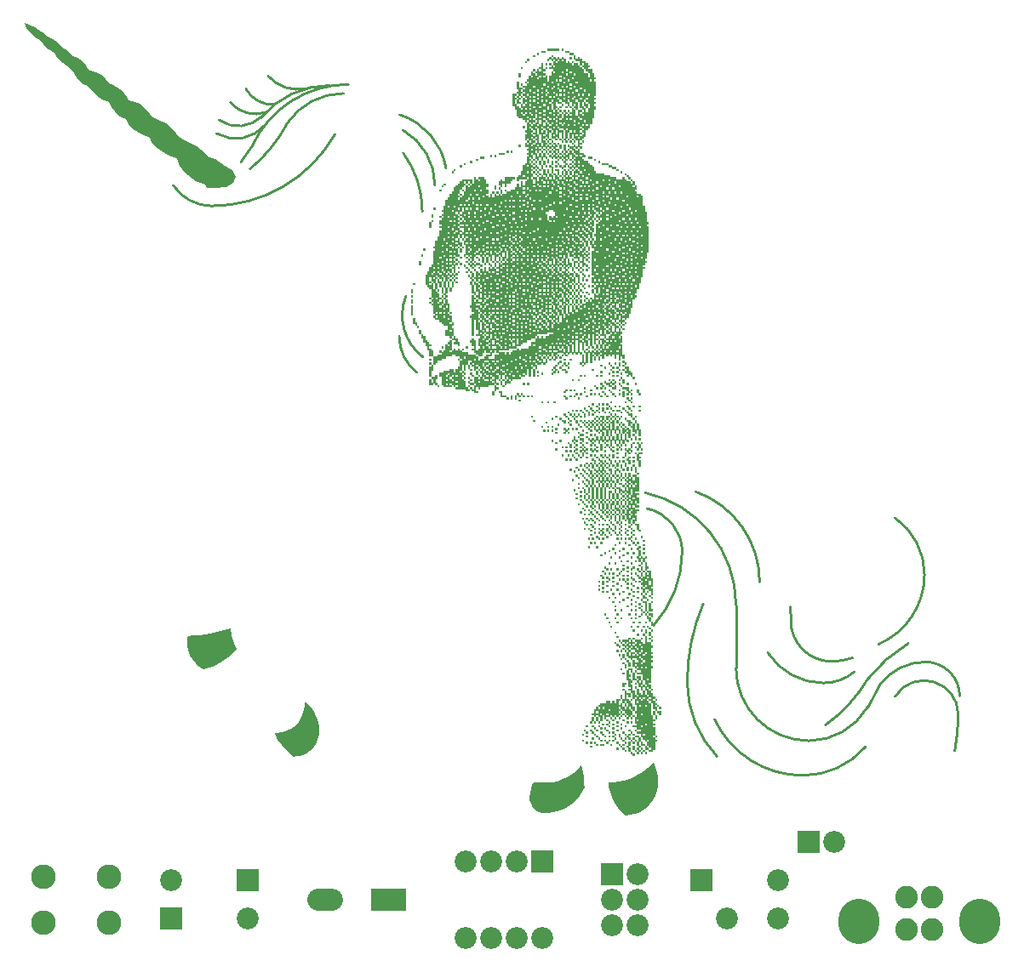
<source format=gts>
G04 start of page 2 for group 2 layer_idx 8 *
G04 Title: (unknown), top_mask *
G04 Creator: pcb-rnd 3.1.5-dev *
G04 CreationDate: 2024-03-24 11:16:41 UTC *
G04 For: STEM4ukraine *
G04 Format: Gerber/RS-274X *
G04 PCB-Dimensions: 393701 374016 *
G04 PCB-Coordinate-Origin: lower left *
%MOIN*%
%FSLAX25Y25*%
%LNTOP_MASK_NONE_2*%
%ADD50C,0.0100*%
%ADD49C,0.0960*%
%ADD48C,0.1595*%
%ADD47C,0.0887*%
%ADD46C,0.0001*%
%ADD45C,0.0860*%
G54D45*X125315Y26516D02*X120158D01*
G54D46*G36*
X154457Y22216D02*X140657D01*
Y30816D01*
X154457D01*
Y22216D01*
G37*
G54D45*X197657Y41516D03*
X187657D03*
X177657D03*
G54D46*G36*
X265700Y38316D02*X274300D01*
Y29716D01*
X265700D01*
Y38316D01*
G37*
G54D45*X300000Y34016D03*
G54D46*G36*
X211957Y45816D02*Y37216D01*
X203357D01*
Y45816D01*
X211957D01*
G37*
G36*
X230700Y40816D02*X239300D01*
Y32216D01*
X230700D01*
Y40816D01*
G37*
G54D45*X245000Y36516D03*
G54D46*G36*
X316300Y53316D02*Y44716D01*
X307700D01*
Y53316D01*
X316300D01*
G37*
G54D45*X322000Y49016D03*
G54D47*X350472Y27559D03*
X360315D03*
G54D45*X235000Y26516D03*
X245000D03*
X207657Y11516D03*
X197657D03*
X187657D03*
X177657D03*
X280000Y19016D03*
X300000D03*
X235000Y16516D03*
X245000D03*
G54D48*X379094Y18701D02*Y17126D01*
G54D47*X350472Y14961D03*
X360315D03*
G54D48*X331693Y18701D02*Y17126D01*
G54D46*G36*
X96800Y29716D02*X88200D01*
Y38316D01*
X96800D01*
Y29716D01*
G37*
G54D45*X62500Y34016D03*
G54D49*X38091Y35516D03*
X12500D03*
G54D46*G36*
X58200Y23316D02*X66800D01*
Y14716D01*
X58200D01*
Y23316D01*
G37*
G54D49*X38091Y17516D03*
X12500D03*
G54D45*X92500Y19016D03*
G54D46*G36*
X75700Y306716D02*X72000Y308216D01*
X67900Y311416D01*
X65800Y314016D01*
X64900Y317016D01*
X62600Y317816D01*
X60300Y318916D01*
X57300Y320716D01*
X55000Y322816D01*
X54100Y325016D01*
X51100Y326416D01*
X48000Y328116D01*
X45900Y330616D01*
X44700Y332516D01*
X42300Y333616D01*
X40400Y335316D01*
X39100Y337116D01*
X38000Y339116D01*
X35500Y340216D01*
X33100Y341716D01*
X31800Y343616D01*
X29800Y345316D01*
X27400Y346616D01*
X25400Y348716D01*
X24600Y350316D01*
X23600Y351916D01*
X22400Y352816D01*
X20100Y354316D01*
X18800Y355516D01*
X17400Y357216D01*
X16700Y358516D01*
X15000Y359316D01*
X13600Y360516D01*
X12500Y361716D01*
X11600Y363016D01*
X10300Y363716D01*
X9000Y364516D01*
X7300Y366516D01*
X5700Y368216D01*
X5000Y370116D01*
X6800Y369616D01*
X9000Y368416D01*
X10500Y367616D01*
X12200Y366316D01*
X14000Y364716D01*
X16100Y363716D01*
X18200Y362416D01*
X19500Y360816D01*
X21200Y359816D01*
X22500Y358916D01*
X24200Y357216D01*
X25700Y356516D01*
X27400Y355316D01*
X29100Y353616D01*
X30000Y351916D01*
X32000Y351116D01*
X33800Y350416D01*
X35700Y349316D01*
X36700Y348016D01*
X38000Y346516D01*
X39100Y346116D01*
X41300Y344816D01*
X43400Y343316D01*
X45200Y341116D01*
X45900Y339916D01*
X48400Y339016D01*
X50300Y338316D01*
X52500Y336516D01*
X54100Y334616D01*
X55500Y333216D01*
X56900Y332516D01*
X60400Y330816D01*
X63500Y328016D01*
X65400Y325616D01*
X68400Y323916D01*
X72400Y321816D01*
X75400Y319316D01*
X76800Y317716D01*
X79700Y316916D01*
X83600Y314216D01*
X86500Y312316D01*
X87700Y309816D01*
X86900Y307416D01*
X84200Y305916D01*
X79200Y305516D01*
X76500Y305616D01*
X75700Y306716D01*
G37*
G36*
X173936Y312878D02*Y312040D01*
X173101D01*
Y312878D01*
X173936D01*
G37*
G36*
X173140Y312079D02*Y311241D01*
X172304D01*
Y312079D01*
X173140D01*
G37*
G36*
X169954Y307287D02*Y306449D01*
X169118D01*
Y307287D01*
X169954D01*
G37*
G36*
X169158Y306488D02*Y305650D01*
X168322D01*
Y306488D01*
X169158D01*
G37*
G36*
X180308Y316073D02*Y315235D01*
X179472D01*
Y316073D01*
X180308D01*
G37*
G36*
X177919Y315274D02*Y314436D01*
X177083D01*
Y315274D01*
X177919D01*
G37*
G36*
X176326Y314476D02*Y313638D01*
X175490D01*
Y314476D01*
X176326D01*
G37*
G36*
X180308Y308885D02*Y308046D01*
X176286D01*
Y308885D01*
X180308D01*
G37*
G36*
X177122Y308086D02*Y307248D01*
X175490D01*
Y308086D01*
X177122D01*
G37*
G36*
X178715D02*Y307248D01*
X177879D01*
Y308086D01*
X178715D01*
G37*
G36*
X180308D02*Y307248D01*
X179472D01*
Y308086D01*
X180308D01*
G37*
G36*
X177919Y307287D02*Y306449D01*
X174694D01*
Y307287D01*
X177919D01*
G37*
G36*
X179512D02*Y306449D01*
X178676D01*
Y307287D01*
X179512D01*
G37*
G36*
X177122Y306488D02*Y305650D01*
X173897D01*
Y306488D01*
X177122D01*
G37*
G36*
X178715D02*Y305650D01*
X177879D01*
Y306488D01*
X178715D01*
G37*
G36*
X197034Y341632D02*Y340794D01*
X196198D01*
Y341632D01*
X197034D01*
G37*
G36*
X185087Y317671D02*Y316832D01*
X183454D01*
Y317671D01*
X185087D01*
G37*
G36*
X182698Y316872D02*Y316034D01*
X181862D01*
Y316872D01*
X182698D01*
G37*
G36*
X181901Y309683D02*Y308845D01*
X181065D01*
Y309683D01*
X181901D01*
G37*
G36*
X182698Y308885D02*Y308046D01*
X181065D01*
Y308885D01*
X182698D01*
G37*
G36*
X185087Y309683D02*Y308845D01*
X182658D01*
Y309683D01*
X185087D01*
G37*
G36*
X185883Y308885D02*Y308046D01*
X183454D01*
Y308885D01*
X185883D01*
G37*
G36*
X186680Y307287D02*Y306449D01*
X180269D01*
Y307287D01*
X186680D01*
G37*
G36*
X182698Y306488D02*Y305650D01*
X179472D01*
Y306488D01*
X182698D01*
G37*
G36*
X185883Y308086D02*Y307248D01*
X181065D01*
Y308086D01*
X185883D01*
G37*
G36*
X186680Y306488D02*Y305650D01*
X183454D01*
Y306488D01*
X186680D01*
G37*
G36*
X176326Y305690D02*Y304851D01*
X173101D01*
Y305690D01*
X176326D01*
G37*
G36*
X185883D02*Y304851D01*
X177879D01*
Y305690D01*
X185883D01*
G37*
G36*
X168361Y304891D02*Y304053D01*
X167525D01*
Y304891D01*
X168361D01*
G37*
G36*
X165972Y297702D02*Y296864D01*
X165136D01*
Y297702D01*
X165972D01*
G37*
G36*
X165175Y295306D02*Y294468D01*
X164340D01*
Y295306D01*
X165175D01*
G37*
G36*
Y294508D02*Y293669D01*
X164340D01*
Y294508D01*
X165175D01*
G37*
G36*
X168361D02*Y293669D01*
X167525D01*
Y294508D01*
X168361D01*
G37*
G36*
X165175Y292910D02*Y292072D01*
X164340D01*
Y292910D01*
X165175D01*
G37*
G36*
X164379Y292111D02*Y291273D01*
X163543D01*
Y292111D01*
X164379D01*
G37*
G36*
Y291313D02*Y290474D01*
X163543D01*
Y291313D01*
X164379D01*
G37*
G36*
Y290514D02*Y289676D01*
X163543D01*
Y290514D01*
X164379D01*
G37*
G36*
X161990Y281728D02*Y280890D01*
X161154D01*
Y281728D01*
X161990D01*
G37*
G36*
X161193Y279332D02*Y278494D01*
X160357D01*
Y279332D01*
X161193D01*
G37*
G36*
X160397Y276936D02*Y276097D01*
X159561D01*
Y276936D01*
X160397D01*
G37*
G36*
Y276137D02*Y275299D01*
X159561D01*
Y276137D01*
X160397D01*
G37*
G36*
X158007Y268150D02*Y267311D01*
X157171D01*
Y268150D01*
X158007D01*
G37*
G36*
X157211Y265753D02*Y264915D01*
X156375D01*
Y265753D01*
X157211D01*
G37*
G36*
Y264955D02*Y264116D01*
X156375D01*
Y264955D01*
X157211D01*
G37*
G36*
Y263357D02*Y262519D01*
X156375D01*
Y263357D01*
X157211D01*
G37*
G36*
Y261760D02*Y260922D01*
X156375D01*
Y261760D01*
X157211D01*
G37*
G36*
Y260961D02*Y260123D01*
X156375D01*
Y260961D01*
X157211D01*
G37*
G36*
Y259364D02*Y258525D01*
X156375D01*
Y259364D01*
X157211D01*
G37*
G36*
Y258564D02*Y257727D01*
X156375D01*
Y258564D01*
X157211D01*
G37*
G36*
Y257766D02*Y256928D01*
X156375D01*
Y257766D01*
X157211D01*
G37*
G36*
Y256967D02*Y256130D01*
X156375D01*
Y256967D01*
X157211D01*
G37*
G36*
Y256169D02*Y255330D01*
X156375D01*
Y256169D01*
X157211D01*
G37*
G36*
X158007Y254571D02*Y253733D01*
X157171D01*
Y254571D01*
X158007D01*
G37*
G36*
Y253773D02*Y252934D01*
X157171D01*
Y253773D01*
X158007D01*
G37*
G36*
X158804Y252974D02*Y252135D01*
X157171D01*
Y252974D01*
X158804D01*
G37*
G36*
Y252175D02*Y251337D01*
X157968D01*
Y252175D01*
X158804D01*
G37*
G36*
X159600Y251376D02*Y250538D01*
X158764D01*
Y251376D01*
X159600D01*
G37*
G36*
X160397Y249778D02*Y248941D01*
X159561D01*
Y249778D01*
X160397D01*
G37*
G36*
Y248980D02*Y248142D01*
X159561D01*
Y248980D01*
X160397D01*
G37*
G36*
X161193Y248181D02*Y247344D01*
X160357D01*
Y248181D01*
X161193D01*
G37*
G36*
X161990Y247383D02*Y246544D01*
X160357D01*
Y247383D01*
X161990D01*
G37*
G36*
Y246584D02*Y245746D01*
X161154D01*
Y246584D01*
X161990D01*
G37*
G36*
X162786Y245785D02*Y244947D01*
X161154D01*
Y245785D01*
X162786D01*
G37*
G36*
X163582Y244987D02*Y244148D01*
X161950D01*
Y244987D01*
X163582D01*
G37*
G36*
X164379Y244188D02*Y243349D01*
X161950D01*
Y244188D01*
X164379D01*
G37*
G36*
X163582Y243389D02*Y242551D01*
X162747D01*
Y243389D01*
X163582D01*
G37*
G36*
X164379Y242590D02*Y241752D01*
X162747D01*
Y242590D01*
X164379D01*
G37*
G36*
X165175Y241792D02*Y240953D01*
X163543D01*
Y241792D01*
X165175D01*
G37*
G36*
X168361Y280929D02*Y280091D01*
X165136D01*
Y280929D01*
X168361D01*
G37*
G36*
X167565Y278533D02*Y277695D01*
X165136D01*
Y278533D01*
X167565D01*
G37*
G36*
X168361Y276936D02*Y276097D01*
X165136D01*
Y276936D01*
X168361D01*
G37*
G36*
X166768Y276137D02*Y275299D01*
X165136D01*
Y276137D01*
X166768D01*
G37*
G36*
X168361Y275338D02*Y274500D01*
X164340D01*
Y275338D01*
X168361D01*
G37*
G36*
X165175Y274539D02*Y273701D01*
X163543D01*
Y274539D01*
X165175D01*
G37*
G36*
X166768D02*Y273701D01*
X165932D01*
Y274539D01*
X166768D01*
G37*
G36*
X168361Y273741D02*Y272902D01*
X163543D01*
Y273741D01*
X168361D01*
G37*
G36*
X165175Y272942D02*Y272104D01*
X162747D01*
Y272942D01*
X165175D01*
G37*
G36*
Y240993D02*Y240155D01*
X163543D01*
Y240993D01*
X165175D01*
G37*
G36*
Y240194D02*Y239356D01*
X163543D01*
Y240194D01*
X165175D01*
G37*
G36*
X164379Y238597D02*Y237758D01*
X163543D01*
Y238597D01*
X164379D01*
G37*
G36*
Y236999D02*Y236161D01*
X163543D01*
Y236999D01*
X164379D01*
G37*
G36*
X165175Y236201D02*Y235363D01*
X164340D01*
Y236201D01*
X165175D01*
G37*
G36*
Y235402D02*Y234563D01*
X163543D01*
Y235402D01*
X165175D01*
G37*
G36*
Y234603D02*Y233765D01*
X163543D01*
Y234603D01*
X165175D01*
G37*
G36*
X164379Y233804D02*Y232966D01*
X163543D01*
Y233804D01*
X164379D01*
G37*
G36*
Y233006D02*Y232167D01*
X163543D01*
Y233006D01*
X164379D01*
G37*
G36*
Y232207D02*Y231368D01*
X163543D01*
Y232207D01*
X164379D01*
G37*
G36*
Y230609D02*Y229772D01*
X163543D01*
Y230609D01*
X164379D01*
G37*
G36*
Y229811D02*Y228972D01*
X163543D01*
Y229811D01*
X164379D01*
G37*
G36*
X165175Y229011D02*Y228174D01*
X163543D01*
Y229011D01*
X165175D01*
G37*
G36*
X166768Y272942D02*Y272104D01*
X165932D01*
Y272942D01*
X166768D01*
G37*
G36*
X168361Y241792D02*Y240953D01*
X167525D01*
Y241792D01*
X168361D01*
G37*
G36*
Y238597D02*Y237758D01*
X165136D01*
Y238597D01*
X168361D01*
G37*
G36*
X166768Y237798D02*Y236960D01*
X165136D01*
Y237798D01*
X166768D01*
G37*
G36*
X165972Y236999D02*Y236161D01*
X165136D01*
Y236999D01*
X165972D01*
G37*
G36*
X166768Y232207D02*Y231368D01*
X165932D01*
Y232207D01*
X166768D01*
G37*
G36*
Y231408D02*Y230570D01*
X164340D01*
Y231408D01*
X166768D01*
G37*
G36*
X165972Y230609D02*Y229772D01*
X165136D01*
Y230609D01*
X165972D01*
G37*
G36*
Y229811D02*Y228972D01*
X165136D01*
Y229811D01*
X165972D01*
G37*
G36*
X166768Y229011D02*Y228174D01*
X165932D01*
Y229011D01*
X166768D01*
G37*
G36*
X167565Y228213D02*Y227375D01*
X166729D01*
Y228213D01*
X167565D01*
G37*
G36*
X164379Y272143D02*Y271305D01*
X162747D01*
Y272143D01*
X164379D01*
G37*
G36*
X165972Y271344D02*Y270506D01*
X161950D01*
Y271344D01*
X165972D01*
G37*
G36*
X163582Y270546D02*Y269708D01*
X161950D01*
Y270546D01*
X163582D01*
G37*
G36*
X165175D02*Y269708D01*
X164340D01*
Y270546D01*
X165175D01*
G37*
G36*
X166768D02*Y269708D01*
X165932D01*
Y270546D01*
X166768D01*
G37*
G36*
X167565Y272143D02*Y271305D01*
X165136D01*
Y272143D01*
X167565D01*
G37*
G36*
X168361Y271344D02*Y270506D01*
X166729D01*
Y271344D01*
X168361D01*
G37*
G36*
X163582Y269747D02*Y268909D01*
X161950D01*
Y269747D01*
X163582D01*
G37*
G36*
X165972D02*Y268909D01*
X164340D01*
Y269747D01*
X165972D01*
G37*
G36*
Y268948D02*Y268110D01*
X165136D01*
Y268948D01*
X165972D01*
G37*
G36*
X167565Y269747D02*Y268909D01*
X166729D01*
Y269747D01*
X167565D01*
G37*
G36*
X168361Y268948D02*Y268110D01*
X166729D01*
Y268948D01*
X168361D01*
G37*
G36*
Y268150D02*Y267311D01*
X167525D01*
Y268150D01*
X168361D01*
G37*
G36*
Y267351D02*Y266513D01*
X167525D01*
Y267351D01*
X168361D01*
G37*
G36*
X167565Y265753D02*Y264915D01*
X166729D01*
Y265753D01*
X167565D01*
G37*
G36*
X168361Y262558D02*Y261720D01*
X166729D01*
Y262558D01*
X168361D01*
G37*
G36*
X164379Y268948D02*Y268110D01*
X161950D01*
Y268948D01*
X164379D01*
G37*
G36*
X163582Y268150D02*Y267311D01*
X161950D01*
Y268150D01*
X163582D01*
G37*
G36*
X165175D02*Y267311D01*
X164340D01*
Y268150D01*
X165175D01*
G37*
G36*
Y267351D02*Y266513D01*
X162747D01*
Y267351D01*
X165175D01*
G37*
G36*
Y266552D02*Y265714D01*
X163543D01*
Y266552D01*
X165175D01*
G37*
G36*
X166768Y268150D02*Y267311D01*
X165932D01*
Y268150D01*
X166768D01*
G37*
G36*
Y267351D02*Y266513D01*
X165932D01*
Y267351D01*
X166768D01*
G37*
G36*
Y266552D02*Y265714D01*
X165932D01*
Y266552D01*
X166768D01*
G37*
G36*
X165972Y265753D02*Y264915D01*
X164340D01*
Y265753D01*
X165972D01*
G37*
G36*
X166768Y264955D02*Y264116D01*
X164340D01*
Y264955D01*
X166768D01*
G37*
G36*
X167565Y264156D02*Y263318D01*
X164340D01*
Y264156D01*
X167565D01*
G37*
G36*
Y263357D02*Y262519D01*
X164340D01*
Y263357D01*
X167565D01*
G37*
G36*
X164379Y262558D02*Y261720D01*
X163543D01*
Y262558D01*
X164379D01*
G37*
G36*
X165972D02*Y261720D01*
X165136D01*
Y262558D01*
X165972D01*
G37*
G36*
X167565Y261760D02*Y260922D01*
X164340D01*
Y261760D01*
X167565D01*
G37*
G36*
X164379Y260961D02*Y260123D01*
X163543D01*
Y260961D01*
X164379D01*
G37*
G36*
X166768D02*Y260123D01*
X165136D01*
Y260961D01*
X166768D01*
G37*
G36*
X168361Y260162D02*Y259324D01*
X164340D01*
Y260162D01*
X168361D01*
G37*
G36*
X167565Y259364D02*Y258525D01*
X165136D01*
Y259364D01*
X167565D01*
G37*
G36*
X165972Y256967D02*Y256130D01*
X165136D01*
Y256967D01*
X165972D01*
G37*
G36*
Y255370D02*Y254532D01*
X165136D01*
Y255370D01*
X165972D01*
G37*
G36*
X167565Y256967D02*Y256130D01*
X166729D01*
Y256967D01*
X167565D01*
G37*
G36*
X175529Y304891D02*Y304053D01*
X173101D01*
Y304891D01*
X175529D01*
G37*
G36*
Y304092D02*Y303254D01*
X172304D01*
Y304092D01*
X175529D01*
G37*
G36*
X174733Y303294D02*Y302455D01*
X171508D01*
Y303294D01*
X174733D01*
G37*
G36*
X176326D02*Y302455D01*
X175490D01*
Y303294D01*
X176326D01*
G37*
G36*
X175529Y302495D02*Y301657D01*
X171508D01*
Y302495D01*
X175529D01*
G37*
G36*
X174733Y301696D02*Y300858D01*
X170711D01*
Y301696D01*
X174733D01*
G37*
G36*
X178715D02*Y300858D01*
X175490D01*
Y301696D01*
X178715D01*
G37*
G36*
X180308D02*Y300858D01*
X179472D01*
Y301696D01*
X180308D01*
G37*
G36*
X177919Y300897D02*Y300059D01*
X169915D01*
Y300897D01*
X177919D01*
G37*
G36*
X180308Y300099D02*Y299260D01*
X169915D01*
Y300099D01*
X180308D01*
G37*
G36*
X175529Y299300D02*Y298462D01*
X169915D01*
Y299300D01*
X175529D01*
G37*
G36*
X177122D02*Y298462D01*
X176286D01*
Y299300D01*
X177122D01*
G37*
G36*
X170751Y298501D02*Y297663D01*
X169118D01*
Y298501D01*
X170751D01*
G37*
G36*
X173140D02*Y297663D01*
X171508D01*
Y298501D01*
X173140D01*
G37*
G36*
X178715Y299300D02*Y298462D01*
X177879D01*
Y299300D01*
X178715D01*
G37*
G36*
X181901D02*Y298462D01*
X179472D01*
Y299300D01*
X181901D01*
G37*
G36*
X183494D02*Y298462D01*
X182658D01*
Y299300D01*
X183494D01*
G37*
G36*
X174733Y297702D02*Y296864D01*
X169118D01*
Y297702D01*
X174733D01*
G37*
G36*
X172344Y296904D02*Y296065D01*
X168322D01*
Y296904D01*
X172344D01*
G37*
G36*
X173936Y296105D02*Y295267D01*
X169118D01*
Y296105D01*
X173936D01*
G37*
G36*
X176326Y296904D02*Y296065D01*
X173101D01*
Y296904D01*
X176326D01*
G37*
G36*
X175529Y296105D02*Y295267D01*
X174694D01*
Y296105D01*
X175529D01*
G37*
G36*
X174733Y295306D02*Y294468D01*
X168322D01*
Y295306D01*
X174733D01*
G37*
G36*
X177122D02*Y294468D01*
X175490D01*
Y295306D01*
X177122D01*
G37*
G36*
X170751Y294508D02*Y293669D01*
X169118D01*
Y294508D01*
X170751D01*
G37*
G36*
X174733Y293709D02*Y292871D01*
X168322D01*
Y293709D01*
X174733D01*
G37*
G36*
X171547Y292910D02*Y292072D01*
X167525D01*
Y292910D01*
X171547D01*
G37*
G36*
X173140D02*Y292072D01*
X172304D01*
Y292910D01*
X173140D01*
G37*
G36*
X175529D02*Y292072D01*
X173897D01*
Y292910D01*
X175529D01*
G37*
G36*
X174733Y292111D02*Y291273D01*
X167525D01*
Y292111D01*
X174733D01*
G37*
G36*
X173140Y291313D02*Y290474D01*
X168322D01*
Y291313D01*
X173140D01*
G37*
G36*
X175529D02*Y290474D01*
X173897D01*
Y291313D01*
X175529D01*
G37*
G36*
X170751Y290514D02*Y289676D01*
X167525D01*
Y290514D01*
X170751D01*
G37*
G36*
X174733D02*Y289676D01*
X171508D01*
Y290514D01*
X174733D01*
G37*
G36*
X172344Y289715D02*Y288877D01*
X168322D01*
Y289715D01*
X172344D01*
G37*
G36*
X170751Y288118D02*Y287280D01*
X167525D01*
Y288118D01*
X170751D01*
G37*
G36*
Y286520D02*Y285682D01*
X166729D01*
Y286520D01*
X170751D01*
G37*
G36*
X172344D02*Y285682D01*
X171508D01*
Y286520D01*
X172344D01*
G37*
G36*
X173936Y288916D02*Y288078D01*
X167525D01*
Y288916D01*
X173936D01*
G37*
G36*
X173140Y288118D02*Y287280D01*
X171508D01*
Y288118D01*
X173140D01*
G37*
G36*
X174733Y287319D02*Y286481D01*
X167525D01*
Y287319D01*
X174733D01*
G37*
G36*
Y286520D02*Y285682D01*
X173101D01*
Y286520D01*
X174733D01*
G37*
G36*
X169158Y285721D02*Y284883D01*
X166729D01*
Y285721D01*
X169158D01*
G37*
G36*
X173936D02*Y284883D01*
X169915D01*
Y285721D01*
X173936D01*
G37*
G36*
X172344Y284923D02*Y284085D01*
X165932D01*
Y284923D01*
X172344D01*
G37*
G36*
X169954Y284124D02*Y283286D01*
X165932D01*
Y284124D01*
X169954D01*
G37*
G36*
X168361Y283325D02*Y282487D01*
X165932D01*
Y283325D01*
X168361D01*
G37*
G36*
X172344Y282527D02*Y281688D01*
X165136D01*
Y282527D01*
X172344D01*
G37*
G36*
X173936Y284124D02*Y283286D01*
X170711D01*
Y284124D01*
X173936D01*
G37*
G36*
X171547Y283325D02*Y282487D01*
X169118D01*
Y283325D01*
X171547D01*
G37*
G36*
X174733D02*Y282487D01*
X172304D01*
Y283325D01*
X174733D01*
G37*
G36*
X173936Y282527D02*Y281688D01*
X173101D01*
Y282527D01*
X173936D01*
G37*
G36*
X169954Y281728D02*Y280890D01*
X165932D01*
Y281728D01*
X169954D01*
G37*
G36*
X174733D02*Y280890D01*
X170711D01*
Y281728D01*
X174733D01*
G37*
G36*
X171547Y280929D02*Y280091D01*
X169118D01*
Y280929D01*
X171547D01*
G37*
G36*
X169158Y279332D02*Y278494D01*
X165136D01*
Y279332D01*
X169158D01*
G37*
G36*
X173140Y280929D02*Y280091D01*
X172304D01*
Y280929D01*
X173140D01*
G37*
G36*
X174733D02*Y280091D01*
X173897D01*
Y280929D01*
X174733D01*
G37*
G36*
Y280130D02*Y279292D01*
X165136D01*
Y280130D01*
X174733D01*
G37*
G36*
X171547Y279332D02*Y278494D01*
X169915D01*
Y279332D01*
X171547D01*
G37*
G36*
X173140D02*Y278494D01*
X172304D01*
Y279332D01*
X173140D01*
G37*
G36*
X175529D02*Y278494D01*
X173897D01*
Y279332D01*
X175529D01*
G37*
G36*
X173936Y278533D02*Y277695D01*
X168322D01*
Y278533D01*
X173936D01*
G37*
G36*
X169954Y277734D02*Y276896D01*
X165136D01*
Y277734D01*
X169954D01*
G37*
G36*
Y276137D02*Y275299D01*
X167525D01*
Y276137D01*
X169954D01*
G37*
G36*
X171547D02*Y275299D01*
X170711D01*
Y276137D01*
X171547D01*
G37*
G36*
X173140D02*Y275299D01*
X172304D01*
Y276137D01*
X173140D01*
G37*
G36*
X174733D02*Y275299D01*
X173897D01*
Y276137D01*
X174733D01*
G37*
G36*
X172344Y275338D02*Y274500D01*
X169118D01*
Y275338D01*
X172344D01*
G37*
G36*
X173936D02*Y274500D01*
X173101D01*
Y275338D01*
X173936D01*
G37*
G36*
X169954Y274539D02*Y273701D01*
X167525D01*
Y274539D01*
X169954D01*
G37*
G36*
X169158Y272942D02*Y272104D01*
X167525D01*
Y272942D01*
X169158D01*
G37*
G36*
X169954Y272143D02*Y271305D01*
X168322D01*
Y272143D01*
X169954D01*
G37*
G36*
X170751Y272942D02*Y272104D01*
X169915D01*
Y272942D01*
X170751D01*
G37*
G36*
Y271344D02*Y270506D01*
X169118D01*
Y271344D01*
X170751D01*
G37*
G36*
X169158Y270546D02*Y269708D01*
X167525D01*
Y270546D01*
X169158D01*
G37*
G36*
Y269747D02*Y268909D01*
X168322D01*
Y269747D01*
X169158D01*
G37*
G36*
X170751D02*Y268909D01*
X169915D01*
Y269747D01*
X170751D01*
G37*
G36*
X169954Y268948D02*Y268110D01*
X169118D01*
Y268948D01*
X169954D01*
G37*
G36*
Y268150D02*Y267311D01*
X169118D01*
Y268150D01*
X169954D01*
G37*
G36*
Y267351D02*Y266513D01*
X169118D01*
Y267351D01*
X169954D01*
G37*
G36*
X169158Y266552D02*Y265714D01*
X168322D01*
Y266552D01*
X169158D01*
G37*
G36*
X170751D02*Y265714D01*
X169915D01*
Y266552D01*
X170751D01*
G37*
G36*
X169158Y265753D02*Y264915D01*
X168322D01*
Y265753D01*
X169158D01*
G37*
G36*
X170751D02*Y264915D01*
X169915D01*
Y265753D01*
X170751D01*
G37*
G36*
X169158Y264955D02*Y264116D01*
X168322D01*
Y264955D01*
X169158D01*
G37*
G36*
X170751D02*Y264116D01*
X169915D01*
Y264955D01*
X170751D01*
G37*
G36*
X169954Y264156D02*Y263318D01*
X169118D01*
Y264156D01*
X169954D01*
G37*
G36*
X169158Y263357D02*Y262519D01*
X168322D01*
Y263357D01*
X169158D01*
G37*
G36*
X170751D02*Y262519D01*
X169915D01*
Y263357D01*
X170751D01*
G37*
G36*
Y261760D02*Y260922D01*
X169915D01*
Y261760D01*
X170751D01*
G37*
G36*
Y260961D02*Y260123D01*
X169915D01*
Y260961D01*
X170751D01*
G37*
G36*
X171547Y260162D02*Y259324D01*
X169118D01*
Y260162D01*
X171547D01*
G37*
G36*
Y259364D02*Y258525D01*
X170711D01*
Y259364D01*
X171547D01*
G37*
G36*
Y258564D02*Y257727D01*
X169915D01*
Y258564D01*
X171547D01*
G37*
G36*
X169954Y262558D02*Y261720D01*
X169118D01*
Y262558D01*
X169954D01*
G37*
G36*
X169158Y261760D02*Y260922D01*
X168322D01*
Y261760D01*
X169158D01*
G37*
G36*
Y260961D02*Y260123D01*
X167525D01*
Y260961D01*
X169158D01*
G37*
G36*
X169954Y259364D02*Y258525D01*
X168322D01*
Y259364D01*
X169954D01*
G37*
G36*
X169158Y258564D02*Y257727D01*
X165136D01*
Y258564D01*
X169158D01*
G37*
G36*
X171547Y257766D02*Y256928D01*
X165136D01*
Y257766D01*
X171547D01*
G37*
G36*
X169158Y256967D02*Y256130D01*
X168322D01*
Y256967D01*
X169158D01*
G37*
G36*
X170751D02*Y256130D01*
X169915D01*
Y256967D01*
X170751D01*
G37*
G36*
X172344D02*Y256130D01*
X171508D01*
Y256967D01*
X172344D01*
G37*
G36*
X173140Y234603D02*Y233765D01*
X171508D01*
Y234603D01*
X173140D01*
G37*
G36*
X171547Y256169D02*Y255330D01*
X165932D01*
Y256169D01*
X171547D01*
G37*
G36*
X169158Y255370D02*Y254532D01*
X166729D01*
Y255370D01*
X169158D01*
G37*
G36*
X170751Y254571D02*Y253733D01*
X165932D01*
Y254571D01*
X170751D01*
G37*
G36*
X171547Y252974D02*Y252135D01*
X168322D01*
Y252974D01*
X171547D01*
G37*
G36*
X172344Y253773D02*Y252934D01*
X167525D01*
Y253773D01*
X172344D01*
G37*
G36*
X173140Y252974D02*Y252135D01*
X172304D01*
Y252974D01*
X173140D01*
G37*
G36*
Y252175D02*Y251337D01*
X169118D01*
Y252175D01*
X173140D01*
G37*
G36*
X172344Y251376D02*Y250538D01*
X170711D01*
Y251376D01*
X172344D01*
G37*
G36*
X173140Y250578D02*Y249739D01*
X170711D01*
Y250578D01*
X173140D01*
G37*
G36*
X171547Y249778D02*Y248941D01*
X169915D01*
Y249778D01*
X171547D01*
G37*
G36*
X173140D02*Y248941D01*
X172304D01*
Y249778D01*
X173140D01*
G37*
G36*
Y248980D02*Y248142D01*
X169915D01*
Y248980D01*
X173140D01*
G37*
G36*
Y248181D02*Y247344D01*
X169915D01*
Y248181D01*
X173140D01*
G37*
G36*
X172344Y247383D02*Y246544D01*
X171508D01*
Y247383D01*
X172344D01*
G37*
G36*
X173936D02*Y246544D01*
X173101D01*
Y247383D01*
X173936D01*
G37*
G36*
X174733Y246584D02*Y245746D01*
X172304D01*
Y246584D01*
X174733D01*
G37*
G36*
X172344Y245785D02*Y244947D01*
X171508D01*
Y245785D01*
X172344D01*
G37*
G36*
X174733D02*Y244947D01*
X173897D01*
Y245785D01*
X174733D01*
G37*
G36*
X172344Y244987D02*Y244148D01*
X170711D01*
Y244987D01*
X172344D01*
G37*
G36*
X175529D02*Y244148D01*
X173101D01*
Y244987D01*
X175529D01*
G37*
G36*
Y244188D02*Y243349D01*
X174694D01*
Y244188D01*
X175529D01*
G37*
G36*
X178715Y243389D02*Y242551D01*
X177879D01*
Y243389D01*
X178715D01*
G37*
G36*
X176326Y234603D02*Y233765D01*
X173897D01*
Y234603D01*
X176326D01*
G37*
G36*
X177919D02*Y233765D01*
X177083D01*
Y234603D01*
X177919D01*
G37*
G36*
X180308D02*Y233765D01*
X179472D01*
Y234603D01*
X180308D01*
G37*
G36*
X175529Y233804D02*Y232966D01*
X173897D01*
Y233804D01*
X175529D01*
G37*
G36*
X177122D02*Y232966D01*
X176286D01*
Y233804D01*
X177122D01*
G37*
G36*
X176326Y233006D02*Y232167D01*
X171508D01*
Y233006D01*
X176326D01*
G37*
G36*
X177919D02*Y232167D01*
X177083D01*
Y233006D01*
X177919D01*
G37*
G36*
X180308D02*Y232167D01*
X179472D01*
Y233006D01*
X180308D01*
G37*
G36*
X173936Y232207D02*Y231368D01*
X173101D01*
Y232207D01*
X173936D01*
G37*
G36*
X177122D02*Y231368D01*
X174694D01*
Y232207D01*
X177122D01*
G37*
G36*
X176326Y231408D02*Y230570D01*
X172304D01*
Y231408D01*
X176326D01*
G37*
G36*
X177122Y230609D02*Y229772D01*
X173101D01*
Y230609D01*
X177122D01*
G37*
G36*
X177919Y231408D02*Y230570D01*
X177083D01*
Y231408D01*
X177919D01*
G37*
G36*
X179512D02*Y230570D01*
X178676D01*
Y231408D01*
X179512D01*
G37*
G36*
X180308Y230609D02*Y229772D01*
X179472D01*
Y230609D01*
X180308D01*
G37*
G36*
X177919Y229811D02*Y228972D01*
X174694D01*
Y229811D01*
X177919D01*
G37*
G36*
X179512D02*Y228972D01*
X178676D01*
Y229811D01*
X179512D01*
G37*
G36*
Y228213D02*Y227375D01*
X178676D01*
Y228213D01*
X179512D01*
G37*
G36*
X177919Y229011D02*Y228174D01*
X172304D01*
Y229011D01*
X177919D01*
G37*
G36*
Y228213D02*Y227375D01*
X174694D01*
Y228213D01*
X177919D01*
G37*
G36*
X170751Y244188D02*Y243349D01*
X169915D01*
Y244188D01*
X170751D01*
G37*
G36*
X169158Y243389D02*Y242551D01*
X168322D01*
Y243389D01*
X169158D01*
G37*
G36*
X172344D02*Y242551D01*
X169915D01*
Y243389D01*
X172344D01*
G37*
G36*
Y242590D02*Y241752D01*
X169915D01*
Y242590D01*
X172344D01*
G37*
G36*
X173936D02*Y241752D01*
X173101D01*
Y242590D01*
X173936D01*
G37*
G36*
X175529D02*Y241752D01*
X174694D01*
Y242590D01*
X175529D01*
G37*
G36*
X177122D02*Y241752D01*
X176286D01*
Y242590D01*
X177122D01*
G37*
G36*
X171547Y241792D02*Y240953D01*
X169118D01*
Y241792D01*
X171547D01*
G37*
G36*
X176326D02*Y240953D01*
X172304D01*
Y241792D01*
X176326D01*
G37*
G36*
X178715Y240993D02*Y240155D01*
X168322D01*
Y240993D01*
X178715D01*
G37*
G36*
X172344Y240194D02*Y239356D01*
X166729D01*
Y240194D01*
X172344D01*
G37*
G36*
X169954Y239395D02*Y238558D01*
X165136D01*
Y239395D01*
X169954D01*
G37*
G36*
X177122D02*Y238558D01*
X175490D01*
Y239395D01*
X177122D01*
G37*
G36*
X175529Y238597D02*Y237758D01*
X174694D01*
Y238597D01*
X175529D01*
G37*
G36*
X172344Y244188D02*Y243349D01*
X171508D01*
Y244188D01*
X172344D01*
G37*
G36*
X173140Y233804D02*Y232966D01*
X169118D01*
Y233804D01*
X173140D01*
G37*
G36*
X170751Y233006D02*Y232167D01*
X167525D01*
Y233006D01*
X170751D01*
G37*
G36*
X169954Y232207D02*Y231368D01*
X167525D01*
Y232207D01*
X169954D01*
G37*
G36*
X172344D02*Y231368D01*
X170711D01*
Y232207D01*
X172344D01*
G37*
G36*
X171547Y231408D02*Y230570D01*
X168322D01*
Y231408D01*
X171547D01*
G37*
G36*
X169954Y230609D02*Y229772D01*
X168322D01*
Y230609D01*
X169954D01*
G37*
G36*
X172344D02*Y229772D01*
X170711D01*
Y230609D01*
X172344D01*
G37*
G36*
X173936Y229811D02*Y228972D01*
X168322D01*
Y229811D01*
X173936D01*
G37*
G36*
X169954Y229011D02*Y228174D01*
X168322D01*
Y229011D01*
X169954D01*
G37*
G36*
X171547D02*Y228174D01*
X170711D01*
Y229011D01*
X171547D01*
G37*
G36*
X172344Y228213D02*Y227375D01*
X169118D01*
Y228213D01*
X172344D01*
G37*
G36*
X173936D02*Y227375D01*
X173101D01*
Y228213D01*
X173936D01*
G37*
G36*
X172344Y255370D02*Y254532D01*
X169915D01*
Y255370D01*
X172344D01*
G37*
G36*
Y254571D02*Y253733D01*
X171508D01*
Y254571D01*
X172344D01*
G37*
G36*
X171547Y274539D02*Y273701D01*
X170711D01*
Y274539D01*
X171547D01*
G37*
G36*
X172344Y273741D02*Y272902D01*
X169118D01*
Y273741D01*
X172344D01*
G37*
G36*
X171547Y272143D02*Y271305D01*
X170711D01*
Y272143D01*
X171547D01*
G37*
G36*
X172344Y272942D02*Y272104D01*
X171508D01*
Y272942D01*
X172344D01*
G37*
G36*
Y271344D02*Y270506D01*
X171508D01*
Y271344D01*
X172344D01*
G37*
G36*
X171547Y270546D02*Y269708D01*
X169915D01*
Y270546D01*
X171547D01*
G37*
G36*
X172344Y269747D02*Y268909D01*
X171508D01*
Y269747D01*
X172344D01*
G37*
G36*
X171547Y268948D02*Y268110D01*
X170711D01*
Y268948D01*
X171547D01*
G37*
G36*
Y268150D02*Y267311D01*
X170711D01*
Y268150D01*
X171547D01*
G37*
G36*
Y267351D02*Y266513D01*
X170711D01*
Y267351D01*
X171547D01*
G37*
G36*
X172344Y266552D02*Y265714D01*
X171508D01*
Y266552D01*
X172344D01*
G37*
G36*
Y265753D02*Y264915D01*
X171508D01*
Y265753D01*
X172344D01*
G37*
G36*
X173936Y274539D02*Y273701D01*
X172304D01*
Y274539D01*
X173936D01*
G37*
G36*
Y273741D02*Y272902D01*
X173101D01*
Y273741D01*
X173936D01*
G37*
G36*
Y272942D02*Y272104D01*
X173101D01*
Y272942D01*
X173936D01*
G37*
G36*
X173140Y272143D02*Y271305D01*
X172304D01*
Y272143D01*
X173140D01*
G37*
G36*
X174733D02*Y271305D01*
X173897D01*
Y272143D01*
X174733D01*
G37*
G36*
X173936Y271344D02*Y270506D01*
X173101D01*
Y271344D01*
X173936D01*
G37*
G36*
X173140Y270546D02*Y269708D01*
X172304D01*
Y270546D01*
X173140D01*
G37*
G36*
X174733D02*Y269708D01*
X173897D01*
Y270546D01*
X174733D01*
G37*
G36*
X173936Y269747D02*Y268909D01*
X173101D01*
Y269747D01*
X173936D01*
G37*
G36*
X173140Y268948D02*Y268110D01*
X172304D01*
Y268948D01*
X173140D01*
G37*
G36*
X174733D02*Y268110D01*
X173897D01*
Y268948D01*
X174733D01*
G37*
G36*
X173140Y268150D02*Y267311D01*
X172304D01*
Y268150D01*
X173140D01*
G37*
G36*
Y267351D02*Y266513D01*
X172304D01*
Y267351D01*
X173140D01*
G37*
G36*
X175529Y274539D02*Y273701D01*
X174694D01*
Y274539D01*
X175529D01*
G37*
G36*
Y272942D02*Y272104D01*
X174694D01*
Y272942D01*
X175529D01*
G37*
G36*
X171547Y277734D02*Y276896D01*
X170711D01*
Y277734D01*
X171547D01*
G37*
G36*
X173140D02*Y276896D01*
X172304D01*
Y277734D01*
X173140D01*
G37*
G36*
X174733D02*Y276896D01*
X173897D01*
Y277734D01*
X174733D01*
G37*
G36*
X173936Y276936D02*Y276097D01*
X169118D01*
Y276936D01*
X173936D01*
G37*
G36*
X175529D02*Y276097D01*
X174694D01*
Y276936D01*
X175529D01*
G37*
G36*
Y289715D02*Y288877D01*
X173101D01*
Y289715D01*
X175529D01*
G37*
G36*
X176326Y288916D02*Y288078D01*
X174694D01*
Y288916D01*
X176326D01*
G37*
G36*
X175529Y288118D02*Y287280D01*
X173897D01*
Y288118D01*
X175529D01*
G37*
G36*
X176326Y287319D02*Y286481D01*
X175490D01*
Y287319D01*
X176326D01*
G37*
G36*
Y286520D02*Y285682D01*
X175490D01*
Y286520D01*
X176326D01*
G37*
G36*
X175529Y285721D02*Y284883D01*
X174694D01*
Y285721D01*
X175529D01*
G37*
G36*
X177122D02*Y284883D01*
X176286D01*
Y285721D01*
X177122D01*
G37*
G36*
X175529Y284923D02*Y284085D01*
X173101D01*
Y284923D01*
X175529D01*
G37*
G36*
X176326Y284124D02*Y283286D01*
X174694D01*
Y284124D01*
X176326D01*
G37*
G36*
Y283325D02*Y282487D01*
X175490D01*
Y283325D01*
X176326D01*
G37*
G36*
X175529Y282527D02*Y281688D01*
X174694D01*
Y282527D01*
X175529D01*
G37*
G36*
X177122D02*Y281688D01*
X176286D01*
Y282527D01*
X177122D01*
G37*
G36*
X176326Y281728D02*Y280890D01*
X175490D01*
Y281728D01*
X176326D01*
G37*
G36*
Y280929D02*Y280091D01*
X175490D01*
Y280929D01*
X176326D01*
G37*
G36*
Y278533D02*Y277695D01*
X175490D01*
Y278533D01*
X176326D01*
G37*
G36*
Y276137D02*Y275299D01*
X175490D01*
Y276137D01*
X176326D01*
G37*
G36*
X177919Y284124D02*Y283286D01*
X177083D01*
Y284124D01*
X177919D01*
G37*
G36*
X178715Y282527D02*Y281688D01*
X177879D01*
Y282527D01*
X178715D01*
G37*
G36*
X179512Y281728D02*Y280890D01*
X177879D01*
Y281728D01*
X179512D01*
G37*
G36*
X178715Y280929D02*Y280091D01*
X177879D01*
Y280929D01*
X178715D01*
G37*
G36*
X177919Y279332D02*Y278494D01*
X177083D01*
Y279332D01*
X177919D01*
G37*
G36*
X179512D02*Y278494D01*
X178676D01*
Y279332D01*
X179512D01*
G37*
G36*
X178715Y278533D02*Y277695D01*
X177879D01*
Y278533D01*
X178715D01*
G37*
G36*
X179512Y277734D02*Y276896D01*
X178676D01*
Y277734D01*
X179512D01*
G37*
G36*
X178715Y276936D02*Y276097D01*
X177879D01*
Y276936D01*
X178715D01*
G37*
G36*
X179512Y276137D02*Y275299D01*
X178676D01*
Y276137D01*
X179512D01*
G37*
G36*
Y273741D02*Y272902D01*
X178676D01*
Y273741D01*
X179512D01*
G37*
G36*
Y271344D02*Y270506D01*
X178676D01*
Y271344D01*
X179512D01*
G37*
G36*
X177919Y275338D02*Y274500D01*
X177083D01*
Y275338D01*
X177919D01*
G37*
G36*
X178715Y274539D02*Y273701D01*
X177879D01*
Y274539D01*
X178715D01*
G37*
G36*
Y272942D02*Y272104D01*
X177879D01*
Y272942D01*
X178715D01*
G37*
G36*
X179512Y284124D02*Y283286D01*
X178676D01*
Y284124D01*
X179512D01*
G37*
G36*
X173140Y294508D02*Y293669D01*
X171508D01*
Y294508D01*
X173140D01*
G37*
G36*
X175529D02*Y293669D01*
X173897D01*
Y294508D01*
X175529D01*
G37*
G36*
X176326Y293709D02*Y292871D01*
X175490D01*
Y293709D01*
X176326D01*
G37*
G36*
X178715Y294508D02*Y293669D01*
X176286D01*
Y294508D01*
X178715D01*
G37*
G36*
X177122Y292910D02*Y292072D01*
X176286D01*
Y292910D01*
X177122D01*
G37*
G36*
X179512D02*Y292072D01*
X177879D01*
Y292910D01*
X179512D01*
G37*
G36*
X177919Y291313D02*Y290474D01*
X177083D01*
Y291313D01*
X177919D01*
G37*
G36*
X180308D02*Y290474D01*
X178676D01*
Y291313D01*
X180308D01*
G37*
G36*
X181901Y292910D02*Y292072D01*
X180269D01*
Y292910D01*
X181901D01*
G37*
G36*
X184290Y292111D02*Y291273D01*
X175490D01*
Y292111D01*
X184290D01*
G37*
G36*
X182698Y291313D02*Y290474D01*
X181065D01*
Y291313D01*
X182698D01*
G37*
G36*
X188273Y290514D02*Y289676D01*
X175490D01*
Y290514D01*
X188273D01*
G37*
G36*
X178715Y289715D02*Y288877D01*
X177083D01*
Y289715D01*
X178715D01*
G37*
G36*
X177919Y288118D02*Y287280D01*
X176286D01*
Y288118D01*
X177919D01*
G37*
G36*
X181104Y287319D02*Y286481D01*
X177083D01*
Y287319D01*
X181104D01*
G37*
G36*
X177919Y286520D02*Y285682D01*
X177083D01*
Y286520D01*
X177919D01*
G37*
G36*
X179512Y288118D02*Y287280D01*
X178676D01*
Y288118D01*
X179512D01*
G37*
G36*
X183494Y286520D02*Y285682D01*
X178676D01*
Y286520D01*
X183494D01*
G37*
G36*
X185883D02*Y285682D01*
X184251D01*
Y286520D01*
X185883D01*
G37*
G36*
X179512Y285721D02*Y284883D01*
X177879D01*
Y285721D01*
X179512D01*
G37*
G36*
X181104Y283325D02*Y282487D01*
X177879D01*
Y283325D01*
X181104D01*
G37*
G36*
Y280130D02*Y279292D01*
X177879D01*
Y280130D01*
X181104D01*
G37*
G36*
Y278533D02*Y277695D01*
X179472D01*
Y278533D01*
X181104D01*
G37*
G36*
Y277734D02*Y276896D01*
X180269D01*
Y277734D01*
X181104D01*
G37*
G36*
X180308Y276936D02*Y276097D01*
X179472D01*
Y276936D01*
X180308D01*
G37*
G36*
X181104Y276137D02*Y275299D01*
X180269D01*
Y276137D01*
X181104D01*
G37*
G36*
X180308Y275338D02*Y274500D01*
X179472D01*
Y275338D01*
X180308D01*
G37*
G36*
X181104Y274539D02*Y273701D01*
X180269D01*
Y274539D01*
X181104D01*
G37*
G36*
X180308Y272942D02*Y272104D01*
X179472D01*
Y272942D01*
X180308D01*
G37*
G36*
Y270546D02*Y269708D01*
X179472D01*
Y270546D01*
X180308D01*
G37*
G36*
Y268948D02*Y268110D01*
X179472D01*
Y268948D01*
X180308D01*
G37*
G36*
Y268150D02*Y267311D01*
X179472D01*
Y268150D01*
X180308D01*
G37*
G36*
X181104Y272143D02*Y271305D01*
X180269D01*
Y272143D01*
X181104D01*
G37*
G36*
Y271344D02*Y270506D01*
X180269D01*
Y271344D01*
X181104D01*
G37*
G36*
Y269747D02*Y268909D01*
X180269D01*
Y269747D01*
X181104D01*
G37*
G36*
Y267351D02*Y266513D01*
X180269D01*
Y267351D01*
X181104D01*
G37*
G36*
Y266552D02*Y265714D01*
X180269D01*
Y266552D01*
X181104D01*
G37*
G36*
Y265753D02*Y264915D01*
X180269D01*
Y265753D01*
X181104D01*
G37*
G36*
X181901Y285721D02*Y284883D01*
X180269D01*
Y285721D01*
X181901D01*
G37*
G36*
X188273D02*Y284883D01*
X182658D01*
Y285721D01*
X188273D01*
G37*
G36*
X185883Y284124D02*Y283286D01*
X180269D01*
Y284124D01*
X185883D01*
G37*
G36*
X184290Y283325D02*Y282487D01*
X181862D01*
Y283325D01*
X184290D01*
G37*
G36*
X185883Y282527D02*Y281688D01*
X179472D01*
Y282527D01*
X185883D01*
G37*
G36*
X182698Y281728D02*Y280890D01*
X180269D01*
Y281728D01*
X182698D01*
G37*
G36*
X184290D02*Y280890D01*
X183454D01*
Y281728D01*
X184290D01*
G37*
G36*
X188273Y284124D02*Y283286D01*
X186640D01*
Y284124D01*
X188273D01*
G37*
G36*
X187476Y282527D02*Y281688D01*
X186640D01*
Y282527D01*
X187476D01*
G37*
G36*
X181901Y280929D02*Y280091D01*
X179472D01*
Y280929D01*
X181901D01*
G37*
G36*
Y279332D02*Y278494D01*
X180269D01*
Y279332D01*
X181901D01*
G37*
G36*
Y276936D02*Y276097D01*
X181065D01*
Y276936D01*
X181901D01*
G37*
G36*
Y275338D02*Y274500D01*
X181065D01*
Y275338D01*
X181901D01*
G37*
G36*
Y273741D02*Y272902D01*
X181065D01*
Y273741D01*
X181901D01*
G37*
G36*
X185883Y280929D02*Y280091D01*
X182658D01*
Y280929D01*
X185883D01*
G37*
G36*
X187476D02*Y280091D01*
X186640D01*
Y280929D01*
X187476D01*
G37*
G36*
Y280130D02*Y279292D01*
X185844D01*
Y280130D01*
X187476D01*
G37*
G36*
X188273Y279332D02*Y278494D01*
X186640D01*
Y279332D01*
X188273D01*
G37*
G36*
Y278533D02*Y277695D01*
X187437D01*
Y278533D01*
X188273D01*
G37*
G36*
Y277734D02*Y276896D01*
X187437D01*
Y277734D01*
X188273D01*
G37*
G36*
X183494Y280130D02*Y279292D01*
X181862D01*
Y280130D01*
X183494D01*
G37*
G36*
X184290Y279332D02*Y278494D01*
X183454D01*
Y279332D01*
X184290D01*
G37*
G36*
X182698Y278533D02*Y277695D01*
X181862D01*
Y278533D01*
X182698D01*
G37*
G36*
X185087Y280130D02*Y279292D01*
X184251D01*
Y280130D01*
X185087D01*
G37*
G36*
X185883Y279332D02*Y278494D01*
X185048D01*
Y279332D01*
X185883D01*
G37*
G36*
X185087Y278533D02*Y277695D01*
X184251D01*
Y278533D01*
X185087D01*
G37*
G36*
X186680D02*Y277695D01*
X185844D01*
Y278533D01*
X186680D01*
G37*
G36*
X183494Y277734D02*Y276896D01*
X182658D01*
Y277734D01*
X183494D01*
G37*
G36*
Y276137D02*Y275299D01*
X181862D01*
Y276137D01*
X183494D01*
G37*
G36*
X184290Y275338D02*Y274500D01*
X183454D01*
Y275338D01*
X184290D01*
G37*
G36*
X183494Y274539D02*Y273701D01*
X182658D01*
Y274539D01*
X183494D01*
G37*
G36*
X184290Y273741D02*Y272902D01*
X183454D01*
Y273741D01*
X184290D01*
G37*
G36*
X182698Y272942D02*Y272104D01*
X181862D01*
Y272942D01*
X182698D01*
G37*
G36*
X183494Y272143D02*Y271305D01*
X181862D01*
Y272143D01*
X183494D01*
G37*
G36*
X182698Y271344D02*Y270506D01*
X181862D01*
Y271344D01*
X182698D01*
G37*
G36*
X185883Y270546D02*Y269708D01*
X181065D01*
Y270546D01*
X185883D01*
G37*
G36*
X182698Y269747D02*Y268909D01*
X181862D01*
Y269747D01*
X182698D01*
G37*
G36*
X181901Y268948D02*Y268110D01*
X181065D01*
Y268948D01*
X181901D01*
G37*
G36*
X182698Y268150D02*Y267311D01*
X181065D01*
Y268150D01*
X182698D01*
G37*
G36*
X183494Y267351D02*Y266513D01*
X181862D01*
Y267351D01*
X183494D01*
G37*
G36*
X182698Y266552D02*Y265714D01*
X181862D01*
Y266552D01*
X182698D01*
G37*
G36*
X183494Y265753D02*Y264915D01*
X181862D01*
Y265753D01*
X183494D01*
G37*
G36*
X181901Y264955D02*Y264116D01*
X180269D01*
Y264955D01*
X181901D01*
G37*
G36*
Y264156D02*Y263318D01*
X181065D01*
Y264156D01*
X181901D01*
G37*
G36*
Y234603D02*Y233765D01*
X181065D01*
Y234603D01*
X181901D01*
G37*
G36*
X183494Y264156D02*Y263318D01*
X182658D01*
Y264156D01*
X183494D01*
G37*
G36*
Y234603D02*Y233765D01*
X182658D01*
Y234603D01*
X183494D01*
G37*
G36*
X181104Y263357D02*Y262519D01*
X180269D01*
Y263357D01*
X181104D01*
G37*
G36*
X181901Y262558D02*Y261720D01*
X180269D01*
Y262558D01*
X181901D01*
G37*
G36*
X181104Y261760D02*Y260922D01*
X180269D01*
Y261760D01*
X181104D01*
G37*
G36*
X182698D02*Y260922D01*
X181862D01*
Y261760D01*
X182698D01*
G37*
G36*
X184290Y260961D02*Y260123D01*
X180269D01*
Y260961D01*
X184290D01*
G37*
G36*
X181901Y260162D02*Y259324D01*
X180269D01*
Y260162D01*
X181901D01*
G37*
G36*
X183494Y259364D02*Y258525D01*
X179472D01*
Y259364D01*
X183494D01*
G37*
G36*
X181901Y258564D02*Y257727D01*
X180269D01*
Y258564D01*
X181901D01*
G37*
G36*
X184290D02*Y257727D01*
X182658D01*
Y258564D01*
X184290D01*
G37*
G36*
X182698Y257766D02*Y256928D01*
X180269D01*
Y257766D01*
X182698D01*
G37*
G36*
X183494Y256967D02*Y256130D01*
X181065D01*
Y256967D01*
X183494D01*
G37*
G36*
X182698Y256169D02*Y255330D01*
X180269D01*
Y256169D01*
X182698D01*
G37*
G36*
Y255370D02*Y254532D01*
X179472D01*
Y255370D01*
X182698D01*
G37*
G36*
X184290Y256169D02*Y255330D01*
X183454D01*
Y256169D01*
X184290D01*
G37*
G36*
X183494Y254571D02*Y253733D01*
X180269D01*
Y254571D01*
X183494D01*
G37*
G36*
X181104Y253773D02*Y252934D01*
X180269D01*
Y253773D01*
X181104D01*
G37*
G36*
X182698D02*Y252934D01*
X181862D01*
Y253773D01*
X182698D01*
G37*
G36*
X184290D02*Y252934D01*
X183454D01*
Y253773D01*
X184290D01*
G37*
G36*
X181104Y252974D02*Y252135D01*
X180269D01*
Y252974D01*
X181104D01*
G37*
G36*
Y232207D02*Y231368D01*
X180269D01*
Y232207D01*
X181104D01*
G37*
G36*
Y229011D02*Y228174D01*
X179472D01*
Y229011D01*
X181104D01*
G37*
G36*
X183494Y252974D02*Y252135D01*
X181862D01*
Y252974D01*
X183494D01*
G37*
G36*
X181104Y252175D02*Y251337D01*
X180269D01*
Y252175D01*
X181104D01*
G37*
G36*
Y251376D02*Y250538D01*
X180269D01*
Y251376D01*
X181104D01*
G37*
G36*
Y250578D02*Y249739D01*
X180269D01*
Y250578D01*
X181104D01*
G37*
G36*
Y249778D02*Y248941D01*
X180269D01*
Y249778D01*
X181104D01*
G37*
G36*
Y248980D02*Y248142D01*
X180269D01*
Y248980D01*
X181104D01*
G37*
G36*
Y248181D02*Y247344D01*
X180269D01*
Y248181D01*
X181104D01*
G37*
G36*
Y246584D02*Y245746D01*
X180269D01*
Y246584D01*
X181104D01*
G37*
G36*
X181901Y245785D02*Y244947D01*
X179472D01*
Y245785D01*
X181901D01*
G37*
G36*
Y244987D02*Y244148D01*
X180269D01*
Y244987D01*
X181901D01*
G37*
G36*
Y244188D02*Y243349D01*
X180269D01*
Y244188D01*
X181901D01*
G37*
G36*
Y243389D02*Y242551D01*
X181065D01*
Y243389D01*
X181901D01*
G37*
G36*
Y242590D02*Y241752D01*
X180269D01*
Y242590D01*
X181901D01*
G37*
G36*
Y240194D02*Y239356D01*
X173897D01*
Y240194D01*
X181901D01*
G37*
G36*
X182698Y239395D02*Y238558D01*
X177879D01*
Y239395D01*
X182698D01*
G37*
G36*
X181104Y238597D02*Y237758D01*
X176286D01*
Y238597D01*
X181104D01*
G37*
G36*
X182698D02*Y237758D01*
X181862D01*
Y238597D01*
X182698D01*
G37*
G36*
X183494Y252175D02*Y251337D01*
X181862D01*
Y252175D01*
X183494D01*
G37*
G36*
Y251376D02*Y250538D01*
X181862D01*
Y251376D01*
X183494D01*
G37*
G36*
Y250578D02*Y249739D01*
X181862D01*
Y250578D01*
X183494D01*
G37*
G36*
X184290Y249778D02*Y248941D01*
X182658D01*
Y249778D01*
X184290D01*
G37*
G36*
X183494Y248980D02*Y248142D01*
X182658D01*
Y248980D01*
X183494D01*
G37*
G36*
X184290Y248181D02*Y247344D01*
X181862D01*
Y248181D01*
X184290D01*
G37*
G36*
Y246584D02*Y245746D01*
X182658D01*
Y246584D01*
X184290D01*
G37*
G36*
X183494Y244987D02*Y244148D01*
X182658D01*
Y244987D01*
X183494D01*
G37*
G36*
X184290Y243389D02*Y242551D01*
X183454D01*
Y243389D01*
X184290D01*
G37*
G36*
X185883Y234603D02*Y233765D01*
X184251D01*
Y234603D01*
X185883D01*
G37*
G36*
X185087Y233006D02*Y232167D01*
X184251D01*
Y233006D01*
X185087D01*
G37*
G36*
X185883Y232207D02*Y231368D01*
X184251D01*
Y232207D01*
X185883D01*
G37*
G36*
X185087Y241792D02*Y240953D01*
X181065D01*
Y241792D01*
X185087D01*
G37*
G36*
X184290Y240993D02*Y240155D01*
X181862D01*
Y240993D01*
X184290D01*
G37*
G36*
Y240194D02*Y239356D01*
X182658D01*
Y240194D01*
X184290D01*
G37*
G36*
X182698Y233804D02*Y232966D01*
X181862D01*
Y233804D01*
X182698D01*
G37*
G36*
X184290D02*Y232966D01*
X183454D01*
Y233804D01*
X184290D01*
G37*
G36*
X182698Y233006D02*Y232167D01*
X181862D01*
Y233006D01*
X182698D01*
G37*
G36*
X183494Y232207D02*Y231368D01*
X182658D01*
Y232207D01*
X183494D01*
G37*
G36*
X182698Y231408D02*Y230570D01*
X181065D01*
Y231408D01*
X182698D01*
G37*
G36*
X184290D02*Y230570D01*
X183454D01*
Y231408D01*
X184290D01*
G37*
G36*
X185087Y230609D02*Y229772D01*
X181065D01*
Y230609D01*
X185087D01*
G37*
G36*
X182698Y229811D02*Y228972D01*
X181065D01*
Y229811D01*
X182698D01*
G37*
G36*
X186680Y228213D02*Y227375D01*
X181065D01*
Y228213D01*
X186680D01*
G37*
G36*
X183494Y263357D02*Y262519D01*
X181862D01*
Y263357D01*
X183494D01*
G37*
G36*
X184290Y269747D02*Y268909D01*
X183454D01*
Y269747D01*
X184290D01*
G37*
G36*
X185087Y268150D02*Y267311D01*
X183454D01*
Y268150D01*
X185087D01*
G37*
G36*
Y266552D02*Y265714D01*
X183454D01*
Y266552D01*
X185087D01*
G37*
G36*
Y264955D02*Y264116D01*
X182658D01*
Y264955D01*
X185087D01*
G37*
G36*
Y263357D02*Y262519D01*
X184251D01*
Y263357D01*
X185087D01*
G37*
G36*
X185883Y262558D02*Y261720D01*
X182658D01*
Y262558D01*
X185883D01*
G37*
G36*
X185087Y261760D02*Y260922D01*
X184251D01*
Y261760D01*
X185087D01*
G37*
G36*
X185883Y260162D02*Y259324D01*
X183454D01*
Y260162D01*
X185883D01*
G37*
G36*
X185087Y259364D02*Y258525D01*
X184251D01*
Y259364D01*
X185087D01*
G37*
G36*
Y256967D02*Y256130D01*
X184251D01*
Y256967D01*
X185087D01*
G37*
G36*
Y252974D02*Y252135D01*
X184251D01*
Y252974D01*
X185087D01*
G37*
G36*
X185883Y252175D02*Y251337D01*
X184251D01*
Y252175D01*
X185883D01*
G37*
G36*
X185087Y251376D02*Y250538D01*
X184251D01*
Y251376D01*
X185087D01*
G37*
G36*
X185883Y250578D02*Y249739D01*
X184251D01*
Y250578D01*
X185883D01*
G37*
G36*
Y249778D02*Y248941D01*
X185048D01*
Y249778D01*
X185883D01*
G37*
G36*
X185087Y248980D02*Y248142D01*
X184251D01*
Y248980D01*
X185087D01*
G37*
G36*
X185883Y248181D02*Y247344D01*
X185048D01*
Y248181D01*
X185883D01*
G37*
G36*
Y245785D02*Y244947D01*
X182658D01*
Y245785D01*
X185883D01*
G37*
G36*
Y244188D02*Y243349D01*
X182658D01*
Y244188D01*
X185883D01*
G37*
G36*
X185087Y255370D02*Y254532D01*
X183454D01*
Y255370D01*
X185087D01*
G37*
G36*
X185883Y254571D02*Y253733D01*
X184251D01*
Y254571D01*
X185883D01*
G37*
G36*
X185087Y277734D02*Y276896D01*
X184251D01*
Y277734D01*
X185087D01*
G37*
G36*
X186680D02*Y276896D01*
X185844D01*
Y277734D01*
X186680D01*
G37*
G36*
Y276936D02*Y276097D01*
X185844D01*
Y276936D01*
X186680D01*
G37*
G36*
X185087D02*Y276097D01*
X184251D01*
Y276936D01*
X185087D01*
G37*
G36*
X185883Y276137D02*Y275299D01*
X185048D01*
Y276137D01*
X185883D01*
G37*
G36*
X187476D02*Y275299D01*
X186640D01*
Y276137D01*
X187476D01*
G37*
G36*
X188273Y275338D02*Y274500D01*
X187437D01*
Y275338D01*
X188273D01*
G37*
G36*
X185883Y274539D02*Y273701D01*
X185048D01*
Y274539D01*
X185883D01*
G37*
G36*
X187476D02*Y273701D01*
X186640D01*
Y274539D01*
X187476D01*
G37*
G36*
X185883Y273741D02*Y272902D01*
X185048D01*
Y273741D01*
X185883D01*
G37*
G36*
X186680Y272942D02*Y272104D01*
X183454D01*
Y272942D01*
X186680D01*
G37*
G36*
X188273D02*Y272104D01*
X187437D01*
Y272942D01*
X188273D01*
G37*
G36*
X185087Y272143D02*Y271305D01*
X184251D01*
Y272143D01*
X185087D01*
G37*
G36*
X187476Y271344D02*Y270506D01*
X183454D01*
Y271344D01*
X187476D01*
G37*
G36*
Y268150D02*Y267311D01*
X185844D01*
Y268150D01*
X187476D01*
G37*
G36*
Y266552D02*Y265714D01*
X185844D01*
Y266552D01*
X187476D01*
G37*
G36*
X186680Y264955D02*Y264116D01*
X185844D01*
Y264955D01*
X186680D01*
G37*
G36*
X188273D02*Y264116D01*
X187437D01*
Y264955D01*
X188273D01*
G37*
G36*
X186680Y263357D02*Y262519D01*
X185844D01*
Y263357D01*
X186680D01*
G37*
G36*
X188273Y262558D02*Y261720D01*
X186640D01*
Y262558D01*
X188273D01*
G37*
G36*
X187476Y260961D02*Y260123D01*
X185048D01*
Y260961D01*
X187476D01*
G37*
G36*
X186680Y258564D02*Y257727D01*
X185048D01*
Y258564D01*
X186680D01*
G37*
G36*
X188273D02*Y257727D01*
X187437D01*
Y258564D01*
X188273D01*
G37*
G36*
X186680Y256967D02*Y256130D01*
X185844D01*
Y256967D01*
X186680D01*
G37*
G36*
X188273D02*Y256130D01*
X187437D01*
Y256967D01*
X188273D01*
G37*
G36*
X187476Y256169D02*Y255330D01*
X185048D01*
Y256169D01*
X187476D01*
G37*
G36*
X186680Y255370D02*Y254532D01*
X185844D01*
Y255370D01*
X186680D01*
G37*
G36*
Y253773D02*Y252934D01*
X185048D01*
Y253773D01*
X186680D01*
G37*
G36*
X188273D02*Y252934D01*
X187437D01*
Y253773D01*
X188273D01*
G37*
G36*
X187476Y252175D02*Y251337D01*
X186640D01*
Y252175D01*
X187476D01*
G37*
G36*
Y251376D02*Y250538D01*
X185844D01*
Y251376D01*
X187476D01*
G37*
G36*
X188273Y250578D02*Y249739D01*
X186640D01*
Y250578D01*
X188273D01*
G37*
G36*
X187476Y249778D02*Y248941D01*
X186640D01*
Y249778D01*
X187476D01*
G37*
G36*
Y248181D02*Y247344D01*
X186640D01*
Y248181D01*
X187476D01*
G37*
G36*
X185087Y247383D02*Y246544D01*
X183454D01*
Y247383D01*
X185087D01*
G37*
G36*
X186680Y246584D02*Y245746D01*
X185048D01*
Y246584D01*
X186680D01*
G37*
G36*
X187476Y247383D02*Y246544D01*
X185844D01*
Y247383D01*
X187476D01*
G37*
G36*
X188273Y245785D02*Y244947D01*
X186640D01*
Y245785D01*
X188273D01*
G37*
G36*
X186680Y244987D02*Y244148D01*
X184251D01*
Y244987D01*
X186680D01*
G37*
G36*
X188273D02*Y244148D01*
X187437D01*
Y244987D01*
X188273D01*
G37*
G36*
X186680Y243389D02*Y242551D01*
X185048D01*
Y243389D01*
X186680D01*
G37*
G36*
Y233804D02*Y232966D01*
X185048D01*
Y233804D01*
X186680D01*
G37*
G36*
X188273Y243389D02*Y242551D01*
X187437D01*
Y243389D01*
X188273D01*
G37*
G36*
Y233804D02*Y232966D01*
X187437D01*
Y233804D01*
X188273D01*
G37*
G36*
X187476Y232207D02*Y231368D01*
X186640D01*
Y232207D01*
X187476D01*
G37*
G36*
X188273Y231408D02*Y230570D01*
X185048D01*
Y231408D01*
X188273D01*
G37*
G36*
X187476Y230609D02*Y229772D01*
X186640D01*
Y230609D01*
X187476D01*
G37*
G36*
X188273Y229811D02*Y228972D01*
X183454D01*
Y229811D01*
X188273D01*
G37*
G36*
X187476Y241792D02*Y240953D01*
X185844D01*
Y241792D01*
X187476D01*
G37*
G36*
X188273Y240993D02*Y240155D01*
X187437D01*
Y240993D01*
X188273D01*
G37*
G36*
Y240194D02*Y239356D01*
X185844D01*
Y240194D01*
X188273D01*
G37*
G36*
X186680Y239395D02*Y238558D01*
X185048D01*
Y239395D01*
X186680D01*
G37*
G36*
X181104Y289715D02*Y288877D01*
X179472D01*
Y289715D01*
X181104D01*
G37*
G36*
X185087D02*Y288877D01*
X181862D01*
Y289715D01*
X185087D01*
G37*
G36*
X183494Y288916D02*Y288078D01*
X177083D01*
Y288916D01*
X183494D01*
G37*
G36*
X187476Y288118D02*Y287280D01*
X180269D01*
Y288118D01*
X187476D01*
G37*
G36*
X176326Y297702D02*Y296864D01*
X175490D01*
Y297702D01*
X176326D01*
G37*
G36*
X177919D02*Y296864D01*
X177083D01*
Y297702D01*
X177919D01*
G37*
G36*
X178715Y296105D02*Y295267D01*
X176286D01*
Y296105D01*
X178715D01*
G37*
G36*
X181104D02*Y295267D01*
X179472D01*
Y296105D01*
X181104D01*
G37*
G36*
X179512Y297702D02*Y296864D01*
X178676D01*
Y297702D01*
X179512D01*
G37*
G36*
X181901D02*Y296864D01*
X180269D01*
Y297702D01*
X181901D01*
G37*
G36*
X183494Y296904D02*Y296065D01*
X177083D01*
Y296904D01*
X183494D01*
G37*
G36*
X185087Y295306D02*Y294468D01*
X177879D01*
Y295306D01*
X185087D01*
G37*
G36*
X181104Y294508D02*Y293669D01*
X179472D01*
Y294508D01*
X181104D01*
G37*
G36*
X183494D02*Y293669D01*
X181862D01*
Y294508D01*
X183494D01*
G37*
G36*
X185087Y297702D02*Y296864D01*
X182658D01*
Y297702D01*
X185087D01*
G37*
G36*
X186680Y296105D02*Y295267D01*
X181862D01*
Y296105D01*
X186680D01*
G37*
G36*
X185883Y292910D02*Y292072D01*
X182658D01*
Y292910D01*
X185883D01*
G37*
G36*
X187476Y292111D02*Y291273D01*
X185048D01*
Y292111D01*
X187476D01*
G37*
G36*
X177122Y304891D02*Y304053D01*
X176286D01*
Y304891D01*
X177122D01*
G37*
G36*
X179512Y303294D02*Y302455D01*
X177083D01*
Y303294D01*
X179512D01*
G37*
G36*
X181901D02*Y302455D01*
X180269D01*
Y303294D01*
X181901D01*
G37*
G36*
X181104Y304891D02*Y304053D01*
X177879D01*
Y304891D01*
X181104D01*
G37*
G36*
X183494D02*Y304053D01*
X181862D01*
Y304891D01*
X183494D01*
G37*
G36*
X186680Y304092D02*Y303254D01*
X177083D01*
Y304092D01*
X186680D01*
G37*
G36*
X185883Y303294D02*Y302455D01*
X182658D01*
Y303294D01*
X185883D01*
G37*
G36*
X184290Y302495D02*Y301657D01*
X176286D01*
Y302495D01*
X184290D01*
G37*
G36*
X186680D02*Y301657D01*
X185048D01*
Y302495D01*
X186680D01*
G37*
G36*
Y304891D02*Y304053D01*
X184251D01*
Y304891D01*
X186680D01*
G37*
G36*
X188273Y303294D02*Y302455D01*
X187437D01*
Y303294D01*
X188273D01*
G37*
G36*
Y302495D02*Y301657D01*
X187437D01*
Y302495D01*
X188273D01*
G37*
G36*
X187476Y297702D02*Y296864D01*
X185844D01*
Y297702D01*
X187476D01*
G37*
G36*
X189069Y296904D02*Y296065D01*
X184251D01*
Y296904D01*
X189069D01*
G37*
G36*
X191458D02*Y296065D01*
X189826D01*
Y296904D01*
X191458D01*
G37*
G36*
X193848D02*Y296065D01*
X192216D01*
Y296904D01*
X193848D01*
G37*
G36*
X189866Y295306D02*Y294468D01*
X185844D01*
Y295306D01*
X189866D01*
G37*
G36*
X192255D02*Y294468D01*
X190623D01*
Y295306D01*
X192255D01*
G37*
G36*
X194644D02*Y294468D01*
X193012D01*
Y295306D01*
X194644D01*
G37*
G36*
X188273Y294508D02*Y293669D01*
X184251D01*
Y294508D01*
X188273D01*
G37*
G36*
X193051Y293709D02*Y292871D01*
X177083D01*
Y293709D01*
X193051D01*
G37*
G36*
X190662Y292910D02*Y292072D01*
X186640D01*
Y292910D01*
X190662D01*
G37*
G36*
X189866Y291313D02*Y290474D01*
X183454D01*
Y291313D01*
X189866D01*
G37*
G36*
X193051Y289715D02*Y288877D01*
X185844D01*
Y289715D01*
X193051D01*
G37*
G36*
X191458Y288916D02*Y288078D01*
X184251D01*
Y288916D01*
X191458D01*
G37*
G36*
X194644Y292111D02*Y291273D01*
X188233D01*
Y292111D01*
X194644D01*
G37*
G36*
X192255Y291313D02*Y290474D01*
X190623D01*
Y291313D01*
X192255D01*
G37*
G36*
X195441Y290514D02*Y289676D01*
X189030D01*
Y290514D01*
X195441D01*
G37*
G36*
Y288916D02*Y288078D01*
X192216D01*
Y288916D01*
X195441D01*
G37*
G36*
X189866Y288118D02*Y287280D01*
X188233D01*
Y288118D01*
X189866D01*
G37*
G36*
Y285721D02*Y284883D01*
X189030D01*
Y285721D01*
X189866D01*
G37*
G36*
X190662Y284124D02*Y283286D01*
X189030D01*
Y284124D01*
X190662D01*
G37*
G36*
X189069Y282527D02*Y281688D01*
X188233D01*
Y282527D01*
X189069D01*
G37*
G36*
X190662D02*Y281688D01*
X189826D01*
Y282527D01*
X190662D01*
G37*
G36*
X189069Y280929D02*Y280091D01*
X188233D01*
Y280929D01*
X189069D01*
G37*
G36*
X190662D02*Y280091D01*
X189826D01*
Y280929D01*
X190662D01*
G37*
G36*
X189866Y280130D02*Y279292D01*
X188233D01*
Y280130D01*
X189866D01*
G37*
G36*
X190662Y279332D02*Y278494D01*
X189030D01*
Y279332D01*
X190662D01*
G37*
G36*
X189866Y278533D02*Y277695D01*
X189030D01*
Y278533D01*
X189866D01*
G37*
G36*
Y258564D02*Y257727D01*
X189030D01*
Y258564D01*
X189866D01*
G37*
G36*
Y256967D02*Y256130D01*
X189030D01*
Y256967D01*
X189866D01*
G37*
G36*
Y250578D02*Y249739D01*
X189030D01*
Y250578D01*
X189866D01*
G37*
G36*
Y244987D02*Y244148D01*
X189030D01*
Y244987D01*
X189866D01*
G37*
G36*
Y229811D02*Y228972D01*
X189030D01*
Y229811D01*
X189866D01*
G37*
G36*
Y228213D02*Y227375D01*
X189030D01*
Y228213D01*
X189866D01*
G37*
G36*
Y277734D02*Y276896D01*
X189030D01*
Y277734D01*
X189866D01*
G37*
G36*
X189069Y276936D02*Y276097D01*
X188233D01*
Y276936D01*
X189069D01*
G37*
G36*
X190662D02*Y276097D01*
X189826D01*
Y276936D01*
X190662D01*
G37*
G36*
X189866Y276137D02*Y275299D01*
X189030D01*
Y276137D01*
X189866D01*
G37*
G36*
Y275338D02*Y274500D01*
X189030D01*
Y275338D01*
X189866D01*
G37*
G36*
X189069Y274539D02*Y273701D01*
X188233D01*
Y274539D01*
X189069D01*
G37*
G36*
X191458D02*Y273701D01*
X189826D01*
Y274539D01*
X191458D01*
G37*
G36*
X189866Y273741D02*Y272902D01*
X186640D01*
Y273741D01*
X189866D01*
G37*
G36*
X191458Y272942D02*Y272104D01*
X189030D01*
Y272942D01*
X191458D01*
G37*
G36*
X189866Y272143D02*Y271305D01*
X185844D01*
Y272143D01*
X189866D01*
G37*
G36*
X189069Y269747D02*Y268909D01*
X185048D01*
Y269747D01*
X189069D01*
G37*
G36*
X189866Y268150D02*Y267311D01*
X188233D01*
Y268150D01*
X189866D01*
G37*
G36*
X192255Y271344D02*Y270506D01*
X188233D01*
Y271344D01*
X192255D01*
G37*
G36*
X193848Y270546D02*Y269708D01*
X186640D01*
Y270546D01*
X193848D01*
G37*
G36*
X190662Y269747D02*Y268909D01*
X189826D01*
Y269747D01*
X190662D01*
G37*
G36*
X192255Y268948D02*Y268110D01*
X182658D01*
Y268948D01*
X192255D01*
G37*
G36*
X193848Y268150D02*Y267311D01*
X190623D01*
Y268150D01*
X193848D01*
G37*
G36*
X191458Y267351D02*Y266513D01*
X184251D01*
Y267351D01*
X191458D01*
G37*
G36*
X189866Y266552D02*Y265714D01*
X188233D01*
Y266552D01*
X189866D01*
G37*
G36*
X193848D02*Y265714D01*
X190623D01*
Y266552D01*
X193848D01*
G37*
G36*
X191458Y264955D02*Y264116D01*
X189030D01*
Y264955D01*
X191458D01*
G37*
G36*
X189866Y264156D02*Y263318D01*
X184251D01*
Y264156D01*
X189866D01*
G37*
G36*
Y261760D02*Y260922D01*
X185844D01*
Y261760D01*
X189866D01*
G37*
G36*
X193848Y264955D02*Y264116D01*
X192216D01*
Y264955D01*
X193848D01*
G37*
G36*
X193051Y263357D02*Y262519D01*
X187437D01*
Y263357D01*
X193051D01*
G37*
G36*
X191458Y262558D02*Y261720D01*
X189030D01*
Y262558D01*
X191458D01*
G37*
G36*
X193051Y260961D02*Y260123D01*
X188233D01*
Y260961D01*
X193051D01*
G37*
G36*
X189069Y260162D02*Y259324D01*
X186640D01*
Y260162D01*
X189069D01*
G37*
G36*
X191458D02*Y259324D01*
X189826D01*
Y260162D01*
X191458D01*
G37*
G36*
Y256967D02*Y256130D01*
X190623D01*
Y256967D01*
X191458D01*
G37*
G36*
X192255Y258564D02*Y257727D01*
X190623D01*
Y258564D01*
X192255D01*
G37*
G36*
X195441Y257766D02*Y256928D01*
X183454D01*
Y257766D01*
X195441D01*
G37*
G36*
X189069Y255370D02*Y254532D01*
X187437D01*
Y255370D01*
X189069D01*
G37*
G36*
X191458D02*Y254532D01*
X189826D01*
Y255370D01*
X191458D01*
G37*
G36*
X189866Y254571D02*Y253733D01*
X186640D01*
Y254571D01*
X189866D01*
G37*
G36*
X193848Y258564D02*Y257727D01*
X193012D01*
Y258564D01*
X193848D01*
G37*
G36*
X193051Y256967D02*Y256130D01*
X192216D01*
Y256967D01*
X193051D01*
G37*
G36*
X194644Y256169D02*Y255330D01*
X188233D01*
Y256169D01*
X194644D01*
G37*
G36*
X193051Y255370D02*Y254532D01*
X192216D01*
Y255370D01*
X193051D01*
G37*
G36*
X194644Y254571D02*Y253733D01*
X190623D01*
Y254571D01*
X194644D01*
G37*
G36*
X191458Y253773D02*Y252934D01*
X189030D01*
Y253773D01*
X191458D01*
G37*
G36*
X189069Y252974D02*Y252135D01*
X185844D01*
Y252974D01*
X189069D01*
G37*
G36*
X189866Y252175D02*Y251337D01*
X188233D01*
Y252175D01*
X189866D01*
G37*
G36*
X191458D02*Y251337D01*
X190623D01*
Y252175D01*
X191458D01*
G37*
G36*
X193848Y251376D02*Y250538D01*
X188233D01*
Y251376D01*
X193848D01*
G37*
G36*
X192255Y250578D02*Y249739D01*
X190623D01*
Y250578D01*
X192255D01*
G37*
G36*
X195441D02*Y249739D01*
X193012D01*
Y250578D01*
X195441D01*
G37*
G36*
X193848Y249778D02*Y248941D01*
X188233D01*
Y249778D01*
X193848D01*
G37*
G36*
X189069Y248980D02*Y248142D01*
X185844D01*
Y248980D01*
X189069D01*
G37*
G36*
X190662D02*Y248142D01*
X189826D01*
Y248980D01*
X190662D01*
G37*
G36*
X192255D02*Y248142D01*
X191419D01*
Y248980D01*
X192255D01*
G37*
G36*
Y229811D02*Y228972D01*
X191419D01*
Y229811D01*
X192255D01*
G37*
G36*
X194644Y248181D02*Y247344D01*
X188233D01*
Y248181D01*
X194644D01*
G37*
G36*
X189069Y247383D02*Y246544D01*
X188233D01*
Y247383D01*
X189069D01*
G37*
G36*
X189866Y246584D02*Y245746D01*
X187437D01*
Y246584D01*
X189866D01*
G37*
G36*
X191458Y245785D02*Y244947D01*
X189030D01*
Y245785D01*
X191458D01*
G37*
G36*
Y247383D02*Y246544D01*
X189826D01*
Y247383D01*
X191458D01*
G37*
G36*
X193051Y246584D02*Y245746D01*
X190623D01*
Y246584D01*
X193051D01*
G37*
G36*
X194644D02*Y245746D01*
X193808D01*
Y246584D01*
X194644D01*
G37*
G36*
X195441Y245785D02*Y244947D01*
X192216D01*
Y245785D01*
X195441D01*
G37*
G36*
X193051Y244987D02*Y244148D01*
X190623D01*
Y244987D01*
X193051D01*
G37*
G36*
X190662Y244188D02*Y243349D01*
X186640D01*
Y244188D01*
X190662D01*
G37*
G36*
X194644Y242590D02*Y241752D01*
X182658D01*
Y242590D01*
X194644D01*
G37*
G36*
X189069Y241792D02*Y240953D01*
X188233D01*
Y241792D01*
X189069D01*
G37*
G36*
X191458Y243389D02*Y242551D01*
X189826D01*
Y243389D01*
X191458D01*
G37*
G36*
X190662Y241792D02*Y240953D01*
X189826D01*
Y241792D01*
X190662D01*
G37*
G36*
X193051Y240993D02*Y240155D01*
X190623D01*
Y240993D01*
X193051D01*
G37*
G36*
X194644D02*Y240155D01*
X193808D01*
Y240993D01*
X194644D01*
G37*
G36*
X191458Y238597D02*Y237758D01*
X183454D01*
Y238597D01*
X191458D01*
G37*
G36*
X178715Y237798D02*Y236960D01*
X175490D01*
Y237798D01*
X178715D01*
G37*
G36*
Y236999D02*Y236161D01*
X175490D01*
Y236999D01*
X178715D01*
G37*
G36*
X176326Y236201D02*Y235363D01*
X175490D01*
Y236201D01*
X176326D01*
G37*
G36*
X177919D02*Y235363D01*
X177083D01*
Y236201D01*
X177919D01*
G37*
G36*
X180308Y236999D02*Y236161D01*
X179472D01*
Y236999D01*
X180308D01*
G37*
G36*
X179512Y236201D02*Y235363D01*
X178676D01*
Y236201D01*
X179512D01*
G37*
G36*
X181901D02*Y235363D01*
X180269D01*
Y236201D01*
X181901D01*
G37*
G36*
X184290D02*Y235363D01*
X182658D01*
Y236201D01*
X184290D01*
G37*
G36*
X185883D02*Y235363D01*
X185048D01*
Y236201D01*
X185883D01*
G37*
G36*
X176326Y235402D02*Y234563D01*
X174694D01*
Y235402D01*
X176326D01*
G37*
G36*
X177919D02*Y234563D01*
X177083D01*
Y235402D01*
X177919D01*
G37*
G36*
X179512D02*Y234563D01*
X178676D01*
Y235402D01*
X179512D01*
G37*
G36*
X182698D02*Y234563D01*
X181065D01*
Y235402D01*
X182698D01*
G37*
G36*
X185087D02*Y234563D01*
X183454D01*
Y235402D01*
X185087D01*
G37*
G36*
X187476D02*Y234563D01*
X185844D01*
Y235402D01*
X187476D01*
G37*
G36*
X185087Y237798D02*Y236960D01*
X180269D01*
Y237798D01*
X185087D01*
G37*
G36*
X184290Y236999D02*Y236161D01*
X181065D01*
Y236999D01*
X184290D01*
G37*
G36*
X186680D02*Y236161D01*
X185048D01*
Y236999D01*
X186680D01*
G37*
G36*
X189069D02*Y236161D01*
X187437D01*
Y236999D01*
X189069D01*
G37*
G36*
X188273Y237798D02*Y236960D01*
X186640D01*
Y237798D01*
X188273D01*
G37*
G36*
X189866D02*Y236960D01*
X189030D01*
Y237798D01*
X189866D01*
G37*
G36*
X192255Y236201D02*Y235363D01*
X186640D01*
Y236201D01*
X192255D01*
G37*
G36*
X189866Y235402D02*Y234563D01*
X188233D01*
Y235402D01*
X189866D01*
G37*
G36*
X189069Y234603D02*Y233765D01*
X186640D01*
Y234603D01*
X189069D01*
G37*
G36*
X191458D02*Y233765D01*
X189826D01*
Y234603D01*
X191458D01*
G37*
G36*
X195441Y237798D02*Y236960D01*
X190623D01*
Y237798D01*
X195441D01*
G37*
G36*
X193848Y236999D02*Y236161D01*
X189826D01*
Y236999D01*
X193848D01*
G37*
G36*
Y234603D02*Y233765D01*
X192216D01*
Y234603D01*
X193848D01*
G37*
G36*
X193051Y228213D02*Y227375D01*
X192216D01*
Y228213D01*
X193051D01*
G37*
G36*
X192255Y233804D02*Y232966D01*
X189030D01*
Y233804D01*
X192255D01*
G37*
G36*
X190662Y231408D02*Y230570D01*
X189030D01*
Y231408D01*
X190662D01*
G37*
G36*
X189866Y230609D02*Y229772D01*
X188233D01*
Y230609D01*
X189866D01*
G37*
G36*
X192255Y231408D02*Y230570D01*
X191419D01*
Y231408D01*
X192255D01*
G37*
G36*
X193848D02*Y230570D01*
X193012D01*
Y231408D01*
X193848D01*
G37*
G36*
X191458Y230609D02*Y229772D01*
X190623D01*
Y230609D01*
X191458D01*
G37*
G36*
X193051D02*Y229772D01*
X192216D01*
Y230609D01*
X193051D01*
G37*
G36*
X194644D02*Y229772D01*
X193808D01*
Y230609D01*
X194644D01*
G37*
G36*
X196237D02*Y229772D01*
X195401D01*
Y230609D01*
X196237D01*
G37*
G36*
X195441Y229811D02*Y228972D01*
X193012D01*
Y229811D01*
X195441D01*
G37*
G36*
X189069Y229011D02*Y228174D01*
X181862D01*
Y229011D01*
X189069D01*
G37*
G36*
X178715Y227415D02*Y226577D01*
X173897D01*
Y227415D01*
X178715D01*
G37*
G36*
X180308D02*Y226577D01*
X179472D01*
Y227415D01*
X180308D01*
G37*
G36*
X181901D02*Y226577D01*
X181065D01*
Y227415D01*
X181901D01*
G37*
G36*
X183494D02*Y226577D01*
X182658D01*
Y227415D01*
X183494D01*
G37*
G36*
X190662Y229011D02*Y228174D01*
X189826D01*
Y229011D01*
X190662D01*
G37*
G36*
X192255D02*Y228174D01*
X191419D01*
Y229011D01*
X192255D01*
G37*
G36*
X193848D02*Y228174D01*
X193012D01*
Y229011D01*
X193848D01*
G37*
G36*
X190662Y227415D02*Y226577D01*
X189030D01*
Y227415D01*
X190662D01*
G37*
G36*
X179512Y226616D02*Y225777D01*
X177879D01*
Y226616D01*
X179512D01*
G37*
G36*
X181901D02*Y225777D01*
X180269D01*
Y226616D01*
X181901D01*
G37*
G36*
X182698Y225817D02*Y224979D01*
X181065D01*
Y225817D01*
X182698D01*
G37*
G36*
X189866Y226616D02*Y225777D01*
X189030D01*
Y226616D01*
X189866D01*
G37*
G36*
X189069Y225817D02*Y224979D01*
X188233D01*
Y225817D01*
X189069D01*
G37*
G36*
X192255D02*Y224979D01*
X190623D01*
Y225817D01*
X192255D01*
G37*
G36*
X189069Y225018D02*Y224180D01*
X188233D01*
Y225018D01*
X189069D01*
G37*
G36*
X192255D02*Y224180D01*
X191419D01*
Y225018D01*
X192255D01*
G37*
G36*
X195441Y233804D02*Y232966D01*
X193012D01*
Y233804D01*
X195441D01*
G37*
G36*
X189866Y233006D02*Y232167D01*
X185844D01*
Y233006D01*
X189866D01*
G37*
G36*
X193051D02*Y232167D01*
X190623D01*
Y233006D01*
X193051D01*
G37*
G36*
X194644D02*Y232167D01*
X193808D01*
Y233006D01*
X194644D01*
G37*
G36*
X190662Y232207D02*Y231368D01*
X188233D01*
Y232207D01*
X190662D01*
G37*
G36*
X192255D02*Y231368D01*
X191419D01*
Y232207D01*
X192255D01*
G37*
G36*
X196237D02*Y231368D01*
X193012D01*
Y232207D01*
X196237D01*
G37*
G36*
X194644Y244188D02*Y243349D01*
X191419D01*
Y244188D01*
X194644D01*
G37*
G36*
X193051Y243389D02*Y242551D01*
X192216D01*
Y243389D01*
X193051D01*
G37*
G36*
Y252974D02*Y252135D01*
X189826D01*
Y252974D01*
X193051D01*
G37*
G36*
X194644D02*Y252135D01*
X193808D01*
Y252974D01*
X194644D01*
G37*
G36*
X191458Y286520D02*Y285682D01*
X186640D01*
Y286520D01*
X191458D01*
G37*
G36*
X193051Y284923D02*Y284085D01*
X177083D01*
Y284923D01*
X193051D01*
G37*
G36*
X192255Y283325D02*Y282487D01*
X185048D01*
Y283325D01*
X192255D01*
G37*
G36*
X193051Y287319D02*Y286481D01*
X181862D01*
Y287319D01*
X193051D01*
G37*
G36*
X193848Y283325D02*Y282487D01*
X193012D01*
Y283325D01*
X193848D01*
G37*
G36*
X195441D02*Y282487D01*
X194605D01*
Y283325D01*
X195441D01*
G37*
G36*
X191458Y281728D02*Y280890D01*
X185048D01*
Y281728D01*
X191458D01*
G37*
G36*
X193051D02*Y280890D01*
X192216D01*
Y281728D01*
X193051D01*
G37*
G36*
X195441D02*Y280890D01*
X193808D01*
Y281728D01*
X195441D01*
G37*
G36*
X194644Y287319D02*Y286481D01*
X193808D01*
Y287319D01*
X194644D01*
G37*
G36*
Y285721D02*Y284883D01*
X190623D01*
Y285721D01*
X194644D01*
G37*
G36*
X195441Y284923D02*Y284085D01*
X193808D01*
Y284923D01*
X195441D01*
G37*
G36*
X194644Y282527D02*Y281688D01*
X191419D01*
Y282527D01*
X194644D01*
G37*
G36*
X193848Y280929D02*Y280091D01*
X191419D01*
Y280929D01*
X193848D01*
G37*
G36*
X192255Y280130D02*Y279292D01*
X190623D01*
Y280130D01*
X192255D01*
G37*
G36*
X193848D02*Y279292D01*
X193012D01*
Y280130D01*
X193848D01*
G37*
G36*
X195441D02*Y279292D01*
X194605D01*
Y280130D01*
X195441D01*
G37*
G36*
Y278533D02*Y277695D01*
X194605D01*
Y278533D01*
X195441D01*
G37*
G36*
X196237Y277734D02*Y276896D01*
X193808D01*
Y277734D01*
X196237D01*
G37*
G36*
X195441Y276936D02*Y276097D01*
X194605D01*
Y276936D01*
X195441D01*
G37*
G36*
X196237Y275338D02*Y274500D01*
X194605D01*
Y275338D01*
X196237D01*
G37*
G36*
X195441Y273741D02*Y272902D01*
X194605D01*
Y273741D01*
X195441D01*
G37*
G36*
X196237Y272143D02*Y271305D01*
X194605D01*
Y272143D01*
X196237D01*
G37*
G36*
X195441Y271344D02*Y270506D01*
X193012D01*
Y271344D01*
X195441D01*
G37*
G36*
Y268948D02*Y268110D01*
X193012D01*
Y268948D01*
X195441D01*
G37*
G36*
Y267351D02*Y266513D01*
X192216D01*
Y267351D01*
X195441D01*
G37*
G36*
X196237Y264955D02*Y264116D01*
X194605D01*
Y264955D01*
X196237D01*
G37*
G36*
X194644Y263357D02*Y262519D01*
X193808D01*
Y263357D01*
X194644D01*
G37*
G36*
X196237D02*Y262519D01*
X195401D01*
Y263357D01*
X196237D01*
G37*
G36*
Y261760D02*Y260922D01*
X195401D01*
Y261760D01*
X196237D01*
G37*
G36*
Y260162D02*Y259324D01*
X195401D01*
Y260162D01*
X196237D01*
G37*
G36*
Y258564D02*Y257727D01*
X194605D01*
Y258564D01*
X196237D01*
G37*
G36*
Y255370D02*Y254532D01*
X193808D01*
Y255370D01*
X196237D01*
G37*
G36*
Y253773D02*Y252934D01*
X192216D01*
Y253773D01*
X196237D01*
G37*
G36*
Y252175D02*Y251337D01*
X192216D01*
Y252175D01*
X196237D01*
G37*
G36*
Y249778D02*Y248941D01*
X194605D01*
Y249778D01*
X196237D01*
G37*
G36*
Y248181D02*Y247344D01*
X195401D01*
Y248181D01*
X196237D01*
G37*
G36*
Y246584D02*Y245746D01*
X195401D01*
Y246584D01*
X196237D01*
G37*
G36*
Y244987D02*Y244148D01*
X193808D01*
Y244987D01*
X196237D01*
G37*
G36*
Y244188D02*Y243349D01*
X195401D01*
Y244188D01*
X196237D01*
G37*
G36*
X192255Y279332D02*Y278494D01*
X191419D01*
Y279332D01*
X192255D01*
G37*
G36*
Y276936D02*Y276097D01*
X191419D01*
Y276936D01*
X192255D01*
G37*
G36*
X193848Y279332D02*Y278494D01*
X193012D01*
Y279332D01*
X193848D01*
G37*
G36*
Y278533D02*Y277695D01*
X192216D01*
Y278533D01*
X193848D01*
G37*
G36*
X193051Y277734D02*Y276896D01*
X192216D01*
Y277734D01*
X193051D01*
G37*
G36*
X193848Y276936D02*Y276097D01*
X193012D01*
Y276936D01*
X193848D01*
G37*
G36*
Y275338D02*Y274500D01*
X193012D01*
Y275338D01*
X193848D01*
G37*
G36*
X191458Y278533D02*Y277695D01*
X190623D01*
Y278533D01*
X191458D01*
G37*
G36*
Y277734D02*Y276896D01*
X190623D01*
Y277734D01*
X191458D01*
G37*
G36*
Y276137D02*Y275299D01*
X190623D01*
Y276137D01*
X191458D01*
G37*
G36*
X192255Y275338D02*Y274500D01*
X190623D01*
Y275338D01*
X192255D01*
G37*
G36*
X193848Y273741D02*Y272902D01*
X190623D01*
Y273741D01*
X193848D01*
G37*
G36*
Y272143D02*Y271305D01*
X190623D01*
Y272143D01*
X193848D01*
G37*
G36*
X194644Y269747D02*Y268909D01*
X191419D01*
Y269747D01*
X194644D01*
G37*
G36*
Y261760D02*Y260922D01*
X190623D01*
Y261760D01*
X194644D01*
G37*
G36*
Y260162D02*Y259324D01*
X192216D01*
Y260162D01*
X194644D01*
G37*
G36*
X182698Y301696D02*Y300858D01*
X181065D01*
Y301696D01*
X182698D01*
G37*
G36*
X193051Y300897D02*Y300059D01*
X178676D01*
Y300897D01*
X193051D01*
G37*
G36*
X191458Y300099D02*Y299260D01*
X181065D01*
Y300099D01*
X191458D01*
G37*
G36*
X185883Y299300D02*Y298462D01*
X184251D01*
Y299300D01*
X185883D01*
G37*
G36*
X189069D02*Y298462D01*
X186640D01*
Y299300D01*
X189069D01*
G37*
G36*
X190662Y298501D02*Y297663D01*
X173897D01*
Y298501D01*
X190662D01*
G37*
G36*
X193051D02*Y297663D01*
X191419D01*
Y298501D01*
X193051D01*
G37*
G36*
X192255Y308885D02*Y308046D01*
X191419D01*
Y308885D01*
X192255D01*
G37*
G36*
X196237D02*Y308046D01*
X193012D01*
Y308885D01*
X196237D01*
G37*
G36*
X192255Y307287D02*Y306449D01*
X190623D01*
Y307287D01*
X192255D01*
G37*
G36*
X189866Y306488D02*Y305650D01*
X189030D01*
Y306488D01*
X189866D01*
G37*
G36*
X192255D02*Y305650D01*
X191419D01*
Y306488D01*
X192255D01*
G37*
G36*
X193848D02*Y305650D01*
X193012D01*
Y306488D01*
X193848D01*
G37*
G36*
X197034Y309683D02*Y308845D01*
X193012D01*
Y309683D01*
X197034D01*
G37*
G36*
X195441Y308086D02*Y307248D01*
X190623D01*
Y308086D01*
X195441D01*
G37*
G36*
X193848Y307287D02*Y306449D01*
X193012D01*
Y307287D01*
X193848D01*
G37*
G36*
X189866Y305690D02*Y304851D01*
X189030D01*
Y305690D01*
X189866D01*
G37*
G36*
X189069Y304092D02*Y303254D01*
X188233D01*
Y304092D01*
X189069D01*
G37*
G36*
X190662D02*Y303254D01*
X189826D01*
Y304092D01*
X190662D01*
G37*
G36*
X189866Y303294D02*Y302455D01*
X189030D01*
Y303294D01*
X189866D01*
G37*
G36*
X191458Y305690D02*Y304851D01*
X190623D01*
Y305690D01*
X191458D01*
G37*
G36*
Y303294D02*Y302455D01*
X190623D01*
Y303294D01*
X191458D01*
G37*
G36*
X192255Y304891D02*Y304053D01*
X191419D01*
Y304891D01*
X192255D01*
G37*
G36*
Y304092D02*Y303254D01*
X191419D01*
Y304092D01*
X192255D01*
G37*
G36*
X195441Y302495D02*Y301657D01*
X189030D01*
Y302495D01*
X195441D01*
G37*
G36*
X202609Y301696D02*Y300858D01*
X183454D01*
Y301696D01*
X202609D01*
G37*
G36*
X193848Y304891D02*Y304053D01*
X193012D01*
Y304891D01*
X193848D01*
G37*
G36*
X197830Y304092D02*Y303254D01*
X193808D01*
Y304092D01*
X197830D01*
G37*
G36*
X194644Y300897D02*Y300059D01*
X193808D01*
Y300897D01*
X194644D01*
G37*
G36*
X198627Y302495D02*Y301657D01*
X196198D01*
Y302495D01*
X198627D01*
G37*
G36*
X196237Y300897D02*Y300059D01*
X195401D01*
Y300897D01*
X196237D01*
G37*
G36*
X198627D02*Y300059D01*
X196994D01*
Y300897D01*
X198627D01*
G37*
G36*
X200220D02*Y300059D01*
X199384D01*
Y300897D01*
X200220D01*
G37*
G36*
X201812Y300099D02*Y299260D01*
X192216D01*
Y300099D01*
X201812D01*
G37*
G36*
X200220Y299300D02*Y298462D01*
X189826D01*
Y299300D01*
X200220D01*
G37*
G36*
X194644Y298501D02*Y297663D01*
X193808D01*
Y298501D01*
X194644D01*
G37*
G36*
X196237Y293709D02*Y292871D01*
X193808D01*
Y293709D01*
X196237D01*
G37*
G36*
X197034Y292111D02*Y291273D01*
X195401D01*
Y292111D01*
X197034D01*
G37*
G36*
X197830Y290514D02*Y289676D01*
X196198D01*
Y290514D01*
X197830D01*
G37*
G36*
X197034Y288916D02*Y288078D01*
X196198D01*
Y288916D01*
X197034D01*
G37*
G36*
X198627D02*Y288078D01*
X197791D01*
Y288916D01*
X198627D01*
G37*
G36*
X197034Y287319D02*Y286481D01*
X195401D01*
Y287319D01*
X197034D01*
G37*
G36*
X196237Y286520D02*Y285682D01*
X192216D01*
Y286520D01*
X196237D01*
G37*
G36*
Y284124D02*Y283286D01*
X191419D01*
Y284124D01*
X196237D01*
G37*
G36*
X198627Y286520D02*Y285682D01*
X196994D01*
Y286520D01*
X198627D01*
G37*
G36*
X197034Y285721D02*Y284883D01*
X195401D01*
Y285721D01*
X197034D01*
G37*
G36*
X198627Y284923D02*Y284085D01*
X196198D01*
Y284923D01*
X198627D01*
G37*
G36*
X197830Y284124D02*Y283286D01*
X196994D01*
Y284124D01*
X197830D01*
G37*
G36*
X198627Y283325D02*Y282487D01*
X196198D01*
Y283325D01*
X198627D01*
G37*
G36*
X197034Y282527D02*Y281688D01*
X195401D01*
Y282527D01*
X197034D01*
G37*
G36*
X199423D02*Y281688D01*
X197791D01*
Y282527D01*
X199423D01*
G37*
G36*
X197830Y281728D02*Y280890D01*
X196198D01*
Y281728D01*
X197830D01*
G37*
G36*
X200220D02*Y280890D01*
X198587D01*
Y281728D01*
X200220D01*
G37*
G36*
X196237Y280929D02*Y280091D01*
X194605D01*
Y280929D01*
X196237D01*
G37*
G36*
Y279332D02*Y278494D01*
X194605D01*
Y279332D01*
X196237D01*
G37*
G36*
X197830Y276137D02*Y275299D01*
X192216D01*
Y276137D01*
X197830D01*
G37*
G36*
X199423Y274539D02*Y273701D01*
X192216D01*
Y274539D01*
X199423D01*
G37*
G36*
X197830Y273741D02*Y272902D01*
X196198D01*
Y273741D01*
X197830D01*
G37*
G36*
X200220Y272942D02*Y272104D01*
X192216D01*
Y272942D01*
X200220D01*
G37*
G36*
X197830Y272143D02*Y271305D01*
X196994D01*
Y272143D01*
X197830D01*
G37*
G36*
X199423Y271344D02*Y270506D01*
X196198D01*
Y271344D01*
X199423D01*
G37*
G36*
X197034Y270546D02*Y269708D01*
X194605D01*
Y270546D01*
X197034D01*
G37*
G36*
Y268150D02*Y267311D01*
X194605D01*
Y268150D01*
X197034D01*
G37*
G36*
X198627Y266552D02*Y265714D01*
X194605D01*
Y266552D01*
X198627D01*
G37*
G36*
X197830Y269747D02*Y268909D01*
X195401D01*
Y269747D01*
X197830D01*
G37*
G36*
X200220D02*Y268909D01*
X198587D01*
Y269747D01*
X200220D01*
G37*
G36*
X198627Y268150D02*Y267311D01*
X197791D01*
Y268150D01*
X198627D01*
G37*
G36*
X200220D02*Y267311D01*
X199384D01*
Y268150D01*
X200220D01*
G37*
G36*
X198627Y280929D02*Y280091D01*
X196994D01*
Y280929D01*
X198627D01*
G37*
G36*
X197830Y277734D02*Y276896D01*
X196994D01*
Y277734D01*
X197830D01*
G37*
G36*
X199423D02*Y276896D01*
X198587D01*
Y277734D01*
X199423D01*
G37*
G36*
X200220Y276137D02*Y275299D01*
X198587D01*
Y276137D01*
X200220D01*
G37*
G36*
X197034Y280130D02*Y279292D01*
X196198D01*
Y280130D01*
X197034D01*
G37*
G36*
X199423D02*Y279292D01*
X197791D01*
Y280130D01*
X199423D01*
G37*
G36*
X197830Y279332D02*Y278494D01*
X196994D01*
Y279332D01*
X197830D01*
G37*
G36*
X200220D02*Y278494D01*
X198587D01*
Y279332D01*
X200220D01*
G37*
G36*
X199423Y285721D02*Y284883D01*
X197791D01*
Y285721D01*
X199423D01*
G37*
G36*
X196237Y298501D02*Y297663D01*
X195401D01*
Y298501D01*
X196237D01*
G37*
G36*
X198627D02*Y297663D01*
X196994D01*
Y298501D01*
X198627D01*
G37*
G36*
X201812D02*Y297663D01*
X199384D01*
Y298501D01*
X201812D01*
G37*
G36*
X204202Y297702D02*Y296864D01*
X188233D01*
Y297702D01*
X204202D01*
G37*
G36*
X199423Y296904D02*Y296065D01*
X194605D01*
Y296904D01*
X199423D01*
G37*
G36*
X201016D02*Y296065D01*
X200180D01*
Y296904D01*
X201016D01*
G37*
G36*
X202609D02*Y296065D01*
X201773D01*
Y296904D01*
X202609D01*
G37*
G36*
X196237Y296105D02*Y295267D01*
X187437D01*
Y296105D01*
X196237D01*
G37*
G36*
X201016Y295306D02*Y294468D01*
X195401D01*
Y295306D01*
X201016D01*
G37*
G36*
X198627Y294508D02*Y293669D01*
X189030D01*
Y294508D01*
X198627D01*
G37*
G36*
X201016Y293709D02*Y292871D01*
X196994D01*
Y293709D01*
X201016D01*
G37*
G36*
X199423Y292910D02*Y292072D01*
X191419D01*
Y292910D01*
X199423D01*
G37*
G36*
X201016Y291313D02*Y290474D01*
X193012D01*
Y291313D01*
X201016D01*
G37*
G36*
X199423Y290514D02*Y289676D01*
X198587D01*
Y290514D01*
X199423D01*
G37*
G36*
X203405Y293709D02*Y292871D01*
X201773D01*
Y293709D01*
X203405D01*
G37*
G36*
X205795Y289715D02*Y288877D01*
X193808D01*
Y289715D01*
X205795D01*
G37*
G36*
X204202Y288916D02*Y288078D01*
X199384D01*
Y288916D01*
X204202D01*
G37*
G36*
X200220Y288118D02*Y287280D01*
X190623D01*
Y288118D01*
X200220D01*
G37*
G36*
X202609D02*Y287280D01*
X200977D01*
Y288118D01*
X202609D01*
G37*
G36*
X201812Y286520D02*Y285682D01*
X199384D01*
Y286520D01*
X201812D01*
G37*
G36*
Y282527D02*Y281688D01*
X200180D01*
Y282527D01*
X201812D01*
G37*
G36*
X203405D02*Y281688D01*
X202570D01*
Y282527D01*
X203405D01*
G37*
G36*
X205795D02*Y281688D01*
X204162D01*
Y282527D01*
X205795D01*
G37*
G36*
X201812Y280929D02*Y280091D01*
X199384D01*
Y280929D01*
X201812D01*
G37*
G36*
X203405D02*Y280091D01*
X202570D01*
Y280929D01*
X203405D01*
G37*
G36*
X205795D02*Y280091D01*
X204162D01*
Y280929D01*
X205795D01*
G37*
G36*
X201812Y279332D02*Y278494D01*
X200977D01*
Y279332D01*
X201812D01*
G37*
G36*
X202609Y272942D02*Y272104D01*
X200977D01*
Y272942D01*
X202609D01*
G37*
G36*
X201812Y271344D02*Y270506D01*
X200180D01*
Y271344D01*
X201812D01*
G37*
G36*
X202609Y269747D02*Y268909D01*
X200977D01*
Y269747D01*
X202609D01*
G37*
G36*
X201812Y268150D02*Y267311D01*
X200977D01*
Y268150D01*
X201812D01*
G37*
G36*
X204202Y279332D02*Y278494D01*
X202570D01*
Y279332D01*
X204202D01*
G37*
G36*
Y271344D02*Y270506D01*
X202570D01*
Y271344D01*
X204202D01*
G37*
G36*
X205795Y279332D02*Y278494D01*
X204959D01*
Y279332D01*
X205795D01*
G37*
G36*
X201812Y277734D02*Y276896D01*
X200180D01*
Y277734D01*
X201812D01*
G37*
G36*
Y275338D02*Y274500D01*
X196994D01*
Y275338D01*
X201812D01*
G37*
G36*
X203405Y277734D02*Y276896D01*
X202570D01*
Y277734D01*
X203405D01*
G37*
G36*
X205795D02*Y276896D01*
X204162D01*
Y277734D01*
X205795D01*
G37*
G36*
X204998Y276936D02*Y276097D01*
X196198D01*
Y276936D01*
X204998D01*
G37*
G36*
X203405Y276137D02*Y275299D01*
X200977D01*
Y276137D01*
X203405D01*
G37*
G36*
X205795Y275338D02*Y274500D01*
X202570D01*
Y275338D01*
X205795D01*
G37*
G36*
X204202Y274539D02*Y273701D01*
X200180D01*
Y274539D01*
X204202D01*
G37*
G36*
X204998Y272942D02*Y272104D01*
X203366D01*
Y272942D01*
X204998D01*
G37*
G36*
X205795Y270546D02*Y269708D01*
X197791D01*
Y270546D01*
X205795D01*
G37*
G36*
X203405Y267351D02*Y266513D01*
X196198D01*
Y267351D01*
X203405D01*
G37*
G36*
X197034Y265753D02*Y264915D01*
X184251D01*
Y265753D01*
X197034D01*
G37*
G36*
X200220D02*Y264915D01*
X197791D01*
Y265753D01*
X200220D01*
G37*
G36*
X201812D02*Y264915D01*
X200977D01*
Y265753D01*
X201812D01*
G37*
G36*
X204202Y268948D02*Y268110D01*
X196198D01*
Y268948D01*
X204202D01*
G37*
G36*
X205795Y268150D02*Y267311D01*
X202570D01*
Y268150D01*
X205795D01*
G37*
G36*
X204998Y266552D02*Y265714D01*
X199384D01*
Y266552D01*
X204998D01*
G37*
G36*
X203405Y264955D02*Y264116D01*
X196994D01*
Y264955D01*
X203405D01*
G37*
G36*
X204998D02*Y264116D01*
X204162D01*
Y264955D01*
X204998D01*
G37*
G36*
Y263357D02*Y262519D01*
X203366D01*
Y263357D01*
X204998D01*
G37*
G36*
X204202Y261760D02*Y260922D01*
X203366D01*
Y261760D01*
X204202D01*
G37*
G36*
X197830Y264156D02*Y263318D01*
X190623D01*
Y264156D01*
X197830D01*
G37*
G36*
Y262558D02*Y261720D01*
X192216D01*
Y262558D01*
X197830D01*
G37*
G36*
X199423D02*Y261720D01*
X198587D01*
Y262558D01*
X199423D01*
G37*
G36*
X197830Y260961D02*Y260123D01*
X193808D01*
Y260961D01*
X197830D01*
G37*
G36*
X199423Y260162D02*Y259324D01*
X196994D01*
Y260162D01*
X199423D01*
G37*
G36*
X197830Y259364D02*Y258525D01*
X185844D01*
Y259364D01*
X197830D01*
G37*
G36*
X200220Y264156D02*Y263318D01*
X198587D01*
Y264156D01*
X200220D01*
G37*
G36*
X202609Y263357D02*Y262519D01*
X196994D01*
Y263357D01*
X202609D01*
G37*
G36*
X201016Y261760D02*Y260922D01*
X196994D01*
Y261760D01*
X201016D01*
G37*
G36*
X202609D02*Y260922D01*
X201773D01*
Y261760D01*
X202609D01*
G37*
G36*
X205795Y260961D02*Y260123D01*
X198587D01*
Y260961D01*
X205795D01*
G37*
G36*
X201016Y260162D02*Y259324D01*
X200180D01*
Y260162D01*
X201016D01*
G37*
G36*
X203405D02*Y259324D01*
X201773D01*
Y260162D01*
X203405D01*
G37*
G36*
X204202Y259364D02*Y258525D01*
X198587D01*
Y259364D01*
X204202D01*
G37*
G36*
X205795D02*Y258525D01*
X204959D01*
Y259364D01*
X205795D01*
G37*
G36*
X199423Y258564D02*Y257727D01*
X196994D01*
Y258564D01*
X199423D01*
G37*
G36*
X197034Y256967D02*Y256130D01*
X193808D01*
Y256967D01*
X197034D01*
G37*
G36*
X197830Y255370D02*Y254532D01*
X196994D01*
Y255370D01*
X197830D01*
G37*
G36*
X198627Y254571D02*Y253733D01*
X195401D01*
Y254571D01*
X198627D01*
G37*
G36*
X200220Y257766D02*Y256928D01*
X196198D01*
Y257766D01*
X200220D01*
G37*
G36*
X198627Y256967D02*Y256130D01*
X197791D01*
Y256967D01*
X198627D01*
G37*
G36*
X200220Y256169D02*Y255330D01*
X195401D01*
Y256169D01*
X200220D01*
G37*
G36*
Y254571D02*Y253733D01*
X199384D01*
Y254571D01*
X200220D01*
G37*
G36*
X197830Y252974D02*Y252135D01*
X195401D01*
Y252974D01*
X197830D01*
G37*
G36*
Y251376D02*Y250538D01*
X194605D01*
Y251376D01*
X197830D01*
G37*
G36*
X201016Y248980D02*Y248142D01*
X193012D01*
Y248980D01*
X201016D01*
G37*
G36*
X197830Y248181D02*Y247344D01*
X196994D01*
Y248181D01*
X197830D01*
G37*
G36*
X199423D02*Y247344D01*
X198587D01*
Y248181D01*
X199423D01*
G37*
G36*
Y252974D02*Y252135D01*
X198587D01*
Y252974D01*
X199423D01*
G37*
G36*
Y251376D02*Y250538D01*
X198587D01*
Y251376D01*
X199423D01*
G37*
G36*
X201016Y252974D02*Y252135D01*
X200180D01*
Y252974D01*
X201016D01*
G37*
G36*
Y251376D02*Y250538D01*
X200180D01*
Y251376D01*
X201016D01*
G37*
G36*
X201812Y258564D02*Y257727D01*
X200180D01*
Y258564D01*
X201812D01*
G37*
G36*
X202609Y257766D02*Y256928D01*
X200977D01*
Y257766D01*
X202609D01*
G37*
G36*
X201812Y256169D02*Y255330D01*
X200977D01*
Y256169D01*
X201812D01*
G37*
G36*
X204202Y257766D02*Y256928D01*
X203366D01*
Y257766D01*
X204202D01*
G37*
G36*
X204998Y256967D02*Y256130D01*
X199384D01*
Y256967D01*
X204998D01*
G37*
G36*
X203405Y256169D02*Y255330D01*
X202570D01*
Y256169D01*
X203405D01*
G37*
G36*
X204202Y255370D02*Y254532D01*
X198587D01*
Y255370D01*
X204202D01*
G37*
G36*
X205795D02*Y254532D01*
X204959D01*
Y255370D01*
X205795D01*
G37*
G36*
Y249778D02*Y248941D01*
X204959D01*
Y249778D01*
X205795D01*
G37*
G36*
X201812Y254571D02*Y253733D01*
X200977D01*
Y254571D01*
X201812D01*
G37*
G36*
X204998D02*Y253733D01*
X202570D01*
Y254571D01*
X204998D01*
G37*
G36*
X205795Y252974D02*Y252135D01*
X201773D01*
Y252974D01*
X205795D01*
G37*
G36*
X204998Y251376D02*Y250538D01*
X201773D01*
Y251376D01*
X204998D01*
G37*
G36*
X202609Y253773D02*Y252934D01*
X196994D01*
Y253773D01*
X202609D01*
G37*
G36*
Y252175D02*Y251337D01*
X196994D01*
Y252175D01*
X202609D01*
G37*
G36*
X197830Y249778D02*Y248941D01*
X196994D01*
Y249778D01*
X197830D01*
G37*
G36*
X199423D02*Y248941D01*
X198587D01*
Y249778D01*
X199423D01*
G37*
G36*
X204202Y253773D02*Y252934D01*
X203366D01*
Y253773D01*
X204202D01*
G37*
G36*
Y252175D02*Y251337D01*
X203366D01*
Y252175D01*
X204202D01*
G37*
G36*
X202609Y250578D02*Y249739D01*
X196198D01*
Y250578D01*
X202609D01*
G37*
G36*
X204202Y249778D02*Y248941D01*
X200180D01*
Y249778D01*
X204202D01*
G37*
G36*
X202609Y248980D02*Y248142D01*
X201773D01*
Y248980D01*
X202609D01*
G37*
G36*
X205795Y248181D02*Y247344D01*
X200180D01*
Y248181D01*
X205795D01*
G37*
G36*
X197830Y246584D02*Y245746D01*
X196994D01*
Y246584D01*
X197830D01*
G37*
G36*
Y245785D02*Y244947D01*
X196198D01*
Y245785D01*
X197830D01*
G37*
G36*
Y244987D02*Y244148D01*
X196994D01*
Y244987D01*
X197830D01*
G37*
G36*
X204998Y247383D02*Y246544D01*
X192216D01*
Y247383D01*
X204998D01*
G37*
G36*
X199423Y246584D02*Y245746D01*
X198587D01*
Y246584D01*
X199423D01*
G37*
G36*
X203405D02*Y245746D01*
X200180D01*
Y246584D01*
X203405D01*
G37*
G36*
X201812Y245785D02*Y244947D01*
X198587D01*
Y245785D01*
X201812D01*
G37*
G36*
X200220Y244987D02*Y244148D01*
X198587D01*
Y244987D01*
X200220D01*
G37*
G36*
X201016Y229011D02*Y228174D01*
X200180D01*
Y229011D01*
X201016D01*
G37*
G36*
X202609D02*Y228174D01*
X201773D01*
Y229011D01*
X202609D01*
G37*
G36*
X198627Y225018D02*Y224180D01*
X197791D01*
Y225018D01*
X198627D01*
G37*
G36*
X200220D02*Y224180D01*
X199384D01*
Y225018D01*
X200220D01*
G37*
G36*
X198627Y242590D02*Y241752D01*
X197791D01*
Y242590D01*
X198627D01*
G37*
G36*
X201016Y240194D02*Y239356D01*
X189030D01*
Y240194D01*
X201016D01*
G37*
G36*
X198627Y239395D02*Y238558D01*
X189030D01*
Y239395D01*
X198627D01*
G37*
G36*
X199423Y244188D02*Y243349D01*
X196994D01*
Y244188D01*
X199423D01*
G37*
G36*
X204998Y240993D02*Y240155D01*
X195401D01*
Y240993D01*
X204998D01*
G37*
G36*
X202609Y239395D02*Y238558D01*
X199384D01*
Y239395D01*
X202609D01*
G37*
G36*
X204998D02*Y238558D01*
X203366D01*
Y239395D01*
X204998D01*
G37*
G36*
X197034Y238597D02*Y237758D01*
X192216D01*
Y238597D01*
X197034D01*
G37*
G36*
X193848Y224220D02*Y223381D01*
X191419D01*
Y224220D01*
X193848D01*
G37*
G36*
X196237D02*Y223381D01*
X195401D01*
Y224220D01*
X196237D01*
G37*
G36*
X197830D02*Y223381D01*
X196994D01*
Y224220D01*
X197830D01*
G37*
G36*
X199423D02*Y223381D01*
X198587D01*
Y224220D01*
X199423D01*
G37*
G36*
X201016D02*Y223381D01*
X200180D01*
Y224220D01*
X201016D01*
G37*
G36*
X202609D02*Y223381D01*
X201773D01*
Y224220D01*
X202609D01*
G37*
G36*
X204202D02*Y223381D01*
X203366D01*
Y224220D01*
X204202D01*
G37*
G36*
X194644Y223421D02*Y222582D01*
X193808D01*
Y223421D01*
X194644D01*
G37*
G36*
X196237D02*Y222582D01*
X195401D01*
Y223421D01*
X196237D01*
G37*
G36*
X197830D02*Y222582D01*
X196994D01*
Y223421D01*
X197830D01*
G37*
G36*
X200220Y238597D02*Y237758D01*
X197791D01*
Y238597D01*
X200220D01*
G37*
G36*
X205795D02*Y237758D01*
X200977D01*
Y238597D01*
X205795D01*
G37*
G36*
X201016Y237798D02*Y236960D01*
X196198D01*
Y237798D01*
X201016D01*
G37*
G36*
X198627Y236999D02*Y236161D01*
X194605D01*
Y236999D01*
X198627D01*
G37*
G36*
X201016Y236201D02*Y235363D01*
X193012D01*
Y236201D01*
X201016D01*
G37*
G36*
X202609Y237798D02*Y236960D01*
X201773D01*
Y237798D01*
X202609D01*
G37*
G36*
X204202D02*Y236960D01*
X203366D01*
Y237798D01*
X204202D01*
G37*
G36*
X204998Y236999D02*Y236161D01*
X199384D01*
Y236999D01*
X204998D01*
G37*
G36*
X203405Y236201D02*Y235363D01*
X201773D01*
Y236201D01*
X203405D01*
G37*
G36*
X205795D02*Y235363D01*
X204162D01*
Y236201D01*
X205795D01*
G37*
G36*
Y235402D02*Y234563D01*
X204959D01*
Y235402D01*
X205795D01*
G37*
G36*
X204998Y234603D02*Y233765D01*
X204162D01*
Y234603D01*
X204998D01*
G37*
G36*
Y233804D02*Y232966D01*
X204162D01*
Y233804D01*
X204998D01*
G37*
G36*
Y233006D02*Y232167D01*
X204162D01*
Y233006D01*
X204998D01*
G37*
G36*
Y232207D02*Y231368D01*
X204162D01*
Y232207D01*
X204998D01*
G37*
G36*
X197034Y235402D02*Y234563D01*
X190623D01*
Y235402D01*
X197034D01*
G37*
G36*
X199423D02*Y234563D01*
X197791D01*
Y235402D01*
X199423D01*
G37*
G36*
X201812Y234603D02*Y233765D01*
X194605D01*
Y234603D01*
X201812D01*
G37*
G36*
X197830Y233804D02*Y232966D01*
X196198D01*
Y233804D01*
X197830D01*
G37*
G36*
X200220Y233006D02*Y232167D01*
X195401D01*
Y233006D01*
X200220D01*
G37*
G36*
X201812D02*Y232167D01*
X200977D01*
Y233006D01*
X201812D01*
G37*
G36*
X203405Y234603D02*Y233765D01*
X202570D01*
Y234603D01*
X203405D01*
G37*
G36*
X201812Y233804D02*Y232966D01*
X198587D01*
Y233804D01*
X201812D01*
G37*
G36*
X203405D02*Y232966D01*
X202570D01*
Y233804D01*
X203405D01*
G37*
G36*
Y233006D02*Y232167D01*
X202570D01*
Y233006D01*
X203405D01*
G37*
G36*
X198627Y232207D02*Y231368D01*
X196994D01*
Y232207D01*
X198627D01*
G37*
G36*
X199423Y231408D02*Y230570D01*
X194605D01*
Y231408D01*
X199423D01*
G37*
G36*
X201016Y232207D02*Y231368D01*
X199384D01*
Y232207D01*
X201016D01*
G37*
G36*
X203405D02*Y231368D01*
X202570D01*
Y232207D01*
X203405D01*
G37*
G36*
X204202Y235402D02*Y234563D01*
X200180D01*
Y235402D01*
X204202D01*
G37*
G36*
Y244188D02*Y243349D01*
X203366D01*
Y244188D01*
X204202D01*
G37*
G36*
X197830Y243389D02*Y242551D01*
X193808D01*
Y243389D01*
X197830D01*
G37*
G36*
X204202Y285721D02*Y284883D01*
X200180D01*
Y285721D01*
X204202D01*
G37*
G36*
X202609Y284124D02*Y283286D01*
X198587D01*
Y284124D01*
X202609D01*
G37*
G36*
X204998D02*Y283286D01*
X203366D01*
Y284124D01*
X204998D01*
G37*
G36*
X197034Y340035D02*Y339197D01*
X196198D01*
Y340035D01*
X197034D01*
G37*
G36*
X188273Y318469D02*Y317631D01*
X187437D01*
Y318469D01*
X188273D01*
G37*
G36*
X189866D02*Y317631D01*
X189030D01*
Y318469D01*
X189866D01*
G37*
G36*
X194644Y320067D02*Y319229D01*
X193808D01*
Y320067D01*
X194644D01*
G37*
G36*
X196237D02*Y319229D01*
X195401D01*
Y320067D01*
X196237D01*
G37*
G36*
X193051Y319268D02*Y318430D01*
X190623D01*
Y319268D01*
X193051D01*
G37*
G36*
X197830Y342431D02*Y341593D01*
X196198D01*
Y342431D01*
X197830D01*
G37*
G36*
X197034Y339236D02*Y338398D01*
X196198D01*
Y339236D01*
X197034D01*
G37*
G36*
X197830Y338437D02*Y337599D01*
X196198D01*
Y338437D01*
X197830D01*
G37*
G36*
X198627Y346425D02*Y345587D01*
X197791D01*
Y346425D01*
X198627D01*
G37*
G36*
Y341632D02*Y340794D01*
X197791D01*
Y341632D01*
X198627D01*
G37*
G36*
X197830Y340834D02*Y339995D01*
X196198D01*
Y340834D01*
X197830D01*
G37*
G36*
X198627Y340035D02*Y339197D01*
X197791D01*
Y340035D01*
X198627D01*
G37*
G36*
Y308885D02*Y308046D01*
X197791D01*
Y308885D01*
X198627D01*
G37*
G36*
Y307287D02*Y306449D01*
X197791D01*
Y307287D01*
X198627D01*
G37*
G36*
Y306488D02*Y305650D01*
X197791D01*
Y306488D01*
X198627D01*
G37*
G36*
Y337639D02*Y336801D01*
X196994D01*
Y337639D01*
X198627D01*
G37*
G36*
X199423Y350418D02*Y349580D01*
X198587D01*
Y350418D01*
X199423D01*
G37*
G36*
Y344029D02*Y343190D01*
X198587D01*
Y344029D01*
X199423D01*
G37*
G36*
Y342431D02*Y341593D01*
X198587D01*
Y342431D01*
X199423D01*
G37*
G36*
Y322463D02*Y321625D01*
X198587D01*
Y322463D01*
X199423D01*
G37*
G36*
X200220Y310482D02*Y309644D01*
X198587D01*
Y310482D01*
X200220D01*
G37*
G36*
Y308086D02*Y307248D01*
X199384D01*
Y308086D01*
X200220D01*
G37*
G36*
Y307287D02*Y306449D01*
X199384D01*
Y307287D01*
X200220D01*
G37*
G36*
Y305690D02*Y304851D01*
X196994D01*
Y305690D01*
X200220D01*
G37*
G36*
X202609Y304891D02*Y304053D01*
X195401D01*
Y304891D01*
X202609D01*
G37*
G36*
X200220Y304092D02*Y303254D01*
X198587D01*
Y304092D01*
X200220D01*
G37*
G36*
X201016Y302495D02*Y301657D01*
X199384D01*
Y302495D01*
X201016D01*
G37*
G36*
X201812Y303294D02*Y302455D01*
X192216D01*
Y303294D01*
X201812D01*
G37*
G36*
X199423Y340834D02*Y339995D01*
X198587D01*
Y340834D01*
X199423D01*
G37*
G36*
Y339236D02*Y338398D01*
X197791D01*
Y339236D01*
X199423D01*
G37*
G36*
Y336840D02*Y336002D01*
X196994D01*
Y336840D01*
X199423D01*
G37*
G36*
Y335243D02*Y334404D01*
X197791D01*
Y335243D01*
X199423D01*
G37*
G36*
X200220Y352815D02*Y351976D01*
X199384D01*
Y352815D01*
X200220D01*
G37*
G36*
Y346425D02*Y345587D01*
X199384D01*
Y346425D01*
X200220D01*
G37*
G36*
X198627Y345626D02*Y344788D01*
X197791D01*
Y345626D01*
X198627D01*
G37*
G36*
X200220Y344827D02*Y343989D01*
X197791D01*
Y344827D01*
X200220D01*
G37*
G36*
Y343230D02*Y342392D01*
X197791D01*
Y343230D01*
X200220D01*
G37*
G36*
Y341632D02*Y340794D01*
X199384D01*
Y341632D01*
X200220D01*
G37*
G36*
Y338437D02*Y337599D01*
X199384D01*
Y338437D01*
X200220D01*
G37*
G36*
Y334444D02*Y333606D01*
X197791D01*
Y334444D01*
X200220D01*
G37*
G36*
X201812Y355211D02*Y354373D01*
X200977D01*
Y355211D01*
X201812D01*
G37*
G36*
X199423Y349620D02*Y348781D01*
X198587D01*
Y349620D01*
X199423D01*
G37*
G36*
X201812Y347223D02*Y346385D01*
X200977D01*
Y347223D01*
X201812D01*
G37*
G36*
X198627D02*Y346385D01*
X197791D01*
Y347223D01*
X198627D01*
G37*
G36*
X201812Y342431D02*Y341593D01*
X200180D01*
Y342431D01*
X201812D01*
G37*
G36*
X201016Y340834D02*Y339995D01*
X200180D01*
Y340834D01*
X201016D01*
G37*
G36*
Y339236D02*Y338398D01*
X200180D01*
Y339236D01*
X201016D01*
G37*
G36*
Y336840D02*Y336002D01*
X200180D01*
Y336840D01*
X201016D01*
G37*
G36*
Y335243D02*Y334404D01*
X200180D01*
Y335243D01*
X201016D01*
G37*
G36*
X201812Y333645D02*Y332807D01*
X198587D01*
Y333645D01*
X201812D01*
G37*
G36*
Y332048D02*Y331209D01*
X200977D01*
Y332048D01*
X201812D01*
G37*
G36*
X201016Y329651D02*Y328813D01*
X200180D01*
Y329651D01*
X201016D01*
G37*
G36*
X201812Y324859D02*Y324021D01*
X200977D01*
Y324859D01*
X201812D01*
G37*
G36*
Y323262D02*Y322423D01*
X200977D01*
Y323262D01*
X201812D01*
G37*
G36*
Y314476D02*Y313638D01*
X200180D01*
Y314476D01*
X201812D01*
G37*
G36*
Y312079D02*Y311241D01*
X199384D01*
Y312079D01*
X201812D01*
G37*
G36*
Y309683D02*Y308845D01*
X197791D01*
Y309683D01*
X201812D01*
G37*
G36*
Y305690D02*Y304851D01*
X200977D01*
Y305690D01*
X201812D01*
G37*
G36*
X206591Y358406D02*Y357567D01*
X205755D01*
Y358406D01*
X206591D01*
G37*
G36*
X204998Y357607D02*Y356769D01*
X204162D01*
Y357607D01*
X204998D01*
G37*
G36*
X202609Y356009D02*Y355171D01*
X201773D01*
Y356009D01*
X202609D01*
G37*
G36*
X204998Y352016D02*Y351178D01*
X204162D01*
Y352016D01*
X204998D01*
G37*
G36*
X206591D02*Y351178D01*
X205755D01*
Y352016D01*
X206591D01*
G37*
G36*
X204202Y351217D02*Y350379D01*
X203366D01*
Y351217D01*
X204202D01*
G37*
G36*
X204998Y350418D02*Y349580D01*
X203366D01*
Y350418D01*
X204998D01*
G37*
G36*
X203405Y349620D02*Y348781D01*
X202570D01*
Y349620D01*
X203405D01*
G37*
G36*
X204202Y345626D02*Y344788D01*
X200180D01*
Y345626D01*
X204202D01*
G37*
G36*
X202609Y344029D02*Y343190D01*
X200180D01*
Y344029D01*
X202609D01*
G37*
G36*
X205795D02*Y343190D01*
X203366D01*
Y344029D01*
X205795D01*
G37*
G36*
X204202Y343230D02*Y342392D01*
X200977D01*
Y343230D01*
X204202D01*
G37*
G36*
X205795Y342431D02*Y341593D01*
X202570D01*
Y342431D01*
X205795D01*
G37*
G36*
X202609Y341632D02*Y340794D01*
X200977D01*
Y341632D01*
X202609D01*
G37*
G36*
X204202D02*Y340794D01*
X203366D01*
Y341632D01*
X204202D01*
G37*
G36*
X205795Y340834D02*Y339995D01*
X201773D01*
Y340834D01*
X205795D01*
G37*
G36*
X202609Y340035D02*Y339197D01*
X200180D01*
Y340035D01*
X202609D01*
G37*
G36*
Y338437D02*Y337599D01*
X200977D01*
Y338437D01*
X202609D01*
G37*
G36*
X204202Y337639D02*Y336801D01*
X199384D01*
Y337639D01*
X204202D01*
G37*
G36*
X202609Y336840D02*Y336002D01*
X201773D01*
Y336840D01*
X202609D01*
G37*
G36*
X206591Y337639D02*Y336801D01*
X204959D01*
Y337639D01*
X206591D01*
G37*
G36*
X204998Y336041D02*Y335203D01*
X197791D01*
Y336041D01*
X204998D01*
G37*
G36*
X202609Y335243D02*Y334404D01*
X201773D01*
Y335243D01*
X202609D01*
G37*
G36*
X206591D02*Y334404D01*
X203366D01*
Y335243D01*
X206591D01*
G37*
G36*
X203405Y334444D02*Y333606D01*
X200977D01*
Y334444D01*
X203405D01*
G37*
G36*
X202609Y332846D02*Y332008D01*
X200180D01*
Y332846D01*
X202609D01*
G37*
G36*
X204998Y334444D02*Y333606D01*
X204162D01*
Y334444D01*
X204998D01*
G37*
G36*
Y333645D02*Y332807D01*
X202570D01*
Y333645D01*
X204998D01*
G37*
G36*
X204202Y332846D02*Y332008D01*
X203366D01*
Y332846D01*
X204202D01*
G37*
G36*
X202609Y331249D02*Y330411D01*
X201773D01*
Y331249D01*
X202609D01*
G37*
G36*
X204998Y332048D02*Y331209D01*
X202570D01*
Y332048D01*
X204998D01*
G37*
G36*
X204202Y331249D02*Y330411D01*
X203366D01*
Y331249D01*
X204202D01*
G37*
G36*
X203405Y330450D02*Y329612D01*
X201773D01*
Y330450D01*
X203405D01*
G37*
G36*
X205795D02*Y329612D01*
X204162D01*
Y330450D01*
X205795D01*
G37*
G36*
X202609Y329651D02*Y328813D01*
X201773D01*
Y329651D01*
X202609D01*
G37*
G36*
X204998D02*Y328813D01*
X203366D01*
Y329651D01*
X204998D01*
G37*
G36*
X203405Y328853D02*Y328015D01*
X201773D01*
Y328853D01*
X203405D01*
G37*
G36*
X204202Y328054D02*Y327216D01*
X200977D01*
Y328054D01*
X204202D01*
G37*
G36*
X203405Y327255D02*Y326417D01*
X201773D01*
Y327255D01*
X203405D01*
G37*
G36*
X204202Y326457D02*Y325618D01*
X200977D01*
Y326457D01*
X204202D01*
G37*
G36*
X203405Y325658D02*Y324820D01*
X200977D01*
Y325658D01*
X203405D01*
G37*
G36*
X204202Y324859D02*Y324021D01*
X202570D01*
Y324859D01*
X204202D01*
G37*
G36*
X202609Y324060D02*Y323222D01*
X201773D01*
Y324060D01*
X202609D01*
G37*
G36*
X204998D02*Y323222D01*
X203366D01*
Y324060D01*
X204998D01*
G37*
G36*
X204202Y323262D02*Y322423D01*
X202570D01*
Y323262D01*
X204202D01*
G37*
G36*
X203405Y322463D02*Y321625D01*
X200977D01*
Y322463D01*
X203405D01*
G37*
G36*
X204998Y321664D02*Y320826D01*
X202570D01*
Y321664D01*
X204998D01*
G37*
G36*
X203405Y320866D02*Y320027D01*
X201773D01*
Y320866D01*
X203405D01*
G37*
G36*
Y319268D02*Y318430D01*
X201773D01*
Y319268D01*
X203405D01*
G37*
G36*
X204998Y320067D02*Y319229D01*
X202570D01*
Y320067D01*
X204998D01*
G37*
G36*
X204202Y318469D02*Y317631D01*
X202570D01*
Y318469D01*
X204202D01*
G37*
G36*
X202609Y317671D02*Y316832D01*
X201773D01*
Y317671D01*
X202609D01*
G37*
G36*
X204202D02*Y316832D01*
X203366D01*
Y317671D01*
X204202D01*
G37*
G36*
X203405Y316872D02*Y316034D01*
X201773D01*
Y316872D01*
X203405D01*
G37*
G36*
X204998D02*Y316034D01*
X204162D01*
Y316872D01*
X204998D01*
G37*
G36*
Y315274D02*Y314436D01*
X204162D01*
Y315274D01*
X204998D01*
G37*
G36*
Y313677D02*Y312839D01*
X204162D01*
Y313677D01*
X204998D01*
G37*
G36*
Y312079D02*Y311241D01*
X204162D01*
Y312079D01*
X204998D01*
G37*
G36*
X202609Y316073D02*Y315235D01*
X201773D01*
Y316073D01*
X202609D01*
G37*
G36*
X203405Y315274D02*Y314436D01*
X200977D01*
Y315274D01*
X203405D01*
G37*
G36*
Y313677D02*Y312839D01*
X200180D01*
Y313677D01*
X203405D01*
G37*
G36*
X204202Y312878D02*Y312040D01*
X200180D01*
Y312878D01*
X204202D01*
G37*
G36*
X203405Y312079D02*Y311241D01*
X202570D01*
Y312079D01*
X203405D01*
G37*
G36*
X204202Y311281D02*Y310443D01*
X199384D01*
Y311281D01*
X204202D01*
G37*
G36*
Y310482D02*Y309644D01*
X200977D01*
Y310482D01*
X204202D01*
G37*
G36*
X203405Y309683D02*Y308845D01*
X202570D01*
Y309683D01*
X203405D01*
G37*
G36*
X204202Y308885D02*Y308046D01*
X201773D01*
Y308885D01*
X204202D01*
G37*
G36*
Y308086D02*Y307248D01*
X200977D01*
Y308086D01*
X204202D01*
G37*
G36*
Y300897D02*Y300059D01*
X200977D01*
Y300897D01*
X204202D01*
G37*
G36*
X203405Y299300D02*Y298462D01*
X200977D01*
Y299300D01*
X203405D01*
G37*
G36*
X208980Y296105D02*Y295267D01*
X196994D01*
Y296105D01*
X208980D01*
G37*
G36*
X209777Y294508D02*Y293669D01*
X199384D01*
Y294508D01*
X209777D01*
G37*
G36*
X206591Y293709D02*Y292871D01*
X204162D01*
Y293709D01*
X206591D01*
G37*
G36*
X209777D02*Y292871D01*
X207348D01*
Y293709D01*
X209777D01*
G37*
G36*
X210574Y292910D02*Y292072D01*
X200180D01*
Y292910D01*
X210574D01*
G37*
G36*
X208980Y288916D02*Y288078D01*
X204959D01*
Y288916D01*
X208980D01*
G37*
G36*
X206591Y286520D02*Y285682D01*
X202570D01*
Y286520D01*
X206591D01*
G37*
G36*
X208980Y285721D02*Y284883D01*
X204959D01*
Y285721D01*
X208980D01*
G37*
G36*
X207388Y283325D02*Y282487D01*
X199384D01*
Y283325D01*
X207388D01*
G37*
G36*
X208184Y280929D02*Y280091D01*
X206552D01*
Y280929D01*
X208184D01*
G37*
G36*
X210574Y284124D02*Y283286D01*
X205755D01*
Y284124D01*
X210574D01*
G37*
G36*
X209777Y282527D02*Y281688D01*
X206552D01*
Y282527D01*
X209777D01*
G37*
G36*
Y280929D02*Y280091D01*
X208941D01*
Y280929D01*
X209777D01*
G37*
G36*
X207388Y279332D02*Y278494D01*
X206552D01*
Y279332D01*
X207388D01*
G37*
G36*
X208980D02*Y278494D01*
X208145D01*
Y279332D01*
X208980D01*
G37*
G36*
X209777Y278533D02*Y277695D01*
X196198D01*
Y278533D01*
X209777D01*
G37*
G36*
X207388Y277734D02*Y276896D01*
X206552D01*
Y277734D01*
X207388D01*
G37*
G36*
Y275338D02*Y274500D01*
X206552D01*
Y275338D01*
X207388D01*
G37*
G36*
X208980Y277734D02*Y276896D01*
X208145D01*
Y277734D01*
X208980D01*
G37*
G36*
X209777Y275338D02*Y274500D01*
X208145D01*
Y275338D01*
X209777D01*
G37*
G36*
X208184Y276936D02*Y276097D01*
X205755D01*
Y276936D01*
X208184D01*
G37*
G36*
X206591Y276137D02*Y275299D01*
X204162D01*
Y276137D01*
X206591D01*
G37*
G36*
X208184Y274539D02*Y273701D01*
X204959D01*
Y274539D01*
X208184D01*
G37*
G36*
X210574Y276936D02*Y276097D01*
X208941D01*
Y276936D01*
X210574D01*
G37*
G36*
X208980Y276137D02*Y275299D01*
X207348D01*
Y276137D01*
X208980D01*
G37*
G36*
X210574D02*Y275299D01*
X209738D01*
Y276137D01*
X210574D01*
G37*
G36*
Y274539D02*Y273701D01*
X208941D01*
Y274539D01*
X210574D01*
G37*
G36*
X206591Y273741D02*Y272902D01*
X198587D01*
Y273741D01*
X206591D01*
G37*
G36*
X208980D02*Y272902D01*
X207348D01*
Y273741D01*
X208980D01*
G37*
G36*
X209777Y272942D02*Y272104D01*
X205755D01*
Y272942D01*
X209777D01*
G37*
G36*
X208184Y270546D02*Y269708D01*
X206552D01*
Y270546D01*
X208184D01*
G37*
G36*
X206591Y268948D02*Y268110D01*
X204959D01*
Y268948D01*
X206591D01*
G37*
G36*
X210574Y271344D02*Y270506D01*
X204959D01*
Y271344D01*
X210574D01*
G37*
G36*
X209777Y269747D02*Y268909D01*
X203366D01*
Y269747D01*
X209777D01*
G37*
G36*
X208184Y268948D02*Y268110D01*
X207348D01*
Y268948D01*
X208184D01*
G37*
G36*
Y267351D02*Y266513D01*
X204162D01*
Y267351D01*
X208184D01*
G37*
G36*
X209777D02*Y266513D01*
X208941D01*
Y267351D01*
X209777D01*
G37*
G36*
X206591Y265753D02*Y264915D01*
X202570D01*
Y265753D01*
X206591D01*
G37*
G36*
X208184D02*Y264915D01*
X207348D01*
Y265753D01*
X208184D01*
G37*
G36*
X209777D02*Y264915D01*
X208941D01*
Y265753D01*
X209777D01*
G37*
G36*
Y264156D02*Y263318D01*
X208941D01*
Y264156D01*
X209777D01*
G37*
G36*
X206591D02*Y263318D01*
X200977D01*
Y264156D01*
X206591D01*
G37*
G36*
Y262558D02*Y261720D01*
X200180D01*
Y262558D01*
X206591D01*
G37*
G36*
X207388Y261760D02*Y260922D01*
X204959D01*
Y261760D01*
X207388D01*
G37*
G36*
X208184Y264156D02*Y263318D01*
X207348D01*
Y264156D01*
X208184D01*
G37*
G36*
X208980Y262558D02*Y261720D01*
X207348D01*
Y262558D01*
X208980D01*
G37*
G36*
X210574D02*Y261720D01*
X209738D01*
Y262558D01*
X210574D01*
G37*
G36*
X208980Y260961D02*Y260123D01*
X206552D01*
Y260961D01*
X208980D01*
G37*
G36*
X210574D02*Y260123D01*
X209738D01*
Y260961D01*
X210574D01*
G37*
G36*
X207388Y260162D02*Y259324D01*
X204162D01*
Y260162D01*
X207388D01*
G37*
G36*
X208980Y259364D02*Y258525D01*
X206552D01*
Y259364D01*
X208980D01*
G37*
G36*
X210574D02*Y258525D01*
X209738D01*
Y259364D01*
X210574D01*
G37*
G36*
Y257766D02*Y256928D01*
X209738D01*
Y257766D01*
X210574D01*
G37*
G36*
Y256169D02*Y255330D01*
X209738D01*
Y256169D01*
X210574D01*
G37*
G36*
X207388Y258564D02*Y257727D01*
X202570D01*
Y258564D01*
X207388D01*
G37*
G36*
X206591Y257766D02*Y256928D01*
X204959D01*
Y257766D01*
X206591D01*
G37*
G36*
Y256169D02*Y255330D01*
X204162D01*
Y256169D01*
X206591D01*
G37*
G36*
X208980Y257766D02*Y256928D01*
X207348D01*
Y257766D01*
X208980D01*
G37*
G36*
X208184Y256967D02*Y256130D01*
X205755D01*
Y256967D01*
X208184D01*
G37*
G36*
X208980Y256169D02*Y255330D01*
X207348D01*
Y256169D01*
X208980D01*
G37*
G36*
X207388Y255370D02*Y254532D01*
X206552D01*
Y255370D01*
X207388D01*
G37*
G36*
X209777D02*Y254532D01*
X208145D01*
Y255370D01*
X209777D01*
G37*
G36*
X208184Y254571D02*Y253733D01*
X205755D01*
Y254571D01*
X208184D01*
G37*
G36*
X210574D02*Y253733D01*
X208941D01*
Y254571D01*
X210574D01*
G37*
G36*
X206591Y253773D02*Y252934D01*
X204959D01*
Y253773D01*
X206591D01*
G37*
G36*
X207388Y252974D02*Y252135D01*
X206552D01*
Y252974D01*
X207388D01*
G37*
G36*
X208184Y252175D02*Y251337D01*
X204959D01*
Y252175D01*
X208184D01*
G37*
G36*
X206591Y251376D02*Y250538D01*
X205755D01*
Y251376D01*
X206591D01*
G37*
G36*
X208980Y253773D02*Y252934D01*
X207348D01*
Y253773D01*
X208980D01*
G37*
G36*
X209777Y252974D02*Y252135D01*
X208145D01*
Y252974D01*
X209777D01*
G37*
G36*
Y252175D02*Y251337D01*
X208941D01*
Y252175D01*
X209777D01*
G37*
G36*
X208980Y251376D02*Y250538D01*
X207348D01*
Y251376D01*
X208980D01*
G37*
G36*
X207388Y250578D02*Y249739D01*
X203366D01*
Y250578D01*
X207388D01*
G37*
G36*
X209777D02*Y249739D01*
X208145D01*
Y250578D01*
X209777D01*
G37*
G36*
Y248980D02*Y248142D01*
X203366D01*
Y248980D01*
X209777D01*
G37*
G36*
X206591Y247383D02*Y246544D01*
X205755D01*
Y247383D01*
X206591D01*
G37*
G36*
Y243389D02*Y242551D01*
X202570D01*
Y243389D01*
X206591D01*
G37*
G36*
X208184Y242590D02*Y241752D01*
X199384D01*
Y242590D01*
X208184D01*
G37*
G36*
Y247383D02*Y246544D01*
X207348D01*
Y247383D01*
X208184D01*
G37*
G36*
X208980Y244188D02*Y243349D01*
X204959D01*
Y244188D01*
X208980D01*
G37*
G36*
X210574Y243389D02*Y242551D01*
X207348D01*
Y243389D01*
X210574D01*
G37*
G36*
X206591Y241792D02*Y240953D01*
X196198D01*
Y241792D01*
X206591D01*
G37*
G36*
X208980D02*Y240953D01*
X207348D01*
Y241792D01*
X208980D01*
G37*
G36*
X206591Y233804D02*Y232966D01*
X205755D01*
Y233804D01*
X206591D01*
G37*
G36*
X208184Y233006D02*Y232167D01*
X207348D01*
Y233006D01*
X208184D01*
G37*
G36*
X206591Y232207D02*Y231368D01*
X205755D01*
Y232207D01*
X206591D01*
G37*
G36*
X210574Y241792D02*Y240953D01*
X209738D01*
Y241792D01*
X210574D01*
G37*
G36*
X206591Y240194D02*Y239356D01*
X201773D01*
Y240194D01*
X206591D01*
G37*
G36*
X208184D02*Y239356D01*
X207348D01*
Y240194D01*
X208184D01*
G37*
G36*
X207388Y239395D02*Y238558D01*
X205755D01*
Y239395D01*
X207388D01*
G37*
G36*
X208184Y238597D02*Y237758D01*
X206552D01*
Y238597D01*
X208184D01*
G37*
G36*
X209777Y240194D02*Y239356D01*
X208941D01*
Y240194D01*
X209777D01*
G37*
G36*
X208980Y239395D02*Y238558D01*
X208145D01*
Y239395D01*
X208980D01*
G37*
G36*
X210574D02*Y238558D01*
X209738D01*
Y239395D01*
X210574D01*
G37*
G36*
X209777Y238597D02*Y237758D01*
X208941D01*
Y238597D01*
X209777D01*
G37*
G36*
X206591Y237798D02*Y236960D01*
X204959D01*
Y237798D01*
X206591D01*
G37*
G36*
X207388Y236999D02*Y236161D01*
X205755D01*
Y236999D01*
X207388D01*
G37*
G36*
X208184Y237798D02*Y236960D01*
X207348D01*
Y237798D01*
X208184D01*
G37*
G36*
X208980Y236999D02*Y236161D01*
X208145D01*
Y236999D01*
X208980D01*
G37*
G36*
X209777Y237798D02*Y236960D01*
X208941D01*
Y237798D01*
X209777D01*
G37*
G36*
X207388Y272143D02*Y271305D01*
X198587D01*
Y272143D01*
X207388D01*
G37*
G36*
X208980D02*Y271305D01*
X208145D01*
Y272143D01*
X208980D01*
G37*
G36*
X205795Y307287D02*Y306449D01*
X200977D01*
Y307287D01*
X205795D01*
G37*
G36*
X204202Y306488D02*Y305650D01*
X199384D01*
Y306488D01*
X204202D01*
G37*
G36*
X204998Y304891D02*Y304053D01*
X203366D01*
Y304891D01*
X204998D01*
G37*
G36*
X204202Y316073D02*Y315235D01*
X203366D01*
Y316073D01*
X204202D01*
G37*
G36*
Y314476D02*Y313638D01*
X202570D01*
Y314476D01*
X204202D01*
G37*
G36*
X205795Y328853D02*Y328015D01*
X204162D01*
Y328853D01*
X205795D01*
G37*
G36*
Y328054D02*Y327216D01*
X204959D01*
Y328054D01*
X205795D01*
G37*
G36*
Y327255D02*Y326417D01*
X204162D01*
Y327255D01*
X205795D01*
G37*
G36*
X206591Y326457D02*Y325618D01*
X204959D01*
Y326457D01*
X206591D01*
G37*
G36*
X204998Y325658D02*Y324820D01*
X204162D01*
Y325658D01*
X204998D01*
G37*
G36*
X206591D02*Y324820D01*
X205755D01*
Y325658D01*
X206591D01*
G37*
G36*
Y324859D02*Y324021D01*
X204959D01*
Y324859D01*
X206591D01*
G37*
G36*
Y324060D02*Y323222D01*
X205755D01*
Y324060D01*
X206591D01*
G37*
G36*
X205795Y322463D02*Y321625D01*
X204162D01*
Y322463D01*
X205795D01*
G37*
G36*
X206591Y321664D02*Y320826D01*
X205755D01*
Y321664D01*
X206591D01*
G37*
G36*
Y320067D02*Y319229D01*
X205755D01*
Y320067D01*
X206591D01*
G37*
G36*
X205795Y319268D02*Y318430D01*
X204162D01*
Y319268D01*
X205795D01*
G37*
G36*
Y318469D02*Y317631D01*
X204959D01*
Y318469D01*
X205795D01*
G37*
G36*
X206591Y317671D02*Y316832D01*
X204959D01*
Y317671D01*
X206591D01*
G37*
G36*
Y316872D02*Y316034D01*
X205755D01*
Y316872D01*
X206591D01*
G37*
G36*
X205795Y316073D02*Y315235D01*
X204959D01*
Y316073D01*
X205795D01*
G37*
G36*
Y314476D02*Y313638D01*
X204959D01*
Y314476D01*
X205795D01*
G37*
G36*
X206591Y313677D02*Y312839D01*
X205755D01*
Y313677D01*
X206591D01*
G37*
G36*
X205795Y312878D02*Y312040D01*
X204959D01*
Y312878D01*
X205795D01*
G37*
G36*
X206591Y312079D02*Y311241D01*
X205755D01*
Y312079D01*
X206591D01*
G37*
G36*
Y310482D02*Y309644D01*
X205755D01*
Y310482D01*
X206591D01*
G37*
G36*
X205795Y311281D02*Y310443D01*
X204959D01*
Y311281D01*
X205795D01*
G37*
G36*
Y309683D02*Y308845D01*
X204162D01*
Y309683D01*
X205795D01*
G37*
G36*
Y308885D02*Y308046D01*
X204959D01*
Y308885D01*
X205795D01*
G37*
G36*
X206591Y306488D02*Y305650D01*
X204959D01*
Y306488D01*
X206591D01*
G37*
G36*
Y304891D02*Y304053D01*
X205755D01*
Y304891D01*
X206591D01*
G37*
G36*
Y300897D02*Y300059D01*
X204959D01*
Y300897D01*
X206591D01*
G37*
G36*
Y333645D02*Y332807D01*
X205755D01*
Y333645D01*
X206591D01*
G37*
G36*
Y332048D02*Y331209D01*
X205755D01*
Y332048D01*
X206591D01*
G37*
G36*
Y331249D02*Y330411D01*
X204959D01*
Y331249D01*
X206591D01*
G37*
G36*
X204202Y340035D02*Y339197D01*
X203366D01*
Y340035D01*
X204202D01*
G37*
G36*
X205795Y339236D02*Y338398D01*
X201773D01*
Y339236D01*
X205795D01*
G37*
G36*
X206591Y349620D02*Y348781D01*
X204162D01*
Y349620D01*
X206591D01*
G37*
G36*
X205795Y348821D02*Y347983D01*
X202570D01*
Y348821D01*
X205795D01*
G37*
G36*
X214556Y360003D02*Y359165D01*
X209738D01*
Y360003D01*
X214556D01*
G37*
G36*
X216149D02*Y359165D01*
X215313D01*
Y360003D01*
X216149D01*
G37*
G36*
X208980Y359204D02*Y358366D01*
X207348D01*
Y359204D01*
X208980D01*
G37*
G36*
X212166Y357607D02*Y356769D01*
X211330D01*
Y357607D01*
X212166D01*
G37*
G36*
X210574Y356009D02*Y355171D01*
X209738D01*
Y356009D01*
X210574D01*
G37*
G36*
X208184Y354412D02*Y353574D01*
X207348D01*
Y354412D01*
X208184D01*
G37*
G36*
X209777D02*Y353574D01*
X208941D01*
Y354412D01*
X209777D01*
G37*
G36*
X208184Y353613D02*Y352775D01*
X207348D01*
Y353613D01*
X208184D01*
G37*
G36*
X211370Y356808D02*Y355970D01*
X210534D01*
Y356808D01*
X211370D01*
G37*
G36*
X212166Y356009D02*Y355171D01*
X211330D01*
Y356009D01*
X212166D01*
G37*
G36*
X211370Y354412D02*Y353574D01*
X210534D01*
Y354412D01*
X211370D01*
G37*
G36*
X212166Y353613D02*Y352775D01*
X211330D01*
Y353613D01*
X212166D01*
G37*
G36*
Y351217D02*Y350379D01*
X211330D01*
Y351217D01*
X212166D01*
G37*
G36*
X208184Y352815D02*Y351976D01*
X206552D01*
Y352815D01*
X208184D01*
G37*
G36*
X209777D02*Y351976D01*
X208941D01*
Y352815D01*
X209777D01*
G37*
G36*
X208980Y352016D02*Y351178D01*
X207348D01*
Y352016D01*
X208980D01*
G37*
G36*
X208184Y351217D02*Y350379D01*
X204959D01*
Y351217D01*
X208184D01*
G37*
G36*
X208980Y350418D02*Y349580D01*
X205755D01*
Y350418D01*
X208980D01*
G37*
G36*
X208184Y349620D02*Y348781D01*
X207348D01*
Y349620D01*
X208184D01*
G37*
G36*
X209777Y348821D02*Y347983D01*
X206552D01*
Y348821D01*
X209777D01*
G37*
G36*
Y349620D02*Y348781D01*
X208941D01*
Y349620D01*
X209777D01*
G37*
G36*
X214556D02*Y348781D01*
X210534D01*
Y349620D01*
X214556D01*
G37*
G36*
X216149Y348821D02*Y347983D01*
X210534D01*
Y348821D01*
X216149D01*
G37*
G36*
X209777Y348022D02*Y347184D01*
X201773D01*
Y348022D01*
X209777D01*
G37*
G36*
X211370Y347223D02*Y346385D01*
X202570D01*
Y347223D01*
X211370D01*
G37*
G36*
X208184Y346425D02*Y345587D01*
X201773D01*
Y346425D01*
X208184D01*
G37*
G36*
X209777Y345626D02*Y344788D01*
X204959D01*
Y345626D01*
X209777D01*
G37*
G36*
X213759Y346425D02*Y345587D01*
X208941D01*
Y346425D01*
X213759D01*
G37*
G36*
X212166Y345626D02*Y344788D01*
X210534D01*
Y345626D01*
X212166D01*
G37*
G36*
X215352D02*Y344788D01*
X212924D01*
Y345626D01*
X215352D01*
G37*
G36*
X207388Y344827D02*Y343989D01*
X200977D01*
Y344827D01*
X207388D01*
G37*
G36*
Y343230D02*Y342392D01*
X204959D01*
Y343230D01*
X207388D01*
G37*
G36*
Y341632D02*Y340794D01*
X204959D01*
Y341632D01*
X207388D01*
G37*
G36*
Y340035D02*Y339197D01*
X204959D01*
Y340035D01*
X207388D01*
G37*
G36*
X208184Y338437D02*Y337599D01*
X203366D01*
Y338437D01*
X208184D01*
G37*
G36*
X209777Y336840D02*Y336002D01*
X203366D01*
Y336840D01*
X209777D01*
G37*
G36*
X208184Y336041D02*Y335203D01*
X205755D01*
Y336041D01*
X208184D01*
G37*
G36*
Y334444D02*Y333606D01*
X205755D01*
Y334444D01*
X208184D01*
G37*
G36*
X209777Y333645D02*Y332807D01*
X207348D01*
Y333645D01*
X209777D01*
G37*
G36*
X208184Y332846D02*Y332008D01*
X204959D01*
Y332846D01*
X208184D01*
G37*
G36*
X208980Y332048D02*Y331209D01*
X207348D01*
Y332048D01*
X208980D01*
G37*
G36*
X208184Y331249D02*Y330411D01*
X207348D01*
Y331249D01*
X208184D01*
G37*
G36*
Y330450D02*Y329612D01*
X206552D01*
Y330450D01*
X208184D01*
G37*
G36*
X207388Y329651D02*Y328813D01*
X205755D01*
Y329651D01*
X207388D01*
G37*
G36*
X208184Y328853D02*Y328015D01*
X206552D01*
Y328853D01*
X208184D01*
G37*
G36*
X209777Y331249D02*Y330411D01*
X208941D01*
Y331249D01*
X209777D01*
G37*
G36*
Y329651D02*Y328813D01*
X208145D01*
Y329651D01*
X209777D01*
G37*
G36*
X207388Y328054D02*Y327216D01*
X206552D01*
Y328054D01*
X207388D01*
G37*
G36*
X208980D02*Y327216D01*
X208145D01*
Y328054D01*
X208980D01*
G37*
G36*
Y327255D02*Y326417D01*
X206552D01*
Y327255D01*
X208980D01*
G37*
G36*
X208184Y326457D02*Y325618D01*
X207348D01*
Y326457D01*
X208184D01*
G37*
G36*
X208980Y325658D02*Y324820D01*
X207348D01*
Y325658D01*
X208980D01*
G37*
G36*
X208184Y324859D02*Y324021D01*
X207348D01*
Y324859D01*
X208184D01*
G37*
G36*
X209777D02*Y324021D01*
X208941D01*
Y324859D01*
X209777D01*
G37*
G36*
X208980Y324060D02*Y323222D01*
X207348D01*
Y324060D01*
X208980D01*
G37*
G36*
X207388Y323262D02*Y322423D01*
X204959D01*
Y323262D01*
X207388D01*
G37*
G36*
X209777D02*Y322423D01*
X208145D01*
Y323262D01*
X209777D01*
G37*
G36*
X207388Y322463D02*Y321625D01*
X206552D01*
Y322463D01*
X207388D01*
G37*
G36*
Y319268D02*Y318430D01*
X206552D01*
Y319268D01*
X207388D01*
G37*
G36*
Y318469D02*Y317631D01*
X206552D01*
Y318469D01*
X207388D01*
G37*
G36*
Y316073D02*Y315235D01*
X206552D01*
Y316073D01*
X207388D01*
G37*
G36*
Y315274D02*Y314436D01*
X206552D01*
Y315274D01*
X207388D01*
G37*
G36*
Y312878D02*Y312040D01*
X206552D01*
Y312878D01*
X207388D01*
G37*
G36*
Y311281D02*Y310443D01*
X206552D01*
Y311281D01*
X207388D01*
G37*
G36*
Y308885D02*Y308046D01*
X206552D01*
Y308885D01*
X207388D01*
G37*
G36*
X208980Y322463D02*Y321625D01*
X208145D01*
Y322463D01*
X208980D01*
G37*
G36*
Y319268D02*Y318430D01*
X208145D01*
Y319268D01*
X208980D01*
G37*
G36*
Y318469D02*Y317631D01*
X208145D01*
Y318469D01*
X208980D01*
G37*
G36*
X208184Y317671D02*Y316832D01*
X207348D01*
Y317671D01*
X208184D01*
G37*
G36*
Y316872D02*Y316034D01*
X207348D01*
Y316872D01*
X208184D01*
G37*
G36*
X208980Y316073D02*Y315235D01*
X208145D01*
Y316073D01*
X208980D01*
G37*
G36*
Y315274D02*Y314436D01*
X208145D01*
Y315274D01*
X208980D01*
G37*
G36*
X208184Y314476D02*Y313638D01*
X207348D01*
Y314476D01*
X208184D01*
G37*
G36*
Y313677D02*Y312839D01*
X207348D01*
Y313677D01*
X208184D01*
G37*
G36*
Y310482D02*Y309644D01*
X207348D01*
Y310482D01*
X208184D01*
G37*
G36*
X208980Y312878D02*Y312040D01*
X208145D01*
Y312878D01*
X208980D01*
G37*
G36*
Y312079D02*Y311241D01*
X208145D01*
Y312079D01*
X208980D01*
G37*
G36*
X209777Y311281D02*Y310443D01*
X208145D01*
Y311281D01*
X209777D01*
G37*
G36*
X208980Y309683D02*Y308845D01*
X206552D01*
Y309683D01*
X208980D01*
G37*
G36*
X208184Y308086D02*Y307248D01*
X204959D01*
Y308086D01*
X208184D01*
G37*
G36*
X211370Y305690D02*Y304851D01*
X202570D01*
Y305690D01*
X211370D01*
G37*
G36*
X209777Y310482D02*Y309644D01*
X208941D01*
Y310482D01*
X209777D01*
G37*
G36*
Y308086D02*Y307248D01*
X208941D01*
Y308086D01*
X209777D01*
G37*
G36*
X210574Y304092D02*Y303254D01*
X200977D01*
Y304092D01*
X210574D01*
G37*
G36*
X208980Y302495D02*Y301657D01*
X201773D01*
Y302495D01*
X208980D01*
G37*
G36*
X208184Y321664D02*Y320826D01*
X207348D01*
Y321664D01*
X208184D01*
G37*
G36*
X207388Y320866D02*Y320027D01*
X204162D01*
Y320866D01*
X207388D01*
G37*
G36*
X208980D02*Y320027D01*
X208145D01*
Y320866D01*
X208980D01*
G37*
G36*
X208184Y320067D02*Y319229D01*
X207348D01*
Y320067D01*
X208184D01*
G37*
G36*
X209777Y321664D02*Y320826D01*
X208941D01*
Y321664D01*
X209777D01*
G37*
G36*
Y320067D02*Y319229D01*
X208941D01*
Y320067D01*
X209777D01*
G37*
G36*
Y317671D02*Y316832D01*
X208941D01*
Y317671D01*
X209777D01*
G37*
G36*
Y314476D02*Y313638D01*
X208941D01*
Y314476D01*
X209777D01*
G37*
G36*
X211370Y344827D02*Y343989D01*
X208145D01*
Y344827D01*
X211370D01*
G37*
G36*
X209777Y343230D02*Y342392D01*
X208145D01*
Y343230D01*
X209777D01*
G37*
G36*
X208980Y342431D02*Y341593D01*
X206552D01*
Y342431D01*
X208980D01*
G37*
G36*
X212166Y343230D02*Y342392D01*
X210534D01*
Y343230D01*
X212166D01*
G37*
G36*
X212963Y342431D02*Y341593D01*
X209738D01*
Y342431D01*
X212963D01*
G37*
G36*
X214556D02*Y341593D01*
X213720D01*
Y342431D01*
X214556D01*
G37*
G36*
X216149D02*Y341593D01*
X215313D01*
Y342431D01*
X216149D01*
G37*
G36*
X210574Y341632D02*Y340794D01*
X208145D01*
Y341632D01*
X210574D01*
G37*
G36*
X208980Y340035D02*Y339197D01*
X208145D01*
Y340035D01*
X208980D01*
G37*
G36*
X210574Y339236D02*Y338398D01*
X206552D01*
Y339236D01*
X210574D01*
G37*
G36*
X211370Y340035D02*Y339197D01*
X209738D01*
Y340035D01*
X211370D01*
G37*
G36*
Y338437D02*Y337599D01*
X208941D01*
Y338437D01*
X211370D01*
G37*
G36*
X209777Y337639D02*Y336801D01*
X207348D01*
Y337639D01*
X209777D01*
G37*
G36*
X211370D02*Y336801D01*
X210534D01*
Y337639D01*
X211370D01*
G37*
G36*
Y336840D02*Y336002D01*
X210534D01*
Y336840D01*
X211370D01*
G37*
G36*
X212166Y336041D02*Y335203D01*
X208941D01*
Y336041D01*
X212166D01*
G37*
G36*
X210574Y335243D02*Y334404D01*
X207348D01*
Y335243D01*
X210574D01*
G37*
G36*
X212166Y334444D02*Y333606D01*
X208941D01*
Y334444D01*
X212166D01*
G37*
G36*
X210574Y332846D02*Y332008D01*
X208941D01*
Y332846D01*
X210574D01*
G37*
G36*
X212166D02*Y332008D01*
X211330D01*
Y332846D01*
X212166D01*
G37*
G36*
X210574Y330450D02*Y329612D01*
X208941D01*
Y330450D01*
X210574D01*
G37*
G36*
X212166Y329651D02*Y328813D01*
X210534D01*
Y329651D01*
X212166D01*
G37*
G36*
X210574Y328853D02*Y328015D01*
X208941D01*
Y328853D01*
X210574D01*
G37*
G36*
X211370Y328054D02*Y327216D01*
X209738D01*
Y328054D01*
X211370D01*
G37*
G36*
X210574Y327255D02*Y326417D01*
X209738D01*
Y327255D01*
X210574D01*
G37*
G36*
Y326457D02*Y325618D01*
X208941D01*
Y326457D01*
X210574D01*
G37*
G36*
X212166D02*Y325618D01*
X211330D01*
Y326457D01*
X212166D01*
G37*
G36*
X210574Y325658D02*Y324820D01*
X209738D01*
Y325658D01*
X210574D01*
G37*
G36*
X211370Y324859D02*Y324021D01*
X210534D01*
Y324859D01*
X211370D01*
G37*
G36*
X210574Y324060D02*Y323222D01*
X209738D01*
Y324060D01*
X210574D01*
G37*
G36*
X212166D02*Y323222D01*
X211330D01*
Y324060D01*
X212166D01*
G37*
G36*
X211370Y323262D02*Y322423D01*
X210534D01*
Y323262D01*
X211370D01*
G37*
G36*
X210574Y322463D02*Y321625D01*
X209738D01*
Y322463D01*
X210574D01*
G37*
G36*
X212166D02*Y321625D01*
X211330D01*
Y322463D01*
X212166D01*
G37*
G36*
X211370Y321664D02*Y320826D01*
X210534D01*
Y321664D01*
X211370D01*
G37*
G36*
X210574Y320866D02*Y320027D01*
X209738D01*
Y320866D01*
X210574D01*
G37*
G36*
Y319268D02*Y318430D01*
X209738D01*
Y319268D01*
X210574D01*
G37*
G36*
Y316872D02*Y316034D01*
X209738D01*
Y316872D01*
X210574D01*
G37*
G36*
Y316073D02*Y315235D01*
X209738D01*
Y316073D01*
X210574D01*
G37*
G36*
Y312878D02*Y312040D01*
X209738D01*
Y312878D01*
X210574D01*
G37*
G36*
Y312079D02*Y311241D01*
X209738D01*
Y312079D01*
X210574D01*
G37*
G36*
Y309683D02*Y308845D01*
X209738D01*
Y309683D01*
X210574D01*
G37*
G36*
X212166Y320866D02*Y320027D01*
X211330D01*
Y320866D01*
X212166D01*
G37*
G36*
Y319268D02*Y318430D01*
X211330D01*
Y319268D01*
X212166D01*
G37*
G36*
Y317671D02*Y316832D01*
X211330D01*
Y317671D01*
X212166D01*
G37*
G36*
Y316073D02*Y315235D01*
X211330D01*
Y316073D01*
X212166D01*
G37*
G36*
Y315274D02*Y314436D01*
X211330D01*
Y315274D01*
X212166D01*
G37*
G36*
Y313677D02*Y312839D01*
X211330D01*
Y313677D01*
X212166D01*
G37*
G36*
Y312878D02*Y312040D01*
X211330D01*
Y312878D01*
X212166D01*
G37*
G36*
Y312079D02*Y311241D01*
X211330D01*
Y312079D01*
X212166D01*
G37*
G36*
X211370Y320067D02*Y319229D01*
X210534D01*
Y320067D01*
X211370D01*
G37*
G36*
Y318469D02*Y317631D01*
X210534D01*
Y318469D01*
X211370D01*
G37*
G36*
Y314476D02*Y313638D01*
X210534D01*
Y314476D01*
X211370D01*
G37*
G36*
Y311281D02*Y310443D01*
X210534D01*
Y311281D01*
X211370D01*
G37*
G36*
X212166Y310482D02*Y309644D01*
X210534D01*
Y310482D01*
X212166D01*
G37*
G36*
Y309683D02*Y308845D01*
X211330D01*
Y309683D01*
X212166D01*
G37*
G36*
X212963Y308885D02*Y308046D01*
X208145D01*
Y308885D01*
X212963D01*
G37*
G36*
X211370Y308086D02*Y307248D01*
X210534D01*
Y308086D01*
X211370D01*
G37*
G36*
X212166Y307287D02*Y306449D01*
X206552D01*
Y307287D01*
X212166D01*
G37*
G36*
X208184Y306488D02*Y305650D01*
X207348D01*
Y306488D01*
X208184D01*
G37*
G36*
X212963Y304891D02*Y304053D01*
X207348D01*
Y304891D01*
X212963D01*
G37*
G36*
X209777Y306488D02*Y305650D01*
X208941D01*
Y306488D01*
X209777D01*
G37*
G36*
X212166Y341632D02*Y340794D01*
X211330D01*
Y341632D01*
X212166D01*
G37*
G36*
X212963Y339236D02*Y338398D01*
X211330D01*
Y339236D01*
X212963D01*
G37*
G36*
Y338437D02*Y337599D01*
X212127D01*
Y338437D01*
X212963D01*
G37*
G36*
Y336840D02*Y336002D01*
X212127D01*
Y336840D01*
X212963D01*
G37*
G36*
X213759Y340834D02*Y339995D01*
X206552D01*
Y340834D01*
X213759D01*
G37*
G36*
X216149D02*Y339995D01*
X214516D01*
Y340834D01*
X216149D01*
G37*
G36*
X214556Y340035D02*Y339197D01*
X212127D01*
Y340035D01*
X214556D01*
G37*
G36*
X215352Y339236D02*Y338398D01*
X213720D01*
Y339236D01*
X215352D01*
G37*
G36*
X213759Y337639D02*Y336801D01*
X212127D01*
Y337639D01*
X213759D01*
G37*
G36*
X214556Y336840D02*Y336002D01*
X213720D01*
Y336840D01*
X214556D01*
G37*
G36*
X216149Y338437D02*Y337599D01*
X215313D01*
Y338437D01*
X216149D01*
G37*
G36*
X215352Y337639D02*Y336801D01*
X214516D01*
Y337639D01*
X215352D01*
G37*
G36*
X213759Y336041D02*Y335203D01*
X212924D01*
Y336041D01*
X213759D01*
G37*
G36*
Y334444D02*Y333606D01*
X212924D01*
Y334444D01*
X213759D01*
G37*
G36*
Y329651D02*Y328813D01*
X212924D01*
Y329651D01*
X213759D01*
G37*
G36*
Y324859D02*Y324021D01*
X212924D01*
Y324859D01*
X213759D01*
G37*
G36*
Y322463D02*Y321625D01*
X212924D01*
Y322463D01*
X213759D01*
G37*
G36*
Y319268D02*Y318430D01*
X212924D01*
Y319268D01*
X213759D01*
G37*
G36*
Y317671D02*Y316832D01*
X212924D01*
Y317671D01*
X213759D01*
G37*
G36*
Y316073D02*Y315235D01*
X212924D01*
Y316073D01*
X213759D01*
G37*
G36*
Y314476D02*Y313638D01*
X212924D01*
Y314476D01*
X213759D01*
G37*
G36*
Y310482D02*Y309644D01*
X212924D01*
Y310482D01*
X213759D01*
G37*
G36*
X215352Y336041D02*Y335203D01*
X214516D01*
Y336041D01*
X215352D01*
G37*
G36*
Y334444D02*Y333606D01*
X214516D01*
Y334444D01*
X215352D01*
G37*
G36*
X214556Y335243D02*Y334404D01*
X211330D01*
Y335243D01*
X214556D01*
G37*
G36*
X212963Y333645D02*Y332807D01*
X210534D01*
Y333645D01*
X212963D01*
G37*
G36*
Y332048D02*Y331209D01*
X209738D01*
Y332048D01*
X212963D01*
G37*
G36*
X215352Y333645D02*Y332807D01*
X213720D01*
Y333645D01*
X215352D01*
G37*
G36*
X214556Y332846D02*Y332008D01*
X212924D01*
Y332846D01*
X214556D01*
G37*
G36*
X211370Y331249D02*Y330411D01*
X210534D01*
Y331249D01*
X211370D01*
G37*
G36*
X214556D02*Y330411D01*
X212127D01*
Y331249D01*
X214556D01*
G37*
G36*
X212963Y330450D02*Y329612D01*
X211330D01*
Y330450D01*
X212963D01*
G37*
G36*
X215352D02*Y329612D01*
X213720D01*
Y330450D01*
X215352D01*
G37*
G36*
X214556Y328853D02*Y328015D01*
X211330D01*
Y328853D01*
X214556D01*
G37*
G36*
X212963Y328054D02*Y327216D01*
X212127D01*
Y328054D01*
X212963D01*
G37*
G36*
Y327255D02*Y326417D01*
X211330D01*
Y327255D01*
X212963D01*
G37*
G36*
X214556Y326457D02*Y325618D01*
X212924D01*
Y326457D01*
X214556D01*
G37*
G36*
X216149Y328054D02*Y327216D01*
X213720D01*
Y328054D01*
X216149D01*
G37*
G36*
X214556Y327255D02*Y326417D01*
X213720D01*
Y327255D01*
X214556D01*
G37*
G36*
X216149D02*Y326417D01*
X215313D01*
Y327255D01*
X216149D01*
G37*
G36*
Y326457D02*Y325618D01*
X215313D01*
Y326457D01*
X216149D01*
G37*
G36*
X212963Y325658D02*Y324820D01*
X211330D01*
Y325658D01*
X212963D01*
G37*
G36*
Y323262D02*Y322423D01*
X212127D01*
Y323262D01*
X212963D01*
G37*
G36*
Y321664D02*Y320826D01*
X212127D01*
Y321664D01*
X212963D01*
G37*
G36*
Y320067D02*Y319229D01*
X212127D01*
Y320067D01*
X212963D01*
G37*
G36*
Y318469D02*Y317631D01*
X212127D01*
Y318469D01*
X212963D01*
G37*
G36*
Y311281D02*Y310443D01*
X212127D01*
Y311281D01*
X212963D01*
G37*
G36*
X214556Y325658D02*Y324820D01*
X213720D01*
Y325658D01*
X214556D01*
G37*
G36*
Y323262D02*Y322423D01*
X213720D01*
Y323262D01*
X214556D01*
G37*
G36*
Y320866D02*Y320027D01*
X212924D01*
Y320866D01*
X214556D01*
G37*
G36*
Y320067D02*Y319229D01*
X213720D01*
Y320067D01*
X214556D01*
G37*
G36*
Y318469D02*Y317631D01*
X213720D01*
Y318469D01*
X214556D01*
G37*
G36*
Y316872D02*Y316034D01*
X213720D01*
Y316872D01*
X214556D01*
G37*
G36*
Y315274D02*Y314436D01*
X213720D01*
Y315274D01*
X214556D01*
G37*
G36*
Y312878D02*Y312040D01*
X212924D01*
Y312878D01*
X214556D01*
G37*
G36*
Y312079D02*Y311241D01*
X213720D01*
Y312079D01*
X214556D01*
G37*
G36*
Y311281D02*Y310443D01*
X213720D01*
Y311281D01*
X214556D01*
G37*
G36*
Y309683D02*Y308845D01*
X212924D01*
Y309683D01*
X214556D01*
G37*
G36*
X213759Y308086D02*Y307248D01*
X212127D01*
Y308086D01*
X213759D01*
G37*
G36*
Y306488D02*Y305650D01*
X210534D01*
Y306488D01*
X213759D01*
G37*
G36*
X214556Y304092D02*Y303254D01*
X211330D01*
Y304092D01*
X214556D01*
G37*
G36*
X216149Y307287D02*Y306449D01*
X212924D01*
Y307287D01*
X216149D01*
G37*
G36*
X214556Y305690D02*Y304851D01*
X212127D01*
Y305690D01*
X214556D01*
G37*
G36*
X216149D02*Y304851D01*
X215313D01*
Y305690D01*
X216149D01*
G37*
G36*
Y303294D02*Y302455D01*
X202570D01*
Y303294D01*
X216149D01*
G37*
G36*
X214556Y302495D02*Y301657D01*
X209738D01*
Y302495D01*
X214556D01*
G37*
G36*
X216149Y300897D02*Y300059D01*
X207348D01*
Y300897D01*
X216149D01*
G37*
G36*
X212166Y300099D02*Y299260D01*
X202570D01*
Y300099D01*
X212166D01*
G37*
G36*
X208980Y298501D02*Y297663D01*
X202570D01*
Y298501D01*
X208980D01*
G37*
G36*
X207388Y297702D02*Y296864D01*
X204959D01*
Y297702D01*
X207388D01*
G37*
G36*
X210574Y296904D02*Y296065D01*
X203366D01*
Y296904D01*
X210574D01*
G37*
G36*
X209777Y295306D02*Y294468D01*
X201773D01*
Y295306D01*
X209777D01*
G37*
G36*
X214556Y300099D02*Y299260D01*
X212924D01*
Y300099D01*
X214556D01*
G37*
G36*
X210574Y299300D02*Y298462D01*
X204162D01*
Y299300D01*
X210574D01*
G37*
G36*
X216149Y295306D02*Y294468D01*
X212924D01*
Y295306D01*
X216149D01*
G37*
G36*
X211370Y294508D02*Y293669D01*
X210534D01*
Y294508D01*
X211370D01*
G37*
G36*
Y278533D02*Y277695D01*
X210534D01*
Y278533D01*
X211370D01*
G37*
G36*
Y275338D02*Y274500D01*
X210534D01*
Y275338D01*
X211370D01*
G37*
G36*
Y267351D02*Y266513D01*
X210534D01*
Y267351D01*
X211370D01*
G37*
G36*
Y265753D02*Y264915D01*
X210534D01*
Y265753D01*
X211370D01*
G37*
G36*
Y264156D02*Y263318D01*
X210534D01*
Y264156D01*
X211370D01*
G37*
G36*
Y252175D02*Y251337D01*
X210534D01*
Y252175D01*
X211370D01*
G37*
G36*
Y240194D02*Y239356D01*
X210534D01*
Y240194D01*
X211370D01*
G37*
G36*
Y238597D02*Y237758D01*
X210534D01*
Y238597D01*
X211370D01*
G37*
G36*
X212963Y294508D02*Y293669D01*
X212127D01*
Y294508D01*
X212963D01*
G37*
G36*
Y278533D02*Y277695D01*
X212127D01*
Y278533D01*
X212963D01*
G37*
G36*
Y275338D02*Y274500D01*
X212127D01*
Y275338D01*
X212963D01*
G37*
G36*
Y267351D02*Y266513D01*
X212127D01*
Y267351D01*
X212963D01*
G37*
G36*
Y265753D02*Y264915D01*
X212127D01*
Y265753D01*
X212963D01*
G37*
G36*
X212166Y292910D02*Y292072D01*
X211330D01*
Y292910D01*
X212166D01*
G37*
G36*
X216945Y292111D02*Y291273D01*
X197791D01*
Y292111D01*
X216945D01*
G37*
G36*
X211370Y286520D02*Y285682D01*
X207348D01*
Y286520D01*
X211370D01*
G37*
G36*
X213759D02*Y285682D01*
X212127D01*
Y286520D01*
X213759D01*
G37*
G36*
X215352D02*Y285682D01*
X214516D01*
Y286520D01*
X215352D01*
G37*
G36*
X216945D02*Y285682D01*
X216109D01*
Y286520D01*
X216945D01*
G37*
G36*
X216149Y289715D02*Y288877D01*
X206552D01*
Y289715D01*
X216149D01*
G37*
G36*
X214556Y288118D02*Y287280D01*
X203366D01*
Y288118D01*
X214556D01*
G37*
G36*
X216945D02*Y287280D01*
X215313D01*
Y288118D01*
X216945D01*
G37*
G36*
X212963Y284923D02*Y284085D01*
X199384D01*
Y284923D01*
X212963D01*
G37*
G36*
X215352D02*Y284085D01*
X213720D01*
Y284923D01*
X215352D01*
G37*
G36*
X216149Y284124D02*Y283286D01*
X211330D01*
Y284124D01*
X216149D01*
G37*
G36*
X212963Y283325D02*Y282487D01*
X208145D01*
Y283325D01*
X212963D01*
G37*
G36*
X211370Y281728D02*Y280890D01*
X200977D01*
Y281728D01*
X211370D01*
G37*
G36*
X212963D02*Y280890D01*
X212127D01*
Y281728D01*
X212963D01*
G37*
G36*
X214556Y283325D02*Y282487D01*
X213720D01*
Y283325D01*
X214556D01*
G37*
G36*
X216945Y282527D02*Y281688D01*
X210534D01*
Y282527D01*
X216945D01*
G37*
G36*
X215352Y281728D02*Y280890D01*
X213720D01*
Y281728D01*
X215352D01*
G37*
G36*
X214556Y280929D02*Y280091D01*
X210534D01*
Y280929D01*
X214556D01*
G37*
G36*
X216945D02*Y280091D01*
X215313D01*
Y280929D01*
X216945D01*
G37*
G36*
X211370Y280130D02*Y279292D01*
X200180D01*
Y280130D01*
X211370D01*
G37*
G36*
X212963D02*Y279292D01*
X212127D01*
Y280130D01*
X212963D01*
G37*
G36*
X214556Y279332D02*Y278494D01*
X209738D01*
Y279332D01*
X214556D01*
G37*
G36*
X212166Y277734D02*Y276896D01*
X209738D01*
Y277734D01*
X212166D01*
G37*
G36*
Y276936D02*Y276097D01*
X211330D01*
Y276936D01*
X212166D01*
G37*
G36*
X214556D02*Y276097D01*
X212924D01*
Y276936D01*
X214556D01*
G37*
G36*
X213759Y277734D02*Y276896D01*
X212924D01*
Y277734D01*
X213759D01*
G37*
G36*
X215352D02*Y276896D01*
X214516D01*
Y277734D01*
X215352D01*
G37*
G36*
X216945D02*Y276896D01*
X216109D01*
Y277734D01*
X216945D01*
G37*
G36*
Y276936D02*Y276097D01*
X215313D01*
Y276936D01*
X216945D01*
G37*
G36*
Y276137D02*Y275299D01*
X216109D01*
Y276137D01*
X216945D01*
G37*
G36*
X216149Y275338D02*Y274500D01*
X215313D01*
Y275338D01*
X216149D01*
G37*
G36*
X216945Y274539D02*Y273701D01*
X216109D01*
Y274539D01*
X216945D01*
G37*
G36*
Y272942D02*Y272104D01*
X215313D01*
Y272942D01*
X216945D01*
G37*
G36*
Y270546D02*Y269708D01*
X215313D01*
Y270546D01*
X216945D01*
G37*
G36*
Y268948D02*Y268110D01*
X215313D01*
Y268948D01*
X216945D01*
G37*
G36*
Y267351D02*Y266513D01*
X215313D01*
Y267351D01*
X216945D01*
G37*
G36*
Y264955D02*Y264116D01*
X215313D01*
Y264955D01*
X216945D01*
G37*
G36*
Y263357D02*Y262519D01*
X216109D01*
Y263357D01*
X216945D01*
G37*
G36*
Y225817D02*Y224979D01*
X216109D01*
Y225817D01*
X216945D01*
G37*
G36*
Y224220D02*Y223381D01*
X216109D01*
Y224220D01*
X216945D01*
G37*
G36*
Y217031D02*Y216193D01*
X216109D01*
Y217031D01*
X216945D01*
G37*
G36*
X216149Y204251D02*Y203413D01*
X215313D01*
Y204251D01*
X216149D01*
G37*
G36*
Y201056D02*Y200219D01*
X215313D01*
Y201056D01*
X216149D01*
G37*
G36*
X216945Y260961D02*Y260123D01*
X215313D01*
Y260961D01*
X216945D01*
G37*
G36*
Y259364D02*Y258525D01*
X216109D01*
Y259364D01*
X216945D01*
G37*
G36*
Y258564D02*Y257727D01*
X215313D01*
Y258564D01*
X216945D01*
G37*
G36*
Y257766D02*Y256928D01*
X216109D01*
Y257766D01*
X216945D01*
G37*
G36*
Y256967D02*Y256130D01*
X216109D01*
Y256967D01*
X216945D01*
G37*
G36*
Y253773D02*Y252934D01*
X215313D01*
Y253773D01*
X216945D01*
G37*
G36*
X212166Y276137D02*Y275299D01*
X211330D01*
Y276137D01*
X212166D01*
G37*
G36*
Y274539D02*Y273701D01*
X211330D01*
Y274539D01*
X212166D01*
G37*
G36*
X211370Y273741D02*Y272902D01*
X209738D01*
Y273741D01*
X211370D01*
G37*
G36*
X212166Y272942D02*Y272104D01*
X210534D01*
Y272942D01*
X212166D01*
G37*
G36*
X211370Y272143D02*Y271305D01*
X209738D01*
Y272143D01*
X211370D01*
G37*
G36*
X212166Y270546D02*Y269708D01*
X208941D01*
Y270546D01*
X212166D01*
G37*
G36*
X211370Y268948D02*Y268110D01*
X208941D01*
Y268948D01*
X211370D01*
G37*
G36*
X213759Y276137D02*Y275299D01*
X212924D01*
Y276137D01*
X213759D01*
G37*
G36*
X214556Y275338D02*Y274500D01*
X213720D01*
Y275338D01*
X214556D01*
G37*
G36*
X213759Y274539D02*Y273701D01*
X212924D01*
Y274539D01*
X213759D01*
G37*
G36*
Y273741D02*Y272902D01*
X212127D01*
Y273741D01*
X213759D01*
G37*
G36*
X214556Y272942D02*Y272104D01*
X212924D01*
Y272942D01*
X214556D01*
G37*
G36*
X212963Y272143D02*Y271305D01*
X212127D01*
Y272143D01*
X212963D01*
G37*
G36*
X215352D02*Y271305D01*
X213720D01*
Y272143D01*
X215352D01*
G37*
G36*
X213759Y271344D02*Y270506D01*
X211330D01*
Y271344D01*
X213759D01*
G37*
G36*
X216149D02*Y270506D01*
X214516D01*
Y271344D01*
X216149D01*
G37*
G36*
X214556Y270546D02*Y269708D01*
X212924D01*
Y270546D01*
X214556D01*
G37*
G36*
Y267351D02*Y266513D01*
X213720D01*
Y267351D01*
X214556D01*
G37*
G36*
X215352Y269747D02*Y268909D01*
X210534D01*
Y269747D01*
X215352D01*
G37*
G36*
X212963Y268948D02*Y268110D01*
X212127D01*
Y268948D01*
X212963D01*
G37*
G36*
X216149Y268150D02*Y267311D01*
X206552D01*
Y268150D01*
X216149D01*
G37*
G36*
X215352Y266552D02*Y265714D01*
X205755D01*
Y266552D01*
X215352D01*
G37*
G36*
X212166Y264955D02*Y264116D01*
X205755D01*
Y264955D01*
X212166D01*
G37*
G36*
X214556D02*Y264116D01*
X212924D01*
Y264955D01*
X214556D01*
G37*
G36*
Y268948D02*Y268110D01*
X213720D01*
Y268948D01*
X214556D01*
G37*
G36*
X216149Y265753D02*Y264915D01*
X213720D01*
Y265753D01*
X216149D01*
G37*
G36*
X213759Y264156D02*Y263318D01*
X212127D01*
Y264156D01*
X213759D01*
G37*
G36*
X215352D02*Y263318D01*
X214516D01*
Y264156D01*
X215352D01*
G37*
G36*
X212166Y263357D02*Y262519D01*
X205755D01*
Y263357D01*
X212166D01*
G37*
G36*
X211370Y261760D02*Y260922D01*
X208145D01*
Y261760D01*
X211370D01*
G37*
G36*
Y260162D02*Y259324D01*
X208145D01*
Y260162D01*
X211370D01*
G37*
G36*
X212166Y258564D02*Y257727D01*
X208145D01*
Y258564D01*
X212166D01*
G37*
G36*
X211370Y256967D02*Y256130D01*
X208941D01*
Y256967D01*
X211370D01*
G37*
G36*
X215352Y263357D02*Y262519D01*
X212924D01*
Y263357D01*
X215352D01*
G37*
G36*
X212963Y262558D02*Y261720D01*
X211330D01*
Y262558D01*
X212963D01*
G37*
G36*
X214556D02*Y261720D01*
X213720D01*
Y262558D01*
X214556D01*
G37*
G36*
X213759Y261760D02*Y260922D01*
X212127D01*
Y261760D01*
X213759D01*
G37*
G36*
X212963Y260961D02*Y260123D01*
X211330D01*
Y260961D01*
X212963D01*
G37*
G36*
X214556D02*Y260123D01*
X213720D01*
Y260961D01*
X214556D01*
G37*
G36*
X216149Y262558D02*Y261720D01*
X215313D01*
Y262558D01*
X216149D01*
G37*
G36*
Y261760D02*Y260922D01*
X214516D01*
Y261760D01*
X216149D01*
G37*
G36*
X214556Y260162D02*Y259324D01*
X212127D01*
Y260162D01*
X214556D01*
G37*
G36*
X216149D02*Y259324D01*
X215313D01*
Y260162D01*
X216149D01*
G37*
G36*
X212166Y259364D02*Y258525D01*
X211330D01*
Y259364D01*
X212166D01*
G37*
G36*
X212963Y257766D02*Y256928D01*
X211330D01*
Y257766D01*
X212963D01*
G37*
G36*
X213759Y256967D02*Y256130D01*
X212127D01*
Y256967D01*
X213759D01*
G37*
G36*
X212166Y256169D02*Y255330D01*
X211330D01*
Y256169D01*
X212166D01*
G37*
G36*
X213759D02*Y255330D01*
X212924D01*
Y256169D01*
X213759D01*
G37*
G36*
X212963Y255370D02*Y254532D01*
X210534D01*
Y255370D01*
X212963D01*
G37*
G36*
X212166Y254571D02*Y253733D01*
X211330D01*
Y254571D01*
X212166D01*
G37*
G36*
X211370Y253773D02*Y252934D01*
X209738D01*
Y253773D01*
X211370D01*
G37*
G36*
Y251376D02*Y250538D01*
X209738D01*
Y251376D01*
X211370D01*
G37*
G36*
X212963Y253773D02*Y252934D01*
X212127D01*
Y253773D01*
X212963D01*
G37*
G36*
X212166Y252974D02*Y252135D01*
X210534D01*
Y252974D01*
X212166D01*
G37*
G36*
X213759Y250578D02*Y249739D01*
X210534D01*
Y250578D01*
X213759D01*
G37*
G36*
Y246584D02*Y245746D01*
X204959D01*
Y246584D01*
X213759D01*
G37*
G36*
X211370Y244987D02*Y244148D01*
X203366D01*
Y244987D01*
X211370D01*
G37*
G36*
X212963D02*Y244148D01*
X212127D01*
Y244987D01*
X212963D01*
G37*
G36*
X215352Y248181D02*Y247344D01*
X210534D01*
Y248181D01*
X215352D01*
G37*
G36*
X216149Y246584D02*Y245746D01*
X214516D01*
Y246584D01*
X216149D01*
G37*
G36*
X214556Y244987D02*Y244148D01*
X213720D01*
Y244987D01*
X214556D01*
G37*
G36*
Y236999D02*Y236161D01*
X213720D01*
Y236999D01*
X214556D01*
G37*
G36*
X212963Y235402D02*Y234563D01*
X212127D01*
Y235402D01*
X212963D01*
G37*
G36*
X213759Y236201D02*Y235363D01*
X212924D01*
Y236201D01*
X213759D01*
G37*
G36*
X215352Y235402D02*Y234563D01*
X214516D01*
Y235402D01*
X215352D01*
G37*
G36*
X212166Y234603D02*Y233765D01*
X211330D01*
Y234603D01*
X212166D01*
G37*
G36*
X213759D02*Y233765D01*
X212924D01*
Y234603D01*
X213759D01*
G37*
G36*
X212963Y233804D02*Y232966D01*
X212127D01*
Y233804D01*
X212963D01*
G37*
G36*
X214556D02*Y232966D01*
X213720D01*
Y233804D01*
X214556D01*
G37*
G36*
X212166Y233006D02*Y232167D01*
X211330D01*
Y233006D01*
X212166D01*
G37*
G36*
X216149Y244987D02*Y244148D01*
X215313D01*
Y244987D01*
X216149D01*
G37*
G36*
Y236201D02*Y235363D01*
X215313D01*
Y236201D01*
X216149D01*
G37*
G36*
X216945Y234603D02*Y233765D01*
X215313D01*
Y234603D01*
X216945D01*
G37*
G36*
Y244188D02*Y243349D01*
X209738D01*
Y244188D01*
X216945D01*
G37*
G36*
X212166Y243389D02*Y242551D01*
X211330D01*
Y243389D01*
X212166D01*
G37*
G36*
X214556Y242590D02*Y241752D01*
X208941D01*
Y242590D01*
X214556D01*
G37*
G36*
X212166Y241792D02*Y240953D01*
X211330D01*
Y241792D01*
X212166D01*
G37*
G36*
X213759Y243389D02*Y242551D01*
X212924D01*
Y243389D01*
X213759D01*
G37*
G36*
X215352D02*Y242551D01*
X214516D01*
Y243389D01*
X215352D01*
G37*
G36*
X216149Y242590D02*Y241752D01*
X215313D01*
Y242590D01*
X216149D01*
G37*
G36*
Y241792D02*Y240953D01*
X213720D01*
Y241792D01*
X216149D01*
G37*
G36*
X211370Y240993D02*Y240155D01*
X205755D01*
Y240993D01*
X211370D01*
G37*
G36*
X199423Y222622D02*Y221784D01*
X198587D01*
Y222622D01*
X199423D01*
G37*
G36*
X208184Y221823D02*Y220986D01*
X207348D01*
Y221823D01*
X208184D01*
G37*
G36*
X210574D02*Y220986D01*
X209738D01*
Y221823D01*
X210574D01*
G37*
G36*
X204202Y216232D02*Y215394D01*
X203366D01*
Y216232D01*
X204202D01*
G37*
G36*
X204998Y214635D02*Y213796D01*
X204162D01*
Y214635D01*
X204998D01*
G37*
G36*
X209777Y213836D02*Y212998D01*
X208941D01*
Y213836D01*
X209777D01*
G37*
G36*
X208184Y212239D02*Y211400D01*
X207348D01*
Y212239D01*
X208184D01*
G37*
G36*
X210574D02*Y211400D01*
X209738D01*
Y212239D01*
X210574D01*
G37*
G36*
X208980Y210641D02*Y209803D01*
X208145D01*
Y210641D01*
X208980D01*
G37*
G36*
X210574D02*Y209803D01*
X209738D01*
Y210641D01*
X210574D01*
G37*
G36*
X213759Y240993D02*Y240155D01*
X212127D01*
Y240993D01*
X213759D01*
G37*
G36*
X212963Y221823D02*Y220986D01*
X212127D01*
Y221823D01*
X212963D01*
G37*
G36*
X213759Y216232D02*Y215394D01*
X212924D01*
Y216232D01*
X213759D01*
G37*
G36*
X212166Y215434D02*Y214596D01*
X211330D01*
Y215434D01*
X212166D01*
G37*
G36*
X215352D02*Y214596D01*
X214516D01*
Y215434D01*
X215352D01*
G37*
G36*
X214556Y213037D02*Y212200D01*
X213720D01*
Y213037D01*
X214556D01*
G37*
G36*
X212166Y212239D02*Y211400D01*
X211330D01*
Y212239D01*
X212166D01*
G37*
G36*
X213759Y211440D02*Y210602D01*
X212924D01*
Y211440D01*
X213759D01*
G37*
G36*
X212166Y210641D02*Y209803D01*
X211330D01*
Y210641D01*
X212166D01*
G37*
G36*
X213759Y209843D02*Y209005D01*
X212924D01*
Y209843D01*
X213759D01*
G37*
G36*
X212166Y206648D02*Y205810D01*
X211330D01*
Y206648D01*
X212166D01*
G37*
G36*
X215352D02*Y205810D01*
X214516D01*
Y206648D01*
X215352D01*
G37*
G36*
X213759Y205849D02*Y205010D01*
X212924D01*
Y205849D01*
X213759D01*
G37*
G36*
X216945Y240993D02*Y240155D01*
X216109D01*
Y240993D01*
X216945D01*
G37*
G36*
Y236999D02*Y236161D01*
X216109D01*
Y236999D01*
X216945D01*
G37*
G36*
Y214635D02*Y213796D01*
X215313D01*
Y214635D01*
X216945D01*
G37*
G36*
Y213836D02*Y212998D01*
X216109D01*
Y213836D01*
X216945D01*
G37*
G36*
Y211440D02*Y210602D01*
X216109D01*
Y211440D01*
X216945D01*
G37*
G36*
Y209843D02*Y209005D01*
X216109D01*
Y209843D01*
X216945D01*
G37*
G36*
X212963Y240194D02*Y239356D01*
X212127D01*
Y240194D01*
X212963D01*
G37*
G36*
X212166Y239395D02*Y238558D01*
X211330D01*
Y239395D01*
X212166D01*
G37*
G36*
X213759D02*Y238558D01*
X212924D01*
Y239395D01*
X213759D01*
G37*
G36*
X212963Y238597D02*Y237758D01*
X212127D01*
Y238597D01*
X212963D01*
G37*
G36*
X214556Y240194D02*Y239356D01*
X213720D01*
Y240194D01*
X214556D01*
G37*
G36*
X216149D02*Y239356D01*
X215313D01*
Y240194D01*
X216149D01*
G37*
G36*
X215352Y239395D02*Y238558D01*
X214516D01*
Y239395D01*
X215352D01*
G37*
G36*
X216945Y238597D02*Y237758D01*
X216109D01*
Y238597D01*
X216945D01*
G37*
G36*
X215352Y237798D02*Y236960D01*
X214516D01*
Y237798D01*
X215352D01*
G37*
G36*
X213759Y252974D02*Y252135D01*
X212924D01*
Y252974D01*
X213759D01*
G37*
G36*
Y203453D02*Y202614D01*
X212924D01*
Y203453D01*
X213759D01*
G37*
G36*
Y259364D02*Y258525D01*
X212924D01*
Y259364D01*
X213759D01*
G37*
G36*
X215352D02*Y258525D01*
X214516D01*
Y259364D01*
X215352D01*
G37*
G36*
X214556Y258564D02*Y257727D01*
X212924D01*
Y258564D01*
X214556D01*
G37*
G36*
X215352Y257766D02*Y256928D01*
X213720D01*
Y257766D01*
X215352D01*
G37*
G36*
Y256967D02*Y256130D01*
X214516D01*
Y256967D01*
X215352D01*
G37*
G36*
X216149Y256169D02*Y255330D01*
X214516D01*
Y256169D01*
X216149D01*
G37*
G36*
X214556Y255370D02*Y254532D01*
X213720D01*
Y255370D01*
X214556D01*
G37*
G36*
X216149D02*Y254532D01*
X215313D01*
Y255370D01*
X216149D01*
G37*
G36*
X214556Y254571D02*Y253733D01*
X212924D01*
Y254571D01*
X214556D01*
G37*
G36*
Y253773D02*Y252934D01*
X213720D01*
Y253773D01*
X214556D01*
G37*
G36*
X216149Y250578D02*Y249739D01*
X214516D01*
Y250578D01*
X216149D01*
G37*
G36*
X215352Y276137D02*Y275299D01*
X214516D01*
Y276137D01*
X215352D01*
G37*
G36*
Y274539D02*Y273701D01*
X214516D01*
Y274539D01*
X215352D01*
G37*
G36*
Y273741D02*Y272902D01*
X214516D01*
Y273741D01*
X215352D01*
G37*
G36*
X216149Y279332D02*Y278494D01*
X215313D01*
Y279332D01*
X216149D01*
G37*
G36*
Y278533D02*Y277695D01*
X213720D01*
Y278533D01*
X216149D01*
G37*
G36*
Y325658D02*Y324820D01*
X215313D01*
Y325658D01*
X216149D01*
G37*
G36*
Y324060D02*Y323222D01*
X215313D01*
Y324060D01*
X216149D01*
G37*
G36*
Y320067D02*Y319229D01*
X215313D01*
Y320067D01*
X216149D01*
G37*
G36*
Y318469D02*Y317631D01*
X215313D01*
Y318469D01*
X216149D01*
G37*
G36*
Y316872D02*Y316034D01*
X215313D01*
Y316872D01*
X216149D01*
G37*
G36*
Y313677D02*Y312839D01*
X215313D01*
Y313677D01*
X216149D01*
G37*
G36*
Y312079D02*Y311241D01*
X215313D01*
Y312079D01*
X216149D01*
G37*
G36*
Y311281D02*Y310443D01*
X215313D01*
Y311281D01*
X216149D01*
G37*
G36*
Y309683D02*Y308845D01*
X215313D01*
Y309683D01*
X216149D01*
G37*
G36*
X215352Y324859D02*Y324021D01*
X214516D01*
Y324859D01*
X215352D01*
G37*
G36*
Y322463D02*Y321625D01*
X214516D01*
Y322463D01*
X215352D01*
G37*
G36*
Y321664D02*Y320826D01*
X214516D01*
Y321664D01*
X215352D01*
G37*
G36*
Y319268D02*Y318430D01*
X214516D01*
Y319268D01*
X215352D01*
G37*
G36*
Y317671D02*Y316832D01*
X214516D01*
Y317671D01*
X215352D01*
G37*
G36*
Y314476D02*Y313638D01*
X214516D01*
Y314476D01*
X215352D01*
G37*
G36*
Y310482D02*Y309644D01*
X214516D01*
Y310482D01*
X215352D01*
G37*
G36*
Y308086D02*Y307248D01*
X214516D01*
Y308086D01*
X215352D01*
G37*
G36*
X216149Y335243D02*Y334404D01*
X215313D01*
Y335243D01*
X216149D01*
G37*
G36*
Y331249D02*Y330411D01*
X215313D01*
Y331249D01*
X216149D01*
G37*
G36*
X213759Y344827D02*Y343989D01*
X212127D01*
Y344827D01*
X213759D01*
G37*
G36*
X208980Y344029D02*Y343190D01*
X206552D01*
Y344029D01*
X208980D01*
G37*
G36*
X214556D02*Y343190D01*
X209738D01*
Y344029D01*
X214556D01*
G37*
G36*
X216149D02*Y343190D01*
X215313D01*
Y344029D01*
X216149D01*
G37*
G36*
X212963Y348022D02*Y347184D01*
X210534D01*
Y348022D01*
X212963D01*
G37*
G36*
X214556D02*Y347184D01*
X213720D01*
Y348022D01*
X214556D01*
G37*
G36*
X216149Y347223D02*Y346385D01*
X212127D01*
Y347223D01*
X216149D01*
G37*
G36*
X212963Y356808D02*Y355970D01*
X212127D01*
Y356808D01*
X212963D01*
G37*
G36*
Y355211D02*Y354373D01*
X212127D01*
Y355211D01*
X212963D01*
G37*
G36*
X214556Y356808D02*Y355970D01*
X213720D01*
Y356808D01*
X214556D01*
G37*
G36*
X213759Y356009D02*Y355171D01*
X212924D01*
Y356009D01*
X213759D01*
G37*
G36*
X215352D02*Y355171D01*
X214516D01*
Y356009D01*
X215352D01*
G37*
G36*
Y351217D02*Y350379D01*
X212924D01*
Y351217D01*
X215352D01*
G37*
G36*
X216149Y356808D02*Y355970D01*
X215313D01*
Y356808D01*
X216149D01*
G37*
G36*
X70855Y129995D02*X73789Y130178D01*
X77640Y130728D01*
X81674Y131645D01*
X85633Y132906D01*
X86075Y129995D01*
X86626Y127978D01*
X87359Y126144D01*
X88093Y124677D01*
X86442Y123026D01*
X84608Y121376D01*
X82775Y120092D01*
X79290Y118258D01*
X77456Y117525D01*
X75165Y116974D01*
X73605Y117892D01*
X72138Y119175D01*
X70855Y120826D01*
X69938Y122293D01*
X69204Y124310D01*
X68837Y126144D01*
Y128895D01*
X68947Y129928D01*
X70855Y129995D01*
G37*
G36*
X103693Y91756D02*X105866Y92118D01*
X107677Y92661D01*
X109488Y93567D01*
X110575Y94291D01*
X111661Y95197D01*
X112386Y96102D01*
X113110Y97370D01*
X113835Y98819D01*
X114197Y99906D01*
X114559Y101173D01*
X114740Y102260D01*
X114921Y103528D01*
X115102Y104071D01*
X116189Y103165D01*
X117457Y101717D01*
X118543Y100087D01*
X119268Y98638D01*
X119811Y97189D01*
X120173Y95740D01*
X120354Y94654D01*
X120477Y92756D01*
X120354Y91031D01*
X119811Y89039D01*
X119087Y87591D01*
X118362Y86504D01*
X116732Y84874D01*
X115465Y83969D01*
X114016Y83244D01*
X112567Y82882D01*
X111299Y82701D01*
X110469Y82636D01*
X109126Y83787D01*
X107315Y85417D01*
X105685Y87228D01*
X104236Y89220D01*
X103331Y90850D01*
X102969Y91756D01*
X103693D01*
G37*
G36*
X224910Y93229D02*Y92390D01*
X224074D01*
Y93229D01*
X224910D01*
G37*
G36*
X224113Y91631D02*Y90793D01*
X223277D01*
Y91631D01*
X224113D01*
G37*
G36*
X225706Y94826D02*Y93988D01*
X224870D01*
Y94826D01*
X225706D01*
G37*
G36*
Y90832D02*Y89995D01*
X224870D01*
Y90832D01*
X225706D01*
G37*
G36*
X224113Y89234D02*Y88397D01*
X223277D01*
Y89234D01*
X224113D01*
G37*
G36*
X225706Y88436D02*Y87598D01*
X224870D01*
Y88436D01*
X225706D01*
G37*
G36*
X228096Y98021D02*Y97183D01*
X227260D01*
Y98021D01*
X228096D01*
G37*
G36*
X227299Y93229D02*Y92390D01*
X226463D01*
Y93229D01*
X227299D01*
G37*
G36*
X225706Y92429D02*Y91591D01*
X224870D01*
Y92429D01*
X225706D01*
G37*
G36*
X228096D02*Y91591D01*
X227260D01*
Y92429D01*
X228096D01*
G37*
G36*
Y90034D02*Y89195D01*
X227260D01*
Y90034D01*
X228096D01*
G37*
G36*
X227299Y88436D02*Y87598D01*
X226463D01*
Y88436D01*
X227299D01*
G37*
G36*
Y86839D02*Y86000D01*
X226463D01*
Y86839D01*
X227299D01*
G37*
G36*
X228096Y97222D02*Y96384D01*
X227260D01*
Y97222D01*
X228096D01*
G37*
G36*
X227299Y96424D02*Y95585D01*
X226463D01*
Y96424D01*
X227299D01*
G37*
G36*
X228096Y94826D02*Y93988D01*
X227260D01*
Y94826D01*
X228096D01*
G37*
G36*
X229688Y102015D02*Y101176D01*
X228853D01*
Y102015D01*
X229688D01*
G37*
G36*
X228892Y98820D02*Y97981D01*
X228056D01*
Y98820D01*
X228892D01*
G37*
G36*
X229688Y98021D02*Y97183D01*
X228853D01*
Y98021D01*
X229688D01*
G37*
G36*
Y97222D02*Y96384D01*
X228853D01*
Y97222D01*
X229688D01*
G37*
G36*
X228892Y96424D02*Y95585D01*
X228056D01*
Y96424D01*
X228892D01*
G37*
G36*
Y94027D02*Y93189D01*
X228056D01*
Y94027D01*
X228892D01*
G37*
G36*
X229688Y93229D02*Y92390D01*
X228853D01*
Y93229D01*
X229688D01*
G37*
G36*
X228892Y91631D02*Y90793D01*
X228056D01*
Y91631D01*
X228892D01*
G37*
G36*
X229688Y90832D02*Y89995D01*
X228853D01*
Y90832D01*
X229688D01*
G37*
G36*
X228892Y88436D02*Y87598D01*
X228056D01*
Y88436D01*
X228892D01*
G37*
G36*
X229688Y87638D02*Y86799D01*
X228853D01*
Y87638D01*
X229688D01*
G37*
G36*
X231281Y102015D02*Y101176D01*
X230446D01*
Y102015D01*
X231281D01*
G37*
G36*
X230485Y99618D02*Y98781D01*
X227260D01*
Y99618D01*
X230485D01*
G37*
G36*
X231281Y98820D02*Y97981D01*
X229649D01*
Y98820D01*
X231281D01*
G37*
G36*
Y98021D02*Y97183D01*
X230446D01*
Y98021D01*
X231281D01*
G37*
G36*
Y97222D02*Y96384D01*
X230446D01*
Y97222D01*
X231281D01*
G37*
G36*
X230485Y96424D02*Y95585D01*
X229649D01*
Y96424D01*
X230485D01*
G37*
G36*
Y94826D02*Y93988D01*
X229649D01*
Y94826D01*
X230485D01*
G37*
G36*
X231281Y94027D02*Y93189D01*
X230446D01*
Y94027D01*
X231281D01*
G37*
G36*
Y92429D02*Y91591D01*
X230446D01*
Y92429D01*
X231281D01*
G37*
G36*
X230485Y90034D02*Y89195D01*
X229649D01*
Y90034D01*
X230485D01*
G37*
G36*
X231281Y89234D02*Y88397D01*
X230446D01*
Y89234D01*
X231281D01*
G37*
G36*
X234467Y104411D02*Y103572D01*
X232835D01*
Y104411D01*
X234467D01*
G37*
G36*
X233671Y101215D02*Y100378D01*
X228056D01*
Y101215D01*
X233671D01*
G37*
G36*
X228892Y100417D02*Y99579D01*
X228056D01*
Y100417D01*
X228892D01*
G37*
G36*
X232874Y99618D02*Y98781D01*
X231242D01*
Y99618D01*
X232874D01*
G37*
G36*
X234467Y98820D02*Y97981D01*
X232038D01*
Y98820D01*
X234467D01*
G37*
G36*
X232874Y98021D02*Y97183D01*
X232038D01*
Y98021D01*
X232874D01*
G37*
G36*
X233671Y97222D02*Y96384D01*
X232835D01*
Y97222D01*
X233671D01*
G37*
G36*
X232078Y95625D02*Y94786D01*
X231242D01*
Y95625D01*
X232078D01*
G37*
G36*
X234467Y96424D02*Y95585D01*
X233631D01*
Y96424D01*
X234467D01*
G37*
G36*
X233671Y95625D02*Y94786D01*
X232835D01*
Y95625D01*
X233671D01*
G37*
G36*
X232874Y94027D02*Y93189D01*
X232038D01*
Y94027D01*
X232874D01*
G37*
G36*
X234467Y94826D02*Y93988D01*
X233631D01*
Y94826D01*
X234467D01*
G37*
G36*
X233671Y93229D02*Y92390D01*
X232835D01*
Y93229D01*
X233671D01*
G37*
G36*
X232078Y91631D02*Y90793D01*
X231242D01*
Y91631D01*
X232078D01*
G37*
G36*
X232874Y90832D02*Y89995D01*
X232038D01*
Y90832D01*
X232874D01*
G37*
G36*
Y89234D02*Y88397D01*
X232038D01*
Y89234D01*
X232874D01*
G37*
G36*
X205654Y72559D02*X208189Y72378D01*
X209819D01*
X211811Y72559D01*
X213622Y72921D01*
X215795Y73646D01*
X217969Y74732D01*
X219961Y76181D01*
X221228Y77268D01*
X222315Y78535D01*
X223033Y79537D01*
X223402Y77811D01*
X223945Y74913D01*
X224126Y72016D01*
X224307Y70386D01*
X223583Y68937D01*
X222496Y67307D01*
X220866Y65496D01*
X219055Y63866D01*
X217063Y62598D01*
X214709Y61512D01*
X210543Y60425D01*
X207646D01*
X205654Y61150D01*
X204205Y62417D01*
X203299Y64047D01*
X202937Y65496D01*
Y66764D01*
X203299Y69661D01*
X203843Y71654D01*
X204386Y72559D01*
X205654D01*
G37*
G36*
X234467Y92429D02*Y91591D01*
X233631D01*
Y92429D01*
X234467D01*
G37*
G36*
Y90832D02*Y89995D01*
X233631D01*
Y90832D01*
X234467D01*
G37*
G36*
Y89234D02*Y88397D01*
X233631D01*
Y89234D01*
X234467D01*
G37*
G36*
X233671Y88436D02*Y87598D01*
X232835D01*
Y88436D01*
X233671D01*
G37*
G36*
X232078Y87638D02*Y86799D01*
X230446D01*
Y87638D01*
X232078D01*
G37*
G36*
X236060Y104411D02*Y103572D01*
X235224D01*
Y104411D01*
X236060D01*
G37*
G36*
X237653D02*Y103572D01*
X236817D01*
Y104411D01*
X237653D01*
G37*
G36*
X240042D02*Y103572D01*
X239206D01*
Y104411D01*
X240042D01*
G37*
G36*
X252786Y105210D02*Y104371D01*
X251950D01*
Y105210D01*
X252786D01*
G37*
G36*
X242432Y104411D02*Y103572D01*
X240800D01*
Y104411D01*
X242432D01*
G37*
G36*
X244821D02*Y103572D01*
X243985D01*
Y104411D01*
X244821D01*
G37*
G36*
X249600D02*Y103572D01*
X245578D01*
Y104411D01*
X249600D01*
G37*
G36*
X239246Y103612D02*Y102774D01*
X238410D01*
Y103612D01*
X239246D01*
G37*
G36*
X240839D02*Y102774D01*
X240003D01*
Y103612D01*
X240839D01*
G37*
G36*
X243228D02*Y102774D01*
X241596D01*
Y103612D01*
X243228D01*
G37*
G36*
X250396D02*Y102774D01*
X243985D01*
Y103612D01*
X250396D01*
G37*
G36*
X240839Y102813D02*Y101975D01*
X240003D01*
Y102813D01*
X240839D01*
G37*
G36*
X243228D02*Y101975D01*
X241596D01*
Y102813D01*
X243228D01*
G37*
G36*
X248007D02*Y101975D01*
X246375D01*
Y102813D01*
X248007D01*
G37*
G36*
X250396D02*Y101975D01*
X248764D01*
Y102813D01*
X250396D01*
G37*
G36*
X251989Y104411D02*Y103572D01*
X250357D01*
Y104411D01*
X251989D01*
G37*
G36*
X245618Y102813D02*Y101975D01*
X244782D01*
Y102813D01*
X245618D01*
G37*
G36*
X240042Y102015D02*Y101176D01*
X238410D01*
Y102015D01*
X240042D01*
G37*
G36*
X244025D02*Y101176D01*
X242392D01*
Y102015D01*
X244025D01*
G37*
G36*
X250396D02*Y101176D01*
X244782D01*
Y102015D01*
X250396D01*
G37*
G36*
X241635D02*Y101176D01*
X240800D01*
Y102015D01*
X241635D01*
G37*
G36*
X238450Y101215D02*Y100378D01*
X234428D01*
Y101215D01*
X238450D01*
G37*
G36*
X244025D02*Y100378D01*
X243189D01*
Y101215D01*
X244025D01*
G37*
G36*
X252786Y103612D02*Y102774D01*
X251153D01*
Y103612D01*
X252786D01*
G37*
G36*
X251989Y102813D02*Y101975D01*
X251153D01*
Y102813D01*
X251989D01*
G37*
G36*
X250396Y101215D02*Y100378D01*
X244782D01*
Y101215D01*
X250396D01*
G37*
G36*
X252786D02*Y100378D01*
X251950D01*
Y101215D01*
X252786D01*
G37*
G36*
X242432D02*Y100378D01*
X239206D01*
Y101215D01*
X242432D01*
G37*
G36*
X239246Y100417D02*Y99579D01*
X238410D01*
Y100417D01*
X239246D01*
G37*
G36*
X243228D02*Y99579D01*
X240003D01*
Y100417D01*
X243228D01*
G37*
G36*
X252786Y102015D02*Y101176D01*
X251153D01*
Y102015D01*
X252786D01*
G37*
G36*
X250396Y100417D02*Y99579D01*
X243985D01*
Y100417D01*
X250396D01*
G37*
G36*
X240042Y99618D02*Y98781D01*
X239206D01*
Y99618D01*
X240042D01*
G37*
G36*
X243228D02*Y98781D01*
X240800D01*
Y99618D01*
X243228D01*
G37*
G36*
X250396D02*Y98781D01*
X247171D01*
Y99618D01*
X250396D01*
G37*
G36*
X251989D02*Y98781D01*
X251153D01*
Y99618D01*
X251989D01*
G37*
G36*
X236060Y98820D02*Y97981D01*
X235224D01*
Y98820D01*
X236060D01*
G37*
G36*
X237653D02*Y97981D01*
X236817D01*
Y98820D01*
X237653D01*
G37*
G36*
X239246D02*Y97981D01*
X238410D01*
Y98820D01*
X239246D01*
G37*
G36*
X246414Y99618D02*Y98781D01*
X244782D01*
Y99618D01*
X246414D01*
G37*
G36*
X240839Y98820D02*Y97981D01*
X240003D01*
Y98820D01*
X240839D01*
G37*
G36*
X242432D02*Y97981D01*
X241596D01*
Y98820D01*
X242432D01*
G37*
G36*
X235264Y98021D02*Y97183D01*
X234428D01*
Y98021D01*
X235264D01*
G37*
G36*
X238450D02*Y97183D01*
X237614D01*
Y98021D01*
X238450D01*
G37*
G36*
X241635D02*Y97183D01*
X240800D01*
Y98021D01*
X241635D01*
G37*
G36*
X243228D02*Y97183D01*
X242392D01*
Y98021D01*
X243228D01*
G37*
G36*
X251989Y100417D02*Y99579D01*
X251153D01*
Y100417D01*
X251989D01*
G37*
G36*
X244025Y98820D02*Y97981D01*
X243189D01*
Y98820D01*
X244025D01*
G37*
G36*
X251193D02*Y97981D01*
X244782D01*
Y98820D01*
X251193D01*
G37*
G36*
Y98021D02*Y97183D01*
X243985D01*
Y98021D01*
X251193D01*
G37*
G36*
X236856D02*Y97183D01*
X236021D01*
Y98021D01*
X236856D01*
G37*
G36*
X236060Y97222D02*Y96384D01*
X235224D01*
Y97222D01*
X236060D01*
G37*
G36*
X240042D02*Y96384D01*
X239206D01*
Y97222D01*
X240042D01*
G37*
G36*
X252786Y98820D02*Y97981D01*
X251950D01*
Y98820D01*
X252786D01*
G37*
G36*
Y98021D02*Y97183D01*
X251950D01*
Y98021D01*
X252786D01*
G37*
G36*
X244821Y97222D02*Y96384D01*
X243985D01*
Y97222D01*
X244821D01*
G37*
G36*
X237653Y96424D02*Y95585D01*
X236817D01*
Y96424D01*
X237653D01*
G37*
G36*
X243228D02*Y95585D01*
X242392D01*
Y96424D01*
X243228D01*
G37*
G36*
X251193D02*Y95585D01*
X243985D01*
Y96424D01*
X251193D01*
G37*
G36*
X241635D02*Y95585D01*
X240800D01*
Y96424D01*
X241635D01*
G37*
G36*
X236060Y95625D02*Y94786D01*
X235224D01*
Y95625D01*
X236060D01*
G37*
G36*
X239246D02*Y94786D01*
X238410D01*
Y95625D01*
X239246D01*
G37*
G36*
X251989Y97222D02*Y96384D01*
X245578D01*
Y97222D01*
X251989D01*
G37*
G36*
X248007Y95625D02*Y94786D01*
X244782D01*
Y95625D01*
X248007D01*
G37*
G36*
X237653Y94826D02*Y93988D01*
X236817D01*
Y94826D01*
X237653D01*
G37*
G36*
X240839D02*Y93988D01*
X240003D01*
Y94826D01*
X240839D01*
G37*
G36*
X251193D02*Y93988D01*
X247171D01*
Y94826D01*
X251193D01*
G37*
G36*
X246414D02*Y93988D01*
X243189D01*
Y94826D01*
X246414D01*
G37*
G36*
X236060Y94027D02*Y93189D01*
X235224D01*
Y94027D01*
X236060D01*
G37*
G36*
X239246D02*Y93189D01*
X238410D01*
Y94027D01*
X239246D01*
G37*
G36*
X251989Y95625D02*Y94786D01*
X248764D01*
Y95625D01*
X251989D01*
G37*
G36*
Y94027D02*Y93189D01*
X244782D01*
Y94027D01*
X251989D01*
G37*
G36*
X237653Y93229D02*Y92390D01*
X236817D01*
Y93229D01*
X237653D01*
G37*
G36*
X242432D02*Y92390D01*
X241596D01*
Y93229D01*
X242432D01*
G37*
G36*
X244821D02*Y92390D01*
X243985D01*
Y93229D01*
X244821D01*
G37*
G36*
X236060Y92429D02*Y91591D01*
X235224D01*
Y92429D01*
X236060D01*
G37*
G36*
X240042D02*Y91591D01*
X239206D01*
Y92429D01*
X240042D01*
G37*
G36*
X243228D02*Y91591D01*
X242392D01*
Y92429D01*
X243228D01*
G37*
G36*
X236856Y91631D02*Y90793D01*
X236021D01*
Y91631D01*
X236856D01*
G37*
G36*
X238450D02*Y90793D01*
X237614D01*
Y91631D01*
X238450D01*
G37*
G36*
X240839D02*Y90793D01*
X240003D01*
Y91631D01*
X240839D01*
G37*
G36*
X251989Y93229D02*Y92390D01*
X246375D01*
Y93229D01*
X251989D01*
G37*
G36*
Y92429D02*Y91591D01*
X244782D01*
Y92429D01*
X251989D01*
G37*
G36*
X242432Y91631D02*Y90793D01*
X241596D01*
Y91631D01*
X242432D01*
G37*
G36*
X244025D02*Y90793D01*
X243189D01*
Y91631D01*
X244025D01*
G37*
G36*
X236060Y90832D02*Y89995D01*
X235224D01*
Y90832D01*
X236060D01*
G37*
G36*
X238450D02*Y89995D01*
X237614D01*
Y90832D01*
X238450D01*
G37*
G36*
X241635D02*Y89995D01*
X240800D01*
Y90832D01*
X241635D01*
G37*
G36*
X247210Y91631D02*Y90793D01*
X246375D01*
Y91631D01*
X247210D01*
G37*
G36*
X251989D02*Y90793D01*
X247968D01*
Y91631D01*
X251989D01*
G37*
G36*
X245618Y90832D02*Y89995D01*
X243985D01*
Y90832D01*
X245618D01*
G37*
G36*
X251193D02*Y89995D01*
X246375D01*
Y90832D01*
X251193D01*
G37*
G36*
X236856Y90034D02*Y89195D01*
X236021D01*
Y90034D01*
X236856D01*
G37*
G36*
X239246D02*Y89195D01*
X238410D01*
Y90034D01*
X239246D01*
G37*
G36*
X240839D02*Y89195D01*
X240003D01*
Y90034D01*
X240839D01*
G37*
G36*
X242432D02*Y89195D01*
X241596D01*
Y90034D01*
X242432D01*
G37*
G36*
X244025D02*Y89195D01*
X243189D01*
Y90034D01*
X244025D01*
G37*
G36*
X246414D02*Y89195D01*
X245578D01*
Y90034D01*
X246414D01*
G37*
G36*
X236060Y89234D02*Y88397D01*
X235224D01*
Y89234D01*
X236060D01*
G37*
G36*
X240042D02*Y88397D01*
X239206D01*
Y89234D01*
X240042D01*
G37*
G36*
X243228D02*Y88397D01*
X242392D01*
Y89234D01*
X243228D01*
G37*
G36*
X252786Y90832D02*Y89995D01*
X251950D01*
Y90832D01*
X252786D01*
G37*
G36*
X251989Y90034D02*Y89195D01*
X247171D01*
Y90034D01*
X251989D01*
G37*
G36*
X244821Y89234D02*Y88397D01*
X243985D01*
Y89234D01*
X244821D01*
G37*
G36*
X246414D02*Y88397D01*
X245578D01*
Y89234D01*
X246414D01*
G37*
G36*
X237653Y88436D02*Y87598D01*
X236817D01*
Y88436D01*
X237653D01*
G37*
G36*
X240839D02*Y87598D01*
X240003D01*
Y88436D01*
X240839D01*
G37*
G36*
X242432D02*Y87598D01*
X241596D01*
Y88436D01*
X242432D01*
G37*
G36*
X248803Y89234D02*Y88397D01*
X247968D01*
Y89234D01*
X248803D01*
G37*
G36*
X244025Y88436D02*Y87598D01*
X243189D01*
Y88436D01*
X244025D01*
G37*
G36*
X245618D02*Y87598D01*
X244782D01*
Y88436D01*
X245618D01*
G37*
G36*
X235264Y87638D02*Y86799D01*
X234428D01*
Y87638D01*
X235264D01*
G37*
G36*
X238450D02*Y86799D01*
X237614D01*
Y87638D01*
X238450D01*
G37*
G36*
X242432D02*Y86799D01*
X241596D01*
Y87638D01*
X242432D01*
G37*
G36*
X252786Y89234D02*Y88397D01*
X249560D01*
Y89234D01*
X252786D01*
G37*
G36*
X247210Y88436D02*Y87598D01*
X246375D01*
Y88436D01*
X247210D01*
G37*
G36*
X245618Y87638D02*Y86799D01*
X244782D01*
Y87638D01*
X245618D01*
G37*
G36*
X248007D02*Y86799D01*
X246375D01*
Y87638D01*
X248007D01*
G37*
G36*
X251989D02*Y86799D01*
X248764D01*
Y87638D01*
X251989D01*
G37*
G36*
X240042D02*Y86799D01*
X239206D01*
Y87638D01*
X240042D01*
G37*
G36*
X239246Y86839D02*Y86000D01*
X238410D01*
Y86839D01*
X239246D01*
G37*
G36*
X241635D02*Y86000D01*
X240800D01*
Y86839D01*
X241635D01*
G37*
G36*
X251989Y88436D02*Y87598D01*
X248764D01*
Y88436D01*
X251989D01*
G37*
G36*
X244025Y86839D02*Y86000D01*
X243189D01*
Y86839D01*
X244025D01*
G37*
G36*
X246414D02*Y86000D01*
X245578D01*
Y86839D01*
X246414D01*
G37*
G36*
X237653Y86040D02*Y85202D01*
X236817D01*
Y86040D01*
X237653D01*
G37*
G36*
X240042D02*Y85202D01*
X239206D01*
Y86040D01*
X240042D01*
G37*
G36*
X242432D02*Y85202D01*
X241596D01*
Y86040D01*
X242432D01*
G37*
G36*
X248803Y86839D02*Y86000D01*
X247968D01*
Y86839D01*
X248803D01*
G37*
G36*
X244025Y86040D02*Y85202D01*
X243189D01*
Y86040D01*
X244025D01*
G37*
G36*
X245618D02*Y85202D01*
X244782D01*
Y86040D01*
X245618D01*
G37*
G36*
X240839Y85241D02*Y84403D01*
X240003D01*
Y85241D01*
X240839D01*
G37*
G36*
X244821D02*Y84403D01*
X243985D01*
Y85241D01*
X244821D01*
G37*
G36*
X246414D02*Y84403D01*
X245578D01*
Y85241D01*
X246414D01*
G37*
G36*
X251989Y86839D02*Y86000D01*
X249560D01*
Y86839D01*
X251989D01*
G37*
G36*
X247210Y86040D02*Y85202D01*
X246375D01*
Y86040D01*
X247210D01*
G37*
G36*
X248007Y85241D02*Y84403D01*
X247171D01*
Y85241D01*
X248007D01*
G37*
G36*
X251193D02*Y84403D01*
X249560D01*
Y85241D01*
X251193D01*
G37*
G36*
X249600Y86040D02*Y85202D01*
X247968D01*
Y86040D01*
X249600D01*
G37*
G36*
X242432Y85241D02*Y84403D01*
X241596D01*
Y85241D01*
X242432D01*
G37*
G36*
X243228Y84443D02*Y83604D01*
X242392D01*
Y84443D01*
X243228D01*
G37*
G36*
X248803D02*Y83604D01*
X247968D01*
Y84443D01*
X248803D01*
G37*
G36*
X251866Y79362D02*X252409Y77370D01*
X252953Y74835D01*
X253234Y73393D01*
X253134Y70850D01*
X252772Y69039D01*
X252047Y67047D01*
X251142Y65417D01*
X249874Y63787D01*
X248063Y62157D01*
X246071Y60890D01*
X244079Y60165D01*
X242268Y59803D01*
X240457Y59622D01*
X238827Y61071D01*
X237378Y62520D01*
X236110Y64331D01*
X235024Y66504D01*
X234299Y68677D01*
X233937Y70669D01*
X233872Y72466D01*
X235567Y72480D01*
X238102Y72843D01*
X241000Y73567D01*
X243354Y74472D01*
X245709Y75740D01*
X247339Y76827D01*
X249150Y78276D01*
X250417Y79543D01*
X251396Y80570D01*
X251866Y79362D01*
G37*
G36*
X251989Y86040D02*Y85202D01*
X250357D01*
Y86040D01*
X251989D01*
G37*
G36*
X245618Y84443D02*Y83604D01*
X244782D01*
Y84443D01*
X245618D01*
G37*
G36*
X247210D02*Y83604D01*
X246375D01*
Y84443D01*
X247210D01*
G37*
G36*
X244025Y83644D02*Y82805D01*
X243189D01*
Y83644D01*
X244025D01*
G37*
G36*
X237653Y103612D02*Y102774D01*
X230446D01*
Y103612D01*
X237653D01*
G37*
G36*
X239246Y102813D02*Y101975D01*
X229649D01*
Y102813D01*
X239246D01*
G37*
G36*
X253582D02*Y101975D01*
X252746D01*
Y102813D01*
X253582D01*
G37*
G36*
X254379Y102015D02*Y101176D01*
X253543D01*
Y102015D01*
X254379D01*
G37*
G36*
Y100417D02*Y99579D01*
X252746D01*
Y100417D01*
X254379D01*
G37*
G36*
Y99618D02*Y98781D01*
X253543D01*
Y99618D01*
X254379D01*
G37*
G36*
X237653Y102015D02*Y101176D01*
X232038D01*
Y102015D01*
X237653D01*
G37*
G36*
Y100417D02*Y99579D01*
X229649D01*
Y100417D01*
X237653D01*
G37*
G36*
X238450Y99618D02*Y98781D01*
X233631D01*
Y99618D01*
X238450D01*
G37*
G36*
X218538Y359204D02*Y358366D01*
X216906D01*
Y359204D01*
X218538D01*
G37*
G36*
X216945Y356009D02*Y355171D01*
X216109D01*
Y356009D01*
X216945D01*
G37*
G36*
Y355211D02*Y354373D01*
X213720D01*
Y355211D01*
X216945D01*
G37*
G36*
X219334Y354412D02*Y353574D01*
X212127D01*
Y354412D01*
X219334D01*
G37*
G36*
X218538Y355211D02*Y354373D01*
X217702D01*
Y355211D01*
X218538D01*
G37*
G36*
X222520Y353613D02*Y352775D01*
X212924D01*
Y353613D01*
X222520D01*
G37*
G36*
X223317Y352815D02*Y351976D01*
X210534D01*
Y352815D01*
X223317D01*
G37*
G36*
X216945Y352016D02*Y351178D01*
X212127D01*
Y352016D01*
X216945D01*
G37*
G36*
Y350418D02*Y349580D01*
X211330D01*
Y350418D01*
X216945D01*
G37*
G36*
X224113Y352016D02*Y351178D01*
X217702D01*
Y352016D01*
X224113D01*
G37*
G36*
X218538Y351217D02*Y350379D01*
X216109D01*
Y351217D01*
X218538D01*
G37*
G36*
X220131Y350418D02*Y349580D01*
X217702D01*
Y350418D01*
X220131D01*
G37*
G36*
X217742Y348022D02*Y347184D01*
X215313D01*
Y348022D01*
X217742D01*
G37*
G36*
X220927Y347223D02*Y346385D01*
X216906D01*
Y347223D01*
X220927D01*
G37*
G36*
X218538Y346425D02*Y345587D01*
X214516D01*
Y346425D01*
X218538D01*
G37*
G36*
X225706Y349620D02*Y348781D01*
X215313D01*
Y349620D01*
X225706D01*
G37*
G36*
X219334Y348821D02*Y347983D01*
X216906D01*
Y348821D01*
X219334D01*
G37*
G36*
X216945Y345626D02*Y344788D01*
X216109D01*
Y345626D01*
X216945D01*
G37*
G36*
Y336041D02*Y335203D01*
X216109D01*
Y336041D01*
X216945D01*
G37*
G36*
X218538D02*Y335203D01*
X217702D01*
Y336041D01*
X218538D01*
G37*
G36*
X217742Y335243D02*Y334404D01*
X216906D01*
Y335243D01*
X217742D01*
G37*
G36*
X216945Y334444D02*Y333606D01*
X216109D01*
Y334444D01*
X216945D01*
G37*
G36*
X218538D02*Y333606D01*
X217702D01*
Y334444D01*
X218538D01*
G37*
G36*
X217742Y330450D02*Y329612D01*
X216109D01*
Y330450D01*
X217742D01*
G37*
G36*
X216945Y328853D02*Y328015D01*
X216109D01*
Y328853D01*
X216945D01*
G37*
G36*
X218538Y328054D02*Y327216D01*
X216906D01*
Y328054D01*
X218538D01*
G37*
G36*
X217742Y327255D02*Y326417D01*
X216906D01*
Y327255D01*
X217742D01*
G37*
G36*
Y326457D02*Y325618D01*
X216906D01*
Y326457D01*
X217742D01*
G37*
G36*
Y325658D02*Y324820D01*
X216906D01*
Y325658D01*
X217742D01*
G37*
G36*
X216945Y324859D02*Y324021D01*
X216109D01*
Y324859D01*
X216945D01*
G37*
G36*
X218538D02*Y324021D01*
X217702D01*
Y324859D01*
X218538D01*
G37*
G36*
X217742Y324060D02*Y323222D01*
X216906D01*
Y324060D01*
X217742D01*
G37*
G36*
X216945Y322463D02*Y321625D01*
X216109D01*
Y322463D01*
X216945D01*
G37*
G36*
X218538D02*Y321625D01*
X217702D01*
Y322463D01*
X218538D01*
G37*
G36*
X216945Y321664D02*Y320826D01*
X216109D01*
Y321664D01*
X216945D01*
G37*
G36*
Y320866D02*Y320027D01*
X216109D01*
Y320866D01*
X216945D01*
G37*
G36*
Y319268D02*Y318430D01*
X216109D01*
Y319268D01*
X216945D01*
G37*
G36*
Y317671D02*Y316832D01*
X216109D01*
Y317671D01*
X216945D01*
G37*
G36*
Y316073D02*Y315235D01*
X216109D01*
Y316073D01*
X216945D01*
G37*
G36*
Y314476D02*Y313638D01*
X216109D01*
Y314476D01*
X216945D01*
G37*
G36*
Y312878D02*Y312040D01*
X216109D01*
Y312878D01*
X216945D01*
G37*
G36*
Y310482D02*Y309644D01*
X216109D01*
Y310482D01*
X216945D01*
G37*
G36*
X218538Y320866D02*Y320027D01*
X217702D01*
Y320866D01*
X218538D01*
G37*
G36*
X217742Y320067D02*Y319229D01*
X216906D01*
Y320067D01*
X217742D01*
G37*
G36*
X218538Y318469D02*Y317631D01*
X216906D01*
Y318469D01*
X218538D01*
G37*
G36*
Y317671D02*Y316832D01*
X217702D01*
Y317671D01*
X218538D01*
G37*
G36*
X217742Y316872D02*Y316034D01*
X216906D01*
Y316872D01*
X217742D01*
G37*
G36*
Y315274D02*Y314436D01*
X216906D01*
Y315274D01*
X217742D01*
G37*
G36*
X218538Y314476D02*Y313638D01*
X217702D01*
Y314476D01*
X218538D01*
G37*
G36*
Y312878D02*Y312040D01*
X217702D01*
Y312878D01*
X218538D01*
G37*
G36*
X217742Y312079D02*Y311241D01*
X216906D01*
Y312079D01*
X217742D01*
G37*
G36*
Y311281D02*Y310443D01*
X216906D01*
Y311281D01*
X217742D01*
G37*
G36*
X218538Y310482D02*Y309644D01*
X217702D01*
Y310482D01*
X218538D01*
G37*
G36*
X217742Y307287D02*Y306449D01*
X216906D01*
Y307287D01*
X217742D01*
G37*
G36*
X220131Y345626D02*Y344788D01*
X217702D01*
Y345626D01*
X220131D01*
G37*
G36*
X218538Y344827D02*Y343989D01*
X214516D01*
Y344827D01*
X218538D01*
G37*
G36*
X217742Y343230D02*Y342392D01*
X212924D01*
Y343230D01*
X217742D01*
G37*
G36*
Y341632D02*Y340794D01*
X212924D01*
Y341632D01*
X217742D01*
G37*
G36*
X219334Y343230D02*Y342392D01*
X218499D01*
Y343230D01*
X219334D01*
G37*
G36*
X220131Y341632D02*Y340794D01*
X218499D01*
Y341632D01*
X220131D01*
G37*
G36*
X219334Y340834D02*Y339995D01*
X216906D01*
Y340834D01*
X219334D01*
G37*
G36*
X222520D02*Y339995D01*
X220092D01*
Y340834D01*
X222520D01*
G37*
G36*
X224910D02*Y339995D01*
X223277D01*
Y340834D01*
X224910D01*
G37*
G36*
X217742Y340035D02*Y339197D01*
X215313D01*
Y340035D01*
X217742D01*
G37*
G36*
X218538Y339236D02*Y338398D01*
X216906D01*
Y339236D01*
X218538D01*
G37*
G36*
Y338437D02*Y337599D01*
X217702D01*
Y338437D01*
X218538D01*
G37*
G36*
X217742Y337639D02*Y336801D01*
X216906D01*
Y337639D01*
X217742D01*
G37*
G36*
X220927Y340035D02*Y339197D01*
X218499D01*
Y340035D01*
X220927D01*
G37*
G36*
X220131Y338437D02*Y337599D01*
X219295D01*
Y338437D01*
X220131D01*
G37*
G36*
X219334Y337639D02*Y336801D01*
X218499D01*
Y337639D01*
X219334D01*
G37*
G36*
X220927Y336041D02*Y335203D01*
X219295D01*
Y336041D01*
X220927D01*
G37*
G36*
X221724Y339236D02*Y338398D01*
X219295D01*
Y339236D01*
X221724D01*
G37*
G36*
Y338437D02*Y337599D01*
X220888D01*
Y338437D01*
X221724D01*
G37*
G36*
Y337639D02*Y336801D01*
X220092D01*
Y337639D01*
X221724D01*
G37*
G36*
X220927Y335243D02*Y334404D01*
X218499D01*
Y335243D01*
X220927D01*
G37*
G36*
Y334444D02*Y333606D01*
X219295D01*
Y334444D01*
X220927D01*
G37*
G36*
X221724Y333645D02*Y332807D01*
X216109D01*
Y333645D01*
X221724D01*
G37*
G36*
X216945Y332846D02*Y332008D01*
X215313D01*
Y332846D01*
X216945D01*
G37*
G36*
X218538D02*Y332008D01*
X217702D01*
Y332846D01*
X218538D01*
G37*
G36*
X220131Y332048D02*Y331209D01*
X213720D01*
Y332048D01*
X220131D01*
G37*
G36*
X222520Y332846D02*Y332008D01*
X219295D01*
Y332846D01*
X222520D01*
G37*
G36*
X224113Y332048D02*Y331209D01*
X220888D01*
Y332048D01*
X224113D01*
G37*
G36*
X221724Y331249D02*Y330411D01*
X216906D01*
Y331249D01*
X221724D01*
G37*
G36*
X220131Y330450D02*Y329612D01*
X218499D01*
Y330450D01*
X220131D01*
G37*
G36*
X223317D02*Y329612D01*
X220888D01*
Y330450D01*
X223317D01*
G37*
G36*
X224910D02*Y329612D01*
X224074D01*
Y330450D01*
X224910D01*
G37*
G36*
X222520Y329651D02*Y328813D01*
X214516D01*
Y329651D01*
X222520D01*
G37*
G36*
X223317Y328853D02*Y328015D01*
X217702D01*
Y328853D01*
X223317D01*
G37*
G36*
X220131Y328054D02*Y327216D01*
X219295D01*
Y328054D01*
X220131D01*
G37*
G36*
X219334Y326457D02*Y325618D01*
X218499D01*
Y326457D01*
X219334D01*
G37*
G36*
X222520Y328054D02*Y327216D01*
X220888D01*
Y328054D01*
X222520D01*
G37*
G36*
X223317Y327255D02*Y326417D01*
X218499D01*
Y327255D01*
X223317D01*
G37*
G36*
X220927Y326457D02*Y325618D01*
X220092D01*
Y326457D01*
X220927D01*
G37*
G36*
X222520D02*Y325618D01*
X221684D01*
Y326457D01*
X222520D01*
G37*
G36*
X219334Y325658D02*Y324820D01*
X218499D01*
Y325658D01*
X219334D01*
G37*
G36*
Y324060D02*Y323222D01*
X218499D01*
Y324060D01*
X219334D01*
G37*
G36*
X220131Y323262D02*Y322423D01*
X219295D01*
Y323262D01*
X220131D01*
G37*
G36*
Y321664D02*Y320826D01*
X218499D01*
Y321664D01*
X220131D01*
G37*
G36*
X220927Y320866D02*Y320027D01*
X219295D01*
Y320866D01*
X220927D01*
G37*
G36*
X219334Y320067D02*Y319229D01*
X218499D01*
Y320067D01*
X219334D01*
G37*
G36*
X220131Y319268D02*Y318430D01*
X217702D01*
Y319268D01*
X220131D01*
G37*
G36*
X220927Y318469D02*Y317631D01*
X219295D01*
Y318469D01*
X220927D01*
G37*
G36*
X220131Y317671D02*Y316832D01*
X219295D01*
Y317671D01*
X220131D01*
G37*
G36*
X219334Y316872D02*Y316034D01*
X218499D01*
Y316872D01*
X219334D01*
G37*
G36*
Y315274D02*Y314436D01*
X218499D01*
Y315274D01*
X219334D01*
G37*
G36*
Y313677D02*Y312839D01*
X218499D01*
Y313677D01*
X219334D01*
G37*
G36*
Y312079D02*Y311241D01*
X218499D01*
Y312079D01*
X219334D01*
G37*
G36*
Y311281D02*Y310443D01*
X218499D01*
Y311281D01*
X219334D01*
G37*
G36*
Y309683D02*Y308845D01*
X216906D01*
Y309683D01*
X219334D01*
G37*
G36*
X216945Y308885D02*Y308046D01*
X213720D01*
Y308885D01*
X216945D01*
G37*
G36*
X218538D02*Y308046D01*
X217702D01*
Y308885D01*
X218538D01*
G37*
G36*
X220131Y308086D02*Y307248D01*
X216109D01*
Y308086D01*
X220131D01*
G37*
G36*
X218538Y306488D02*Y305650D01*
X214516D01*
Y306488D01*
X218538D01*
G37*
G36*
X220131Y305690D02*Y304851D01*
X216906D01*
Y305690D01*
X220131D01*
G37*
G36*
X217742Y304891D02*Y304053D01*
X213720D01*
Y304891D01*
X217742D01*
G37*
G36*
Y302495D02*Y301657D01*
X215313D01*
Y302495D01*
X217742D01*
G37*
G36*
X219334Y301696D02*Y300858D01*
X203366D01*
Y301696D01*
X219334D01*
G37*
G36*
X218538Y304092D02*Y303254D01*
X215313D01*
Y304092D01*
X218538D01*
G37*
G36*
X220927Y303294D02*Y302455D01*
X216906D01*
Y303294D01*
X220927D01*
G37*
G36*
Y300897D02*Y300059D01*
X216906D01*
Y300897D01*
X220927D01*
G37*
G36*
X218538Y299300D02*Y298462D01*
X211330D01*
Y299300D01*
X218538D01*
G37*
G36*
X220927Y298501D02*Y297663D01*
X209738D01*
Y298501D01*
X220927D01*
G37*
G36*
X216945Y297702D02*Y296864D01*
X208145D01*
Y297702D01*
X216945D01*
G37*
G36*
X219334Y296904D02*Y296065D01*
X212127D01*
Y296904D01*
X219334D01*
G37*
G36*
X221724Y296105D02*Y295267D01*
X212924D01*
Y296105D01*
X221724D01*
G37*
G36*
X218538Y294508D02*Y293669D01*
X213720D01*
Y294508D01*
X218538D01*
G37*
G36*
X219334Y292910D02*Y292072D01*
X212924D01*
Y292910D01*
X219334D01*
G37*
G36*
X220927Y294508D02*Y293669D01*
X219295D01*
Y294508D01*
X220927D01*
G37*
G36*
X224910Y293709D02*Y292871D01*
X210534D01*
Y293709D01*
X224910D01*
G37*
G36*
X221724Y292910D02*Y292072D01*
X220092D01*
Y292910D01*
X221724D01*
G37*
G36*
X224113D02*Y292072D01*
X222481D01*
Y292910D01*
X224113D01*
G37*
G36*
X220131Y291313D02*Y290474D01*
X201773D01*
Y291313D01*
X220131D01*
G37*
G36*
X222520D02*Y290474D01*
X220888D01*
Y291313D01*
X222520D01*
G37*
G36*
X224113D02*Y290474D01*
X223277D01*
Y291313D01*
X224113D01*
G37*
G36*
X217742Y290514D02*Y289676D01*
X200180D01*
Y290514D01*
X217742D01*
G37*
G36*
X220927Y288916D02*Y288078D01*
X209738D01*
Y288916D01*
X220927D01*
G37*
G36*
X219334Y287319D02*Y286481D01*
X197791D01*
Y287319D01*
X219334D01*
G37*
G36*
X224910Y290514D02*Y289676D01*
X218499D01*
Y290514D01*
X224910D01*
G37*
G36*
X224113Y288916D02*Y288078D01*
X221684D01*
Y288916D01*
X224113D01*
G37*
G36*
X220927Y287319D02*Y286481D01*
X220092D01*
Y287319D01*
X220927D01*
G37*
G36*
X223317D02*Y286481D01*
X221684D01*
Y287319D01*
X223317D01*
G37*
G36*
X217742Y285721D02*Y284883D01*
X209738D01*
Y285721D01*
X217742D01*
G37*
G36*
X219334D02*Y284883D01*
X218499D01*
Y285721D01*
X219334D01*
G37*
G36*
X222520D02*Y284883D01*
X220092D01*
Y285721D01*
X222520D01*
G37*
G36*
X224910D02*Y284883D01*
X223277D01*
Y285721D01*
X224910D01*
G37*
G36*
X220131Y316073D02*Y315235D01*
X219295D01*
Y316073D01*
X220131D01*
G37*
G36*
Y314476D02*Y313638D01*
X219295D01*
Y314476D01*
X220131D01*
G37*
G36*
X221724D02*Y313638D01*
X220888D01*
Y314476D01*
X221724D01*
G37*
G36*
X220927Y313677D02*Y312839D01*
X220092D01*
Y313677D01*
X220927D01*
G37*
G36*
X220131Y312878D02*Y312040D01*
X219295D01*
Y312878D01*
X220131D01*
G37*
G36*
X221724D02*Y312040D01*
X220888D01*
Y312878D01*
X221724D01*
G37*
G36*
X222520Y312079D02*Y311241D01*
X220092D01*
Y312079D01*
X222520D01*
G37*
G36*
X220927Y311281D02*Y310443D01*
X220092D01*
Y311281D01*
X220927D01*
G37*
G36*
X221724Y310482D02*Y309644D01*
X219295D01*
Y310482D01*
X221724D01*
G37*
G36*
X223317D02*Y309644D01*
X222481D01*
Y310482D01*
X223317D01*
G37*
G36*
X220927Y309683D02*Y308845D01*
X220092D01*
Y309683D01*
X220927D01*
G37*
G36*
X222520Y308885D02*Y308046D01*
X219295D01*
Y308885D01*
X222520D01*
G37*
G36*
X220927Y307287D02*Y306449D01*
X218499D01*
Y307287D01*
X220927D01*
G37*
G36*
Y304891D02*Y304053D01*
X218499D01*
Y304891D01*
X220927D01*
G37*
G36*
X223317Y308086D02*Y307248D01*
X220888D01*
Y308086D01*
X223317D01*
G37*
G36*
X222520Y306488D02*Y305650D01*
X219295D01*
Y306488D01*
X222520D01*
G37*
G36*
X224113D02*Y305650D01*
X223277D01*
Y306488D01*
X224113D01*
G37*
G36*
X223317Y304891D02*Y304053D01*
X221684D01*
Y304891D01*
X223317D01*
G37*
G36*
X222520Y303294D02*Y302455D01*
X221684D01*
Y303294D01*
X222520D01*
G37*
G36*
Y301696D02*Y300858D01*
X220092D01*
Y301696D01*
X222520D01*
G37*
G36*
X224910Y303294D02*Y302455D01*
X223277D01*
Y303294D01*
X224910D01*
G37*
G36*
Y301696D02*Y300858D01*
X223277D01*
Y301696D01*
X224910D01*
G37*
G36*
X227299Y300897D02*Y300059D01*
X221684D01*
Y300897D01*
X227299D01*
G37*
G36*
X226503Y302495D02*Y301657D01*
X218499D01*
Y302495D01*
X226503D01*
G37*
G36*
X229688Y300099D02*Y299260D01*
X215313D01*
Y300099D01*
X229688D01*
G37*
G36*
X223317Y299300D02*Y298462D01*
X219295D01*
Y299300D01*
X223317D01*
G37*
G36*
X225706D02*Y298462D01*
X224074D01*
Y299300D01*
X225706D01*
G37*
G36*
X227299D02*Y298462D01*
X226463D01*
Y299300D01*
X227299D01*
G37*
G36*
X228892Y298501D02*Y297663D01*
X221684D01*
Y298501D01*
X228892D01*
G37*
G36*
X223317Y297702D02*Y296864D01*
X217702D01*
Y297702D01*
X223317D01*
G37*
G36*
X225706D02*Y296864D01*
X224074D01*
Y297702D01*
X225706D01*
G37*
G36*
X227299D02*Y296864D01*
X226463D01*
Y297702D01*
X227299D01*
G37*
G36*
X228096Y296904D02*Y296065D01*
X220092D01*
Y296904D01*
X228096D01*
G37*
G36*
X226503Y295306D02*Y294468D01*
X216906D01*
Y295306D01*
X226503D01*
G37*
G36*
X223317Y294508D02*Y293669D01*
X221684D01*
Y294508D01*
X223317D01*
G37*
G36*
X219334Y289715D02*Y288877D01*
X216906D01*
Y289715D01*
X219334D01*
G37*
G36*
X221724D02*Y288877D01*
X220092D01*
Y289715D01*
X221724D01*
G37*
G36*
X223317D02*Y288877D01*
X222481D01*
Y289715D01*
X223317D01*
G37*
G36*
X225706D02*Y288877D01*
X224074D01*
Y289715D01*
X225706D01*
G37*
G36*
X224113Y296105D02*Y295267D01*
X222481D01*
Y296105D01*
X224113D01*
G37*
G36*
X225706Y294508D02*Y293669D01*
X224074D01*
Y294508D01*
X225706D01*
G37*
G36*
Y292111D02*Y291273D01*
X217702D01*
Y292111D01*
X225706D01*
G37*
G36*
X218538Y288118D02*Y287280D01*
X217702D01*
Y288118D01*
X218538D01*
G37*
G36*
X220131Y284923D02*Y284085D01*
X216109D01*
Y284923D01*
X220131D01*
G37*
G36*
X217742Y284124D02*Y283286D01*
X216906D01*
Y284124D01*
X217742D01*
G37*
G36*
X220927D02*Y283286D01*
X218499D01*
Y284124D01*
X220927D01*
G37*
G36*
X219334Y283325D02*Y282487D01*
X215313D01*
Y283325D01*
X219334D01*
G37*
G36*
X220131Y282527D02*Y281688D01*
X217702D01*
Y282527D01*
X220131D01*
G37*
G36*
X218538Y281728D02*Y280890D01*
X216109D01*
Y281728D01*
X218538D01*
G37*
G36*
X220131Y280929D02*Y280091D01*
X217702D01*
Y280929D01*
X220131D01*
G37*
G36*
X217742Y280130D02*Y279292D01*
X213720D01*
Y280130D01*
X217742D01*
G37*
G36*
X219334D02*Y279292D01*
X218499D01*
Y280130D01*
X219334D01*
G37*
G36*
X220131Y279332D02*Y278494D01*
X218499D01*
Y279332D01*
X220131D01*
G37*
G36*
Y277734D02*Y276896D01*
X219295D01*
Y277734D01*
X220131D01*
G37*
G36*
X217742Y279332D02*Y278494D01*
X216906D01*
Y279332D01*
X217742D01*
G37*
G36*
Y278533D02*Y277695D01*
X216906D01*
Y278533D01*
X217742D01*
G37*
G36*
X218538Y277734D02*Y276896D01*
X217702D01*
Y277734D01*
X218538D01*
G37*
G36*
X217742Y275338D02*Y274500D01*
X216906D01*
Y275338D01*
X217742D01*
G37*
G36*
X218538Y276936D02*Y276097D01*
X217702D01*
Y276936D01*
X218538D01*
G37*
G36*
X219334Y276137D02*Y275299D01*
X217702D01*
Y276137D01*
X219334D01*
G37*
G36*
X220927D02*Y275299D01*
X220092D01*
Y276137D01*
X220927D01*
G37*
G36*
X219334Y275338D02*Y274500D01*
X218499D01*
Y275338D01*
X219334D01*
G37*
G36*
X220927D02*Y274500D01*
X220092D01*
Y275338D01*
X220927D01*
G37*
G36*
Y272942D02*Y272104D01*
X220092D01*
Y272942D01*
X220927D01*
G37*
G36*
Y270546D02*Y269708D01*
X220092D01*
Y270546D01*
X220927D01*
G37*
G36*
Y243389D02*Y242551D01*
X220092D01*
Y243389D01*
X220927D01*
G37*
G36*
X218538Y274539D02*Y273701D01*
X217702D01*
Y274539D01*
X218538D01*
G37*
G36*
X217742Y273741D02*Y272902D01*
X216906D01*
Y273741D01*
X217742D01*
G37*
G36*
X218538Y272942D02*Y272104D01*
X217702D01*
Y272942D01*
X218538D01*
G37*
G36*
X217742Y272143D02*Y271305D01*
X216109D01*
Y272143D01*
X217742D01*
G37*
G36*
X218538Y271344D02*Y270506D01*
X216906D01*
Y271344D01*
X218538D01*
G37*
G36*
X217742Y269747D02*Y268909D01*
X216109D01*
Y269747D01*
X217742D01*
G37*
G36*
X218538Y268150D02*Y267311D01*
X216906D01*
Y268150D01*
X218538D01*
G37*
G36*
X217742Y266552D02*Y265714D01*
X216109D01*
Y266552D01*
X217742D01*
G37*
G36*
X218538Y265753D02*Y264915D01*
X216906D01*
Y265753D01*
X218538D01*
G37*
G36*
X217742Y264156D02*Y263318D01*
X216109D01*
Y264156D01*
X217742D01*
G37*
G36*
Y243389D02*Y242551D01*
X216109D01*
Y243389D01*
X217742D01*
G37*
G36*
X219334D02*Y242551D01*
X218499D01*
Y243389D01*
X219334D01*
G37*
G36*
X218538Y263357D02*Y262519D01*
X217702D01*
Y263357D01*
X218538D01*
G37*
G36*
X217742Y262558D02*Y261720D01*
X216906D01*
Y262558D01*
X217742D01*
G37*
G36*
X218538Y261760D02*Y260922D01*
X216906D01*
Y261760D01*
X218538D01*
G37*
G36*
Y260961D02*Y260123D01*
X217702D01*
Y260961D01*
X218538D01*
G37*
G36*
X217742Y260162D02*Y259324D01*
X216906D01*
Y260162D01*
X217742D01*
G37*
G36*
X218538Y259364D02*Y258525D01*
X217702D01*
Y259364D01*
X218538D01*
G37*
G36*
Y258564D02*Y257727D01*
X217702D01*
Y258564D01*
X218538D01*
G37*
G36*
Y257766D02*Y256928D01*
X217702D01*
Y257766D01*
X218538D01*
G37*
G36*
X217742Y256169D02*Y255330D01*
X216906D01*
Y256169D01*
X217742D01*
G37*
G36*
X220131Y274539D02*Y273701D01*
X219295D01*
Y274539D01*
X220131D01*
G37*
G36*
Y273741D02*Y272902D01*
X219295D01*
Y273741D01*
X220131D01*
G37*
G36*
Y272143D02*Y271305D01*
X218499D01*
Y272143D01*
X220131D01*
G37*
G36*
Y271344D02*Y270506D01*
X219295D01*
Y271344D01*
X220131D01*
G37*
G36*
X219334Y270546D02*Y269708D01*
X217702D01*
Y270546D01*
X219334D01*
G37*
G36*
X220927Y269747D02*Y268909D01*
X218499D01*
Y269747D01*
X220927D01*
G37*
G36*
X219334Y268948D02*Y268110D01*
X217702D01*
Y268948D01*
X219334D01*
G37*
G36*
X220927D02*Y268110D01*
X220092D01*
Y268948D01*
X220927D01*
G37*
G36*
X220131Y268150D02*Y267311D01*
X219295D01*
Y268150D01*
X220131D01*
G37*
G36*
X219334Y267351D02*Y266513D01*
X217702D01*
Y267351D01*
X219334D01*
G37*
G36*
X220927D02*Y266513D01*
X220092D01*
Y267351D01*
X220927D01*
G37*
G36*
Y266552D02*Y265714D01*
X220092D01*
Y266552D01*
X220927D01*
G37*
G36*
Y264955D02*Y264116D01*
X220092D01*
Y264955D01*
X220927D01*
G37*
G36*
Y264156D02*Y263318D01*
X220092D01*
Y264156D01*
X220927D01*
G37*
G36*
Y262558D02*Y261720D01*
X220092D01*
Y262558D01*
X220927D01*
G37*
G36*
Y260162D02*Y259324D01*
X220092D01*
Y260162D01*
X220927D01*
G37*
G36*
X219334Y266552D02*Y265714D01*
X218499D01*
Y266552D01*
X219334D01*
G37*
G36*
X220131Y265753D02*Y264915D01*
X219295D01*
Y265753D01*
X220131D01*
G37*
G36*
X219334Y264955D02*Y264116D01*
X217702D01*
Y264955D01*
X219334D01*
G37*
G36*
Y264156D02*Y263318D01*
X218499D01*
Y264156D01*
X219334D01*
G37*
G36*
X220131Y263357D02*Y262519D01*
X219295D01*
Y263357D01*
X220131D01*
G37*
G36*
X219334Y262558D02*Y261720D01*
X218499D01*
Y262558D01*
X219334D01*
G37*
G36*
X220131Y261760D02*Y260922D01*
X219295D01*
Y261760D01*
X220131D01*
G37*
G36*
Y260961D02*Y260123D01*
X219295D01*
Y260961D01*
X220131D01*
G37*
G36*
X219334Y260162D02*Y259324D01*
X218499D01*
Y260162D01*
X219334D01*
G37*
G36*
X220131Y259364D02*Y258525D01*
X219295D01*
Y259364D01*
X220131D01*
G37*
G36*
Y258564D02*Y257727D01*
X219295D01*
Y258564D01*
X220131D01*
G37*
G36*
X220927Y257766D02*Y256928D01*
X219295D01*
Y257766D01*
X220927D01*
G37*
G36*
X219334Y256967D02*Y256130D01*
X217702D01*
Y256967D01*
X219334D01*
G37*
G36*
X221724Y254571D02*Y253733D01*
X215313D01*
Y254571D01*
X221724D01*
G37*
G36*
X220131Y253773D02*Y252934D01*
X217702D01*
Y253773D01*
X220131D01*
G37*
G36*
X223317Y252974D02*Y252135D01*
X214516D01*
Y252974D01*
X223317D01*
G37*
G36*
X221724Y252175D02*Y251337D01*
X212127D01*
Y252175D01*
X221724D01*
G37*
G36*
X217742Y251376D02*Y250538D01*
X212127D01*
Y251376D01*
X217742D01*
G37*
G36*
X220131D02*Y250538D01*
X218499D01*
Y251376D01*
X220131D01*
G37*
G36*
X222520Y243389D02*Y242551D01*
X221684D01*
Y243389D01*
X222520D01*
G37*
G36*
X219334Y249778D02*Y248941D01*
X206552D01*
Y249778D01*
X219334D01*
G37*
G36*
X220927Y248980D02*Y248142D01*
X212127D01*
Y248980D01*
X220927D01*
G37*
G36*
X217742Y248181D02*Y247344D01*
X216109D01*
Y248181D01*
X217742D01*
G37*
G36*
X219334Y247383D02*Y246544D01*
X208941D01*
Y247383D01*
X219334D01*
G37*
G36*
X217742Y245785D02*Y244947D01*
X204959D01*
Y245785D01*
X217742D01*
G37*
G36*
X219334D02*Y244947D01*
X218499D01*
Y245785D01*
X219334D01*
G37*
G36*
X220927D02*Y244947D01*
X220092D01*
Y245785D01*
X220927D01*
G37*
G36*
X222520Y248980D02*Y248142D01*
X221684D01*
Y248980D01*
X222520D01*
G37*
G36*
X220927Y247383D02*Y246544D01*
X220092D01*
Y247383D01*
X220927D01*
G37*
G36*
X223317D02*Y246544D01*
X221684D01*
Y247383D01*
X223317D01*
G37*
G36*
Y245785D02*Y244947D01*
X221684D01*
Y245785D01*
X223317D01*
G37*
G36*
X222520Y288118D02*Y287280D01*
X219295D01*
Y288118D01*
X222520D01*
G37*
G36*
X221724Y286520D02*Y285682D01*
X217702D01*
Y286520D01*
X221724D01*
G37*
G36*
X224113D02*Y285682D01*
X222481D01*
Y286520D01*
X224113D01*
G37*
G36*
X223317Y284923D02*Y284085D01*
X220888D01*
Y284923D01*
X223317D01*
G37*
G36*
X222520Y284124D02*Y283286D01*
X221684D01*
Y284124D01*
X222520D01*
G37*
G36*
X224113D02*Y283286D01*
X223277D01*
Y284124D01*
X224113D01*
G37*
G36*
Y283325D02*Y282487D01*
X220092D01*
Y283325D01*
X224113D01*
G37*
G36*
X221724Y282527D02*Y281688D01*
X220888D01*
Y282527D01*
X221724D01*
G37*
G36*
Y280929D02*Y280091D01*
X220888D01*
Y280929D01*
X221724D01*
G37*
G36*
Y279332D02*Y278494D01*
X220888D01*
Y279332D01*
X221724D01*
G37*
G36*
Y272143D02*Y271305D01*
X220888D01*
Y272143D01*
X221724D01*
G37*
G36*
X223317Y282527D02*Y281688D01*
X222481D01*
Y282527D01*
X223317D01*
G37*
G36*
X222520Y281728D02*Y280890D01*
X219295D01*
Y281728D01*
X222520D01*
G37*
G36*
X223317Y280130D02*Y279292D01*
X220092D01*
Y280130D01*
X223317D01*
G37*
G36*
X222520Y278533D02*Y277695D01*
X220092D01*
Y278533D01*
X222520D01*
G37*
G36*
Y277734D02*Y276896D01*
X221684D01*
Y277734D01*
X222520D01*
G37*
G36*
X221724Y276936D02*Y276097D01*
X220092D01*
Y276936D01*
X221724D01*
G37*
G36*
X222520Y276137D02*Y275299D01*
X221684D01*
Y276137D01*
X222520D01*
G37*
G36*
Y275338D02*Y274500D01*
X221684D01*
Y275338D01*
X222520D01*
G37*
G36*
X221724Y274539D02*Y273701D01*
X220888D01*
Y274539D01*
X221724D01*
G37*
G36*
X223317D02*Y273701D01*
X222481D01*
Y274539D01*
X223317D01*
G37*
G36*
X222520Y273741D02*Y272902D01*
X221684D01*
Y273741D01*
X222520D01*
G37*
G36*
Y271344D02*Y270506D01*
X220888D01*
Y271344D01*
X222520D01*
G37*
G36*
Y270546D02*Y269708D01*
X221684D01*
Y270546D01*
X222520D01*
G37*
G36*
Y269747D02*Y268909D01*
X221684D01*
Y269747D01*
X222520D01*
G37*
G36*
Y268948D02*Y268110D01*
X221684D01*
Y268948D01*
X222520D01*
G37*
G36*
X221724Y268150D02*Y267311D01*
X220888D01*
Y268150D01*
X221724D01*
G37*
G36*
X223317D02*Y267311D01*
X222481D01*
Y268150D01*
X223317D01*
G37*
G36*
X222520Y267351D02*Y266513D01*
X221684D01*
Y267351D01*
X222520D01*
G37*
G36*
Y266552D02*Y265714D01*
X221684D01*
Y266552D01*
X222520D01*
G37*
G36*
X221724Y265753D02*Y264915D01*
X220888D01*
Y265753D01*
X221724D01*
G37*
G36*
Y263357D02*Y262519D01*
X220888D01*
Y263357D01*
X221724D01*
G37*
G36*
Y261760D02*Y260922D01*
X220888D01*
Y261760D01*
X221724D01*
G37*
G36*
Y260961D02*Y260123D01*
X220888D01*
Y260961D01*
X221724D01*
G37*
G36*
Y259364D02*Y258525D01*
X220888D01*
Y259364D01*
X221724D01*
G37*
G36*
X222520Y258564D02*Y257727D01*
X220888D01*
Y258564D01*
X222520D01*
G37*
G36*
X225706Y256967D02*Y256130D01*
X220092D01*
Y256967D01*
X225706D01*
G37*
G36*
X224113Y256169D02*Y255330D01*
X218499D01*
Y256169D01*
X224113D01*
G37*
G36*
X226503Y255370D02*Y254532D01*
X216906D01*
Y255370D01*
X226503D01*
G37*
G36*
X224910Y254571D02*Y253733D01*
X222481D01*
Y254571D01*
X224910D01*
G37*
G36*
Y252175D02*Y251337D01*
X222481D01*
Y252175D01*
X224910D01*
G37*
G36*
X224113Y251376D02*Y250538D01*
X220888D01*
Y251376D01*
X224113D01*
G37*
G36*
X222520Y250578D02*Y249739D01*
X216906D01*
Y250578D01*
X222520D01*
G37*
G36*
X225706D02*Y249739D01*
X223277D01*
Y250578D01*
X225706D01*
G37*
G36*
X227299Y253773D02*Y252934D01*
X220888D01*
Y253773D01*
X227299D01*
G37*
G36*
X225706Y252974D02*Y252135D01*
X224074D01*
Y252974D01*
X225706D01*
G37*
G36*
X227299Y251376D02*Y250538D01*
X224870D01*
Y251376D01*
X227299D01*
G37*
G36*
X224113Y249778D02*Y248941D01*
X220092D01*
Y249778D01*
X224113D01*
G37*
G36*
X227299D02*Y248941D01*
X224870D01*
Y249778D01*
X227299D01*
G37*
G36*
X228892Y248980D02*Y248142D01*
X223277D01*
Y248980D01*
X228892D01*
G37*
G36*
X224113Y248181D02*Y247344D01*
X218499D01*
Y248181D01*
X224113D01*
G37*
G36*
X225706D02*Y247344D01*
X224870D01*
Y248181D01*
X225706D01*
G37*
G36*
Y247383D02*Y246544D01*
X224074D01*
Y247383D01*
X225706D01*
G37*
G36*
X222520Y246584D02*Y245746D01*
X216906D01*
Y246584D01*
X222520D01*
G37*
G36*
X224910D02*Y245746D01*
X223277D01*
Y246584D01*
X224910D01*
G37*
G36*
X227299Y248181D02*Y247344D01*
X226463D01*
Y248181D01*
X227299D01*
G37*
G36*
Y247383D02*Y246544D01*
X226463D01*
Y247383D01*
X227299D01*
G37*
G36*
X228892D02*Y246544D01*
X228056D01*
Y247383D01*
X228892D01*
G37*
G36*
X227299Y246584D02*Y245746D01*
X225667D01*
Y246584D01*
X227299D01*
G37*
G36*
X218538Y244987D02*Y244148D01*
X216906D01*
Y244987D01*
X218538D01*
G37*
G36*
X220927D02*Y244148D01*
X219295D01*
Y244987D01*
X220927D01*
G37*
G36*
X219334Y244188D02*Y243349D01*
X217702D01*
Y244188D01*
X219334D01*
G37*
G36*
X217742Y242590D02*Y241752D01*
X216906D01*
Y242590D01*
X217742D01*
G37*
G36*
X219334D02*Y241752D01*
X218499D01*
Y242590D01*
X219334D01*
G37*
G36*
X220927D02*Y241752D01*
X220092D01*
Y242590D01*
X220927D01*
G37*
G36*
X222520Y244987D02*Y244148D01*
X221684D01*
Y244987D01*
X222520D01*
G37*
G36*
X220927Y244188D02*Y243349D01*
X220092D01*
Y244188D01*
X220927D01*
G37*
G36*
X222520D02*Y243349D01*
X221684D01*
Y244188D01*
X222520D01*
G37*
G36*
Y242590D02*Y241752D01*
X221684D01*
Y242590D01*
X222520D01*
G37*
G36*
Y241792D02*Y240953D01*
X221684D01*
Y241792D01*
X222520D01*
G37*
G36*
X223317Y240993D02*Y240155D01*
X222481D01*
Y240993D01*
X223317D01*
G37*
G36*
Y236999D02*Y236161D01*
X222481D01*
Y236999D01*
X223317D01*
G37*
G36*
X217742Y241792D02*Y240953D01*
X216906D01*
Y241792D01*
X217742D01*
G37*
G36*
X218538Y240993D02*Y240155D01*
X217702D01*
Y240993D01*
X218538D01*
G37*
G36*
X217742Y240194D02*Y239356D01*
X216906D01*
Y240194D01*
X217742D01*
G37*
G36*
X218538Y236999D02*Y236161D01*
X217702D01*
Y236999D01*
X218538D01*
G37*
G36*
X217742Y236201D02*Y235363D01*
X216906D01*
Y236201D01*
X217742D01*
G37*
G36*
X218538Y235402D02*Y234563D01*
X217702D01*
Y235402D01*
X218538D01*
G37*
G36*
X217742Y233804D02*Y232966D01*
X216906D01*
Y233804D01*
X217742D01*
G37*
G36*
Y226616D02*Y225777D01*
X216906D01*
Y226616D01*
X217742D01*
G37*
G36*
X219334D02*Y225777D01*
X218499D01*
Y226616D01*
X219334D01*
G37*
G36*
Y224220D02*Y223381D01*
X218499D01*
Y224220D01*
X219334D01*
G37*
G36*
Y217031D02*Y216193D01*
X218499D01*
Y217031D01*
X219334D01*
G37*
G36*
X220131Y216232D02*Y215394D01*
X219295D01*
Y216232D01*
X220131D01*
G37*
G36*
X219334Y214635D02*Y213796D01*
X218499D01*
Y214635D01*
X219334D01*
G37*
G36*
Y213037D02*Y212200D01*
X218499D01*
Y213037D01*
X219334D01*
G37*
G36*
X220131Y211440D02*Y210602D01*
X219295D01*
Y211440D01*
X220131D01*
G37*
G36*
X219334Y205050D02*Y204212D01*
X218499D01*
Y205050D01*
X219334D01*
G37*
G36*
Y204251D02*Y203413D01*
X218499D01*
Y204251D01*
X219334D01*
G37*
G36*
Y202654D02*Y201816D01*
X218499D01*
Y202654D01*
X219334D01*
G37*
G36*
X220131Y201056D02*Y200219D01*
X219295D01*
Y201056D01*
X220131D01*
G37*
G36*
X219334Y199460D02*Y198621D01*
X218499D01*
Y199460D01*
X219334D01*
G37*
G36*
Y195465D02*Y194627D01*
X218499D01*
Y195465D01*
X219334D01*
G37*
G36*
X217742Y223421D02*Y222582D01*
X216906D01*
Y223421D01*
X217742D01*
G37*
G36*
X218538Y217830D02*Y216991D01*
X217702D01*
Y217830D01*
X218538D01*
G37*
G36*
X217742Y216232D02*Y215394D01*
X216906D01*
Y216232D01*
X217742D01*
G37*
G36*
X218538Y215434D02*Y214596D01*
X217702D01*
Y215434D01*
X218538D01*
G37*
G36*
Y213836D02*Y212998D01*
X217702D01*
Y213836D01*
X218538D01*
G37*
G36*
Y211440D02*Y210602D01*
X217702D01*
Y211440D01*
X218538D01*
G37*
G36*
X217742Y210641D02*Y209803D01*
X216906D01*
Y210641D01*
X217742D01*
G37*
G36*
X218538Y209843D02*Y209005D01*
X217702D01*
Y209843D01*
X218538D01*
G37*
G36*
Y205849D02*Y205010D01*
X217702D01*
Y205849D01*
X218538D01*
G37*
G36*
X217742Y204251D02*Y203413D01*
X216906D01*
Y204251D01*
X217742D01*
G37*
G36*
Y202654D02*Y201816D01*
X216906D01*
Y202654D01*
X217742D01*
G37*
G36*
X218538Y201056D02*Y200219D01*
X217702D01*
Y201056D01*
X218538D01*
G37*
G36*
X217742Y199460D02*Y198621D01*
X216906D01*
Y199460D01*
X217742D01*
G37*
G36*
X219334Y241792D02*Y240953D01*
X218499D01*
Y241792D01*
X219334D01*
G37*
G36*
X220131Y240993D02*Y240155D01*
X219295D01*
Y240993D01*
X220131D01*
G37*
G36*
X219334Y238597D02*Y237758D01*
X218499D01*
Y238597D01*
X219334D01*
G37*
G36*
X220927Y241792D02*Y240953D01*
X220092D01*
Y241792D01*
X220927D01*
G37*
G36*
X221724Y240993D02*Y240155D01*
X220888D01*
Y240993D01*
X221724D01*
G37*
G36*
X220927Y226616D02*Y225777D01*
X220092D01*
Y226616D01*
X220927D01*
G37*
G36*
Y224220D02*Y223381D01*
X220092D01*
Y224220D01*
X220927D01*
G37*
G36*
X222520Y223421D02*Y222582D01*
X221684D01*
Y223421D01*
X222520D01*
G37*
G36*
X220927Y217031D02*Y216193D01*
X220092D01*
Y217031D01*
X220927D01*
G37*
G36*
X222520D02*Y216193D01*
X221684D01*
Y217031D01*
X222520D01*
G37*
G36*
X221724Y216232D02*Y215394D01*
X220888D01*
Y216232D01*
X221724D01*
G37*
G36*
X223317D02*Y215394D01*
X222481D01*
Y216232D01*
X223317D01*
G37*
G36*
Y214635D02*Y213796D01*
X222481D01*
Y214635D01*
X223317D01*
G37*
G36*
Y205849D02*Y205010D01*
X222481D01*
Y205849D01*
X223317D01*
G37*
G36*
Y204251D02*Y203413D01*
X222481D01*
Y204251D01*
X223317D01*
G37*
G36*
Y202654D02*Y201816D01*
X222481D01*
Y202654D01*
X223317D01*
G37*
G36*
X220927Y215434D02*Y214596D01*
X220092D01*
Y215434D01*
X220927D01
... [147030 chars truncated]
</source>
